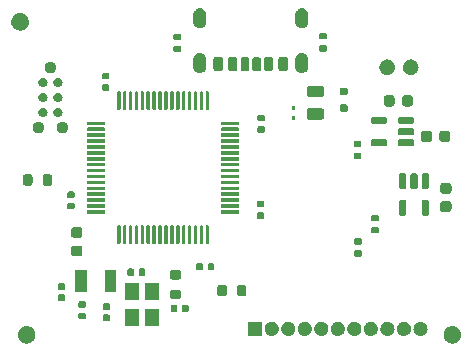
<source format=gbr>
%TF.GenerationSoftware,KiCad,Pcbnew,8.0.3*%
%TF.CreationDate,2024-07-26T16:59:45-04:00*%
%TF.ProjectId,Health_Watch,4865616c-7468-45f5-9761-7463682e6b69,rev?*%
%TF.SameCoordinates,Original*%
%TF.FileFunction,Soldermask,Top*%
%TF.FilePolarity,Negative*%
%FSLAX46Y46*%
G04 Gerber Fmt 4.6, Leading zero omitted, Abs format (unit mm)*
G04 Created by KiCad (PCBNEW 8.0.3) date 2024-07-26 16:59:45*
%MOMM*%
%LPD*%
G01*
G04 APERTURE LIST*
G04 APERTURE END LIST*
G36*
X99391323Y-66854656D02*
G01*
X99428337Y-66854656D01*
X99470090Y-66863530D01*
X99516891Y-66868804D01*
X99550922Y-66880712D01*
X99581592Y-66887231D01*
X99625789Y-66906909D01*
X99675413Y-66924273D01*
X99701243Y-66940503D01*
X99724725Y-66950958D01*
X99768509Y-66982769D01*
X99817617Y-67013626D01*
X99835253Y-67031262D01*
X99851479Y-67043051D01*
X99891596Y-67087605D01*
X99936374Y-67132383D01*
X99946672Y-67148772D01*
X99956317Y-67159484D01*
X99989310Y-67216630D01*
X100025727Y-67274587D01*
X100030274Y-67287582D01*
X100034655Y-67295170D01*
X100057085Y-67364204D01*
X100081196Y-67433109D01*
X100082110Y-67441224D01*
X100083071Y-67444181D01*
X100091791Y-67527147D01*
X100100000Y-67600000D01*
X100091790Y-67672859D01*
X100083071Y-67755818D01*
X100082110Y-67758773D01*
X100081196Y-67766891D01*
X100057080Y-67835808D01*
X100034655Y-67904829D01*
X100030275Y-67912415D01*
X100025727Y-67925413D01*
X99989303Y-67983380D01*
X99956317Y-68040515D01*
X99946674Y-68051224D01*
X99936374Y-68067617D01*
X99891587Y-68112403D01*
X99851479Y-68156948D01*
X99835256Y-68168734D01*
X99817617Y-68186374D01*
X99768499Y-68217236D01*
X99724725Y-68249041D01*
X99701248Y-68259493D01*
X99675413Y-68275727D01*
X99625779Y-68293094D01*
X99581592Y-68312768D01*
X99550928Y-68319285D01*
X99516891Y-68331196D01*
X99470087Y-68336469D01*
X99428337Y-68345344D01*
X99391323Y-68345344D01*
X99350000Y-68350000D01*
X99308677Y-68345344D01*
X99271663Y-68345344D01*
X99229911Y-68336469D01*
X99183109Y-68331196D01*
X99149073Y-68319286D01*
X99118407Y-68312768D01*
X99074215Y-68293092D01*
X99024587Y-68275727D01*
X98998753Y-68259494D01*
X98975274Y-68249041D01*
X98931493Y-68217232D01*
X98882383Y-68186374D01*
X98864745Y-68168736D01*
X98848520Y-68156948D01*
X98808402Y-68112393D01*
X98763626Y-68067617D01*
X98753327Y-68051227D01*
X98743682Y-68040515D01*
X98710684Y-67983361D01*
X98674273Y-67925413D01*
X98669726Y-67912419D01*
X98665344Y-67904829D01*
X98642905Y-67835768D01*
X98618804Y-67766891D01*
X98617889Y-67758778D01*
X98616928Y-67755818D01*
X98608194Y-67672726D01*
X98600000Y-67600000D01*
X98608193Y-67527279D01*
X98616928Y-67444181D01*
X98617890Y-67441219D01*
X98618804Y-67433109D01*
X98642900Y-67364244D01*
X98665344Y-67295170D01*
X98669727Y-67287577D01*
X98674273Y-67274587D01*
X98710677Y-67216650D01*
X98743682Y-67159484D01*
X98753330Y-67148768D01*
X98763626Y-67132383D01*
X98808386Y-67087622D01*
X98848519Y-67043051D01*
X98864751Y-67031257D01*
X98882383Y-67013626D01*
X98931485Y-66982772D01*
X98975275Y-66950958D01*
X98998757Y-66940502D01*
X99024587Y-66924273D01*
X99074206Y-66906910D01*
X99118407Y-66887231D01*
X99149078Y-66880711D01*
X99183109Y-66868804D01*
X99229908Y-66863530D01*
X99271663Y-66854656D01*
X99308677Y-66854656D01*
X99350000Y-66850000D01*
X99391323Y-66854656D01*
G37*
G36*
X135441323Y-66854656D02*
G01*
X135478337Y-66854656D01*
X135520090Y-66863530D01*
X135566891Y-66868804D01*
X135600922Y-66880712D01*
X135631592Y-66887231D01*
X135675789Y-66906909D01*
X135725413Y-66924273D01*
X135751243Y-66940503D01*
X135774725Y-66950958D01*
X135818509Y-66982769D01*
X135867617Y-67013626D01*
X135885253Y-67031262D01*
X135901479Y-67043051D01*
X135941596Y-67087605D01*
X135986374Y-67132383D01*
X135996672Y-67148772D01*
X136006317Y-67159484D01*
X136039310Y-67216630D01*
X136075727Y-67274587D01*
X136080274Y-67287582D01*
X136084655Y-67295170D01*
X136107085Y-67364204D01*
X136131196Y-67433109D01*
X136132110Y-67441224D01*
X136133071Y-67444181D01*
X136141791Y-67527147D01*
X136150000Y-67600000D01*
X136141790Y-67672859D01*
X136133071Y-67755818D01*
X136132110Y-67758773D01*
X136131196Y-67766891D01*
X136107080Y-67835808D01*
X136084655Y-67904829D01*
X136080275Y-67912415D01*
X136075727Y-67925413D01*
X136039303Y-67983380D01*
X136006317Y-68040515D01*
X135996674Y-68051224D01*
X135986374Y-68067617D01*
X135941587Y-68112403D01*
X135901479Y-68156948D01*
X135885256Y-68168734D01*
X135867617Y-68186374D01*
X135818499Y-68217236D01*
X135774725Y-68249041D01*
X135751248Y-68259493D01*
X135725413Y-68275727D01*
X135675779Y-68293094D01*
X135631592Y-68312768D01*
X135600928Y-68319285D01*
X135566891Y-68331196D01*
X135520087Y-68336469D01*
X135478337Y-68345344D01*
X135441323Y-68345344D01*
X135400000Y-68350000D01*
X135358677Y-68345344D01*
X135321663Y-68345344D01*
X135279911Y-68336469D01*
X135233109Y-68331196D01*
X135199073Y-68319286D01*
X135168407Y-68312768D01*
X135124215Y-68293092D01*
X135074587Y-68275727D01*
X135048753Y-68259494D01*
X135025274Y-68249041D01*
X134981493Y-68217232D01*
X134932383Y-68186374D01*
X134914745Y-68168736D01*
X134898520Y-68156948D01*
X134858402Y-68112393D01*
X134813626Y-68067617D01*
X134803327Y-68051227D01*
X134793682Y-68040515D01*
X134760684Y-67983361D01*
X134724273Y-67925413D01*
X134719726Y-67912419D01*
X134715344Y-67904829D01*
X134692905Y-67835768D01*
X134668804Y-67766891D01*
X134667889Y-67758778D01*
X134666928Y-67755818D01*
X134658194Y-67672726D01*
X134650000Y-67600000D01*
X134658193Y-67527279D01*
X134666928Y-67444181D01*
X134667890Y-67441219D01*
X134668804Y-67433109D01*
X134692900Y-67364244D01*
X134715344Y-67295170D01*
X134719727Y-67287577D01*
X134724273Y-67274587D01*
X134760677Y-67216650D01*
X134793682Y-67159484D01*
X134803330Y-67148768D01*
X134813626Y-67132383D01*
X134858386Y-67087622D01*
X134898519Y-67043051D01*
X134914751Y-67031257D01*
X134932383Y-67013626D01*
X134981485Y-66982772D01*
X135025275Y-66950958D01*
X135048757Y-66940502D01*
X135074587Y-66924273D01*
X135124206Y-66906910D01*
X135168407Y-66887231D01*
X135199078Y-66880711D01*
X135233109Y-66868804D01*
X135279908Y-66863530D01*
X135321663Y-66854656D01*
X135358677Y-66854656D01*
X135400000Y-66850000D01*
X135441323Y-66854656D01*
G37*
G36*
X119300000Y-67700000D02*
G01*
X118100000Y-67700000D01*
X118100000Y-66500000D01*
X119300000Y-66500000D01*
X119300000Y-67700000D01*
G37*
G36*
X120138768Y-66505104D02*
G01*
X120172234Y-66505104D01*
X120210606Y-66514561D01*
X120255291Y-66520445D01*
X120285881Y-66533115D01*
X120312501Y-66539677D01*
X120352863Y-66560860D01*
X120400000Y-66580385D01*
X120421502Y-66596884D01*
X120440422Y-66606814D01*
X120479104Y-66641084D01*
X120524264Y-66675736D01*
X120537098Y-66692462D01*
X120548555Y-66702612D01*
X120581405Y-66750204D01*
X120619615Y-66800000D01*
X120625374Y-66813904D01*
X120630622Y-66821507D01*
X120653388Y-66881537D01*
X120679555Y-66944709D01*
X120680729Y-66953628D01*
X120681851Y-66956586D01*
X120690542Y-67028162D01*
X120700000Y-67100000D01*
X120690541Y-67171843D01*
X120681851Y-67243413D01*
X120680729Y-67246370D01*
X120679555Y-67255291D01*
X120653384Y-67318473D01*
X120630622Y-67378492D01*
X120625375Y-67386093D01*
X120619615Y-67400000D01*
X120581398Y-67449804D01*
X120548555Y-67497387D01*
X120537101Y-67507534D01*
X120524264Y-67524264D01*
X120479096Y-67558922D01*
X120440422Y-67593185D01*
X120421506Y-67603112D01*
X120400000Y-67619615D01*
X120352854Y-67639143D01*
X120312501Y-67660322D01*
X120285885Y-67666882D01*
X120255291Y-67679555D01*
X120210603Y-67685438D01*
X120172234Y-67694896D01*
X120138768Y-67694896D01*
X120100000Y-67700000D01*
X120061232Y-67694896D01*
X120027766Y-67694896D01*
X119989395Y-67685438D01*
X119944709Y-67679555D01*
X119914115Y-67666882D01*
X119887498Y-67660322D01*
X119847140Y-67639141D01*
X119800000Y-67619615D01*
X119778495Y-67603114D01*
X119759577Y-67593185D01*
X119720896Y-67558916D01*
X119675736Y-67524264D01*
X119662900Y-67507537D01*
X119651444Y-67497387D01*
X119618591Y-67449791D01*
X119580385Y-67400000D01*
X119574626Y-67386096D01*
X119569377Y-67378492D01*
X119546603Y-67318444D01*
X119520445Y-67255291D01*
X119519271Y-67246374D01*
X119518148Y-67243413D01*
X119509445Y-67171746D01*
X119500000Y-67100000D01*
X119509445Y-67028259D01*
X119518148Y-66956586D01*
X119519271Y-66953624D01*
X119520445Y-66944709D01*
X119546599Y-66881566D01*
X119569377Y-66821507D01*
X119574627Y-66813900D01*
X119580385Y-66800000D01*
X119618584Y-66750217D01*
X119651444Y-66702612D01*
X119662903Y-66692459D01*
X119675736Y-66675736D01*
X119720887Y-66641089D01*
X119759577Y-66606814D01*
X119778499Y-66596882D01*
X119800000Y-66580385D01*
X119847131Y-66560862D01*
X119887498Y-66539677D01*
X119914120Y-66533115D01*
X119944709Y-66520445D01*
X119989393Y-66514562D01*
X120027766Y-66505104D01*
X120061232Y-66505104D01*
X120100000Y-66500000D01*
X120138768Y-66505104D01*
G37*
G36*
X121538768Y-66505104D02*
G01*
X121572234Y-66505104D01*
X121610606Y-66514561D01*
X121655291Y-66520445D01*
X121685881Y-66533115D01*
X121712501Y-66539677D01*
X121752863Y-66560860D01*
X121800000Y-66580385D01*
X121821502Y-66596884D01*
X121840422Y-66606814D01*
X121879104Y-66641084D01*
X121924264Y-66675736D01*
X121937098Y-66692462D01*
X121948555Y-66702612D01*
X121981405Y-66750204D01*
X122019615Y-66800000D01*
X122025374Y-66813904D01*
X122030622Y-66821507D01*
X122053388Y-66881537D01*
X122079555Y-66944709D01*
X122080729Y-66953628D01*
X122081851Y-66956586D01*
X122090542Y-67028162D01*
X122100000Y-67100000D01*
X122090541Y-67171843D01*
X122081851Y-67243413D01*
X122080729Y-67246370D01*
X122079555Y-67255291D01*
X122053384Y-67318473D01*
X122030622Y-67378492D01*
X122025375Y-67386093D01*
X122019615Y-67400000D01*
X121981398Y-67449804D01*
X121948555Y-67497387D01*
X121937101Y-67507534D01*
X121924264Y-67524264D01*
X121879096Y-67558922D01*
X121840422Y-67593185D01*
X121821506Y-67603112D01*
X121800000Y-67619615D01*
X121752854Y-67639143D01*
X121712501Y-67660322D01*
X121685885Y-67666882D01*
X121655291Y-67679555D01*
X121610603Y-67685438D01*
X121572234Y-67694896D01*
X121538768Y-67694896D01*
X121500000Y-67700000D01*
X121461232Y-67694896D01*
X121427766Y-67694896D01*
X121389395Y-67685438D01*
X121344709Y-67679555D01*
X121314115Y-67666882D01*
X121287498Y-67660322D01*
X121247140Y-67639141D01*
X121200000Y-67619615D01*
X121178495Y-67603114D01*
X121159577Y-67593185D01*
X121120896Y-67558916D01*
X121075736Y-67524264D01*
X121062900Y-67507537D01*
X121051444Y-67497387D01*
X121018591Y-67449791D01*
X120980385Y-67400000D01*
X120974626Y-67386096D01*
X120969377Y-67378492D01*
X120946603Y-67318444D01*
X120920445Y-67255291D01*
X120919271Y-67246374D01*
X120918148Y-67243413D01*
X120909445Y-67171746D01*
X120900000Y-67100000D01*
X120909445Y-67028259D01*
X120918148Y-66956586D01*
X120919271Y-66953624D01*
X120920445Y-66944709D01*
X120946599Y-66881566D01*
X120969377Y-66821507D01*
X120974627Y-66813900D01*
X120980385Y-66800000D01*
X121018584Y-66750217D01*
X121051444Y-66702612D01*
X121062903Y-66692459D01*
X121075736Y-66675736D01*
X121120887Y-66641089D01*
X121159577Y-66606814D01*
X121178499Y-66596882D01*
X121200000Y-66580385D01*
X121247131Y-66560862D01*
X121287498Y-66539677D01*
X121314120Y-66533115D01*
X121344709Y-66520445D01*
X121389393Y-66514562D01*
X121427766Y-66505104D01*
X121461232Y-66505104D01*
X121500000Y-66500000D01*
X121538768Y-66505104D01*
G37*
G36*
X122938768Y-66505104D02*
G01*
X122972234Y-66505104D01*
X123010606Y-66514561D01*
X123055291Y-66520445D01*
X123085881Y-66533115D01*
X123112501Y-66539677D01*
X123152863Y-66560860D01*
X123200000Y-66580385D01*
X123221502Y-66596884D01*
X123240422Y-66606814D01*
X123279104Y-66641084D01*
X123324264Y-66675736D01*
X123337098Y-66692462D01*
X123348555Y-66702612D01*
X123381405Y-66750204D01*
X123419615Y-66800000D01*
X123425374Y-66813904D01*
X123430622Y-66821507D01*
X123453388Y-66881537D01*
X123479555Y-66944709D01*
X123480729Y-66953628D01*
X123481851Y-66956586D01*
X123490542Y-67028162D01*
X123500000Y-67100000D01*
X123490541Y-67171843D01*
X123481851Y-67243413D01*
X123480729Y-67246370D01*
X123479555Y-67255291D01*
X123453384Y-67318473D01*
X123430622Y-67378492D01*
X123425375Y-67386093D01*
X123419615Y-67400000D01*
X123381398Y-67449804D01*
X123348555Y-67497387D01*
X123337101Y-67507534D01*
X123324264Y-67524264D01*
X123279096Y-67558922D01*
X123240422Y-67593185D01*
X123221506Y-67603112D01*
X123200000Y-67619615D01*
X123152854Y-67639143D01*
X123112501Y-67660322D01*
X123085885Y-67666882D01*
X123055291Y-67679555D01*
X123010603Y-67685438D01*
X122972234Y-67694896D01*
X122938768Y-67694896D01*
X122900000Y-67700000D01*
X122861232Y-67694896D01*
X122827766Y-67694896D01*
X122789395Y-67685438D01*
X122744709Y-67679555D01*
X122714115Y-67666882D01*
X122687498Y-67660322D01*
X122647140Y-67639141D01*
X122600000Y-67619615D01*
X122578495Y-67603114D01*
X122559577Y-67593185D01*
X122520896Y-67558916D01*
X122475736Y-67524264D01*
X122462900Y-67507537D01*
X122451444Y-67497387D01*
X122418591Y-67449791D01*
X122380385Y-67400000D01*
X122374626Y-67386096D01*
X122369377Y-67378492D01*
X122346603Y-67318444D01*
X122320445Y-67255291D01*
X122319271Y-67246374D01*
X122318148Y-67243413D01*
X122309445Y-67171746D01*
X122300000Y-67100000D01*
X122309445Y-67028259D01*
X122318148Y-66956586D01*
X122319271Y-66953624D01*
X122320445Y-66944709D01*
X122346599Y-66881566D01*
X122369377Y-66821507D01*
X122374627Y-66813900D01*
X122380385Y-66800000D01*
X122418584Y-66750217D01*
X122451444Y-66702612D01*
X122462903Y-66692459D01*
X122475736Y-66675736D01*
X122520887Y-66641089D01*
X122559577Y-66606814D01*
X122578499Y-66596882D01*
X122600000Y-66580385D01*
X122647131Y-66560862D01*
X122687498Y-66539677D01*
X122714120Y-66533115D01*
X122744709Y-66520445D01*
X122789393Y-66514562D01*
X122827766Y-66505104D01*
X122861232Y-66505104D01*
X122900000Y-66500000D01*
X122938768Y-66505104D01*
G37*
G36*
X124338768Y-66505104D02*
G01*
X124372234Y-66505104D01*
X124410606Y-66514561D01*
X124455291Y-66520445D01*
X124485881Y-66533115D01*
X124512501Y-66539677D01*
X124552863Y-66560860D01*
X124600000Y-66580385D01*
X124621502Y-66596884D01*
X124640422Y-66606814D01*
X124679104Y-66641084D01*
X124724264Y-66675736D01*
X124737098Y-66692462D01*
X124748555Y-66702612D01*
X124781405Y-66750204D01*
X124819615Y-66800000D01*
X124825374Y-66813904D01*
X124830622Y-66821507D01*
X124853388Y-66881537D01*
X124879555Y-66944709D01*
X124880729Y-66953628D01*
X124881851Y-66956586D01*
X124890542Y-67028162D01*
X124900000Y-67100000D01*
X124890541Y-67171843D01*
X124881851Y-67243413D01*
X124880729Y-67246370D01*
X124879555Y-67255291D01*
X124853384Y-67318473D01*
X124830622Y-67378492D01*
X124825375Y-67386093D01*
X124819615Y-67400000D01*
X124781398Y-67449804D01*
X124748555Y-67497387D01*
X124737101Y-67507534D01*
X124724264Y-67524264D01*
X124679096Y-67558922D01*
X124640422Y-67593185D01*
X124621506Y-67603112D01*
X124600000Y-67619615D01*
X124552854Y-67639143D01*
X124512501Y-67660322D01*
X124485885Y-67666882D01*
X124455291Y-67679555D01*
X124410603Y-67685438D01*
X124372234Y-67694896D01*
X124338768Y-67694896D01*
X124300000Y-67700000D01*
X124261232Y-67694896D01*
X124227766Y-67694896D01*
X124189395Y-67685438D01*
X124144709Y-67679555D01*
X124114115Y-67666882D01*
X124087498Y-67660322D01*
X124047140Y-67639141D01*
X124000000Y-67619615D01*
X123978495Y-67603114D01*
X123959577Y-67593185D01*
X123920896Y-67558916D01*
X123875736Y-67524264D01*
X123862900Y-67507537D01*
X123851444Y-67497387D01*
X123818591Y-67449791D01*
X123780385Y-67400000D01*
X123774626Y-67386096D01*
X123769377Y-67378492D01*
X123746603Y-67318444D01*
X123720445Y-67255291D01*
X123719271Y-67246374D01*
X123718148Y-67243413D01*
X123709445Y-67171746D01*
X123700000Y-67100000D01*
X123709445Y-67028259D01*
X123718148Y-66956586D01*
X123719271Y-66953624D01*
X123720445Y-66944709D01*
X123746599Y-66881566D01*
X123769377Y-66821507D01*
X123774627Y-66813900D01*
X123780385Y-66800000D01*
X123818584Y-66750217D01*
X123851444Y-66702612D01*
X123862903Y-66692459D01*
X123875736Y-66675736D01*
X123920887Y-66641089D01*
X123959577Y-66606814D01*
X123978499Y-66596882D01*
X124000000Y-66580385D01*
X124047131Y-66560862D01*
X124087498Y-66539677D01*
X124114120Y-66533115D01*
X124144709Y-66520445D01*
X124189393Y-66514562D01*
X124227766Y-66505104D01*
X124261232Y-66505104D01*
X124300000Y-66500000D01*
X124338768Y-66505104D01*
G37*
G36*
X125738768Y-66505104D02*
G01*
X125772234Y-66505104D01*
X125810606Y-66514561D01*
X125855291Y-66520445D01*
X125885881Y-66533115D01*
X125912501Y-66539677D01*
X125952863Y-66560860D01*
X126000000Y-66580385D01*
X126021502Y-66596884D01*
X126040422Y-66606814D01*
X126079104Y-66641084D01*
X126124264Y-66675736D01*
X126137098Y-66692462D01*
X126148555Y-66702612D01*
X126181405Y-66750204D01*
X126219615Y-66800000D01*
X126225374Y-66813904D01*
X126230622Y-66821507D01*
X126253388Y-66881537D01*
X126279555Y-66944709D01*
X126280729Y-66953628D01*
X126281851Y-66956586D01*
X126290542Y-67028162D01*
X126300000Y-67100000D01*
X126290541Y-67171843D01*
X126281851Y-67243413D01*
X126280729Y-67246370D01*
X126279555Y-67255291D01*
X126253384Y-67318473D01*
X126230622Y-67378492D01*
X126225375Y-67386093D01*
X126219615Y-67400000D01*
X126181398Y-67449804D01*
X126148555Y-67497387D01*
X126137101Y-67507534D01*
X126124264Y-67524264D01*
X126079096Y-67558922D01*
X126040422Y-67593185D01*
X126021506Y-67603112D01*
X126000000Y-67619615D01*
X125952854Y-67639143D01*
X125912501Y-67660322D01*
X125885885Y-67666882D01*
X125855291Y-67679555D01*
X125810603Y-67685438D01*
X125772234Y-67694896D01*
X125738768Y-67694896D01*
X125700000Y-67700000D01*
X125661232Y-67694896D01*
X125627766Y-67694896D01*
X125589395Y-67685438D01*
X125544709Y-67679555D01*
X125514115Y-67666882D01*
X125487498Y-67660322D01*
X125447140Y-67639141D01*
X125400000Y-67619615D01*
X125378495Y-67603114D01*
X125359577Y-67593185D01*
X125320896Y-67558916D01*
X125275736Y-67524264D01*
X125262900Y-67507537D01*
X125251444Y-67497387D01*
X125218591Y-67449791D01*
X125180385Y-67400000D01*
X125174626Y-67386096D01*
X125169377Y-67378492D01*
X125146603Y-67318444D01*
X125120445Y-67255291D01*
X125119271Y-67246374D01*
X125118148Y-67243413D01*
X125109445Y-67171746D01*
X125100000Y-67100000D01*
X125109445Y-67028259D01*
X125118148Y-66956586D01*
X125119271Y-66953624D01*
X125120445Y-66944709D01*
X125146599Y-66881566D01*
X125169377Y-66821507D01*
X125174627Y-66813900D01*
X125180385Y-66800000D01*
X125218584Y-66750217D01*
X125251444Y-66702612D01*
X125262903Y-66692459D01*
X125275736Y-66675736D01*
X125320887Y-66641089D01*
X125359577Y-66606814D01*
X125378499Y-66596882D01*
X125400000Y-66580385D01*
X125447131Y-66560862D01*
X125487498Y-66539677D01*
X125514120Y-66533115D01*
X125544709Y-66520445D01*
X125589393Y-66514562D01*
X125627766Y-66505104D01*
X125661232Y-66505104D01*
X125700000Y-66500000D01*
X125738768Y-66505104D01*
G37*
G36*
X127138768Y-66505104D02*
G01*
X127172234Y-66505104D01*
X127210606Y-66514561D01*
X127255291Y-66520445D01*
X127285881Y-66533115D01*
X127312501Y-66539677D01*
X127352863Y-66560860D01*
X127400000Y-66580385D01*
X127421502Y-66596884D01*
X127440422Y-66606814D01*
X127479104Y-66641084D01*
X127524264Y-66675736D01*
X127537098Y-66692462D01*
X127548555Y-66702612D01*
X127581405Y-66750204D01*
X127619615Y-66800000D01*
X127625374Y-66813904D01*
X127630622Y-66821507D01*
X127653388Y-66881537D01*
X127679555Y-66944709D01*
X127680729Y-66953628D01*
X127681851Y-66956586D01*
X127690542Y-67028162D01*
X127700000Y-67100000D01*
X127690541Y-67171843D01*
X127681851Y-67243413D01*
X127680729Y-67246370D01*
X127679555Y-67255291D01*
X127653384Y-67318473D01*
X127630622Y-67378492D01*
X127625375Y-67386093D01*
X127619615Y-67400000D01*
X127581398Y-67449804D01*
X127548555Y-67497387D01*
X127537101Y-67507534D01*
X127524264Y-67524264D01*
X127479096Y-67558922D01*
X127440422Y-67593185D01*
X127421506Y-67603112D01*
X127400000Y-67619615D01*
X127352854Y-67639143D01*
X127312501Y-67660322D01*
X127285885Y-67666882D01*
X127255291Y-67679555D01*
X127210603Y-67685438D01*
X127172234Y-67694896D01*
X127138768Y-67694896D01*
X127100000Y-67700000D01*
X127061232Y-67694896D01*
X127027766Y-67694896D01*
X126989395Y-67685438D01*
X126944709Y-67679555D01*
X126914115Y-67666882D01*
X126887498Y-67660322D01*
X126847140Y-67639141D01*
X126800000Y-67619615D01*
X126778495Y-67603114D01*
X126759577Y-67593185D01*
X126720896Y-67558916D01*
X126675736Y-67524264D01*
X126662900Y-67507537D01*
X126651444Y-67497387D01*
X126618591Y-67449791D01*
X126580385Y-67400000D01*
X126574626Y-67386096D01*
X126569377Y-67378492D01*
X126546603Y-67318444D01*
X126520445Y-67255291D01*
X126519271Y-67246374D01*
X126518148Y-67243413D01*
X126509445Y-67171746D01*
X126500000Y-67100000D01*
X126509445Y-67028259D01*
X126518148Y-66956586D01*
X126519271Y-66953624D01*
X126520445Y-66944709D01*
X126546599Y-66881566D01*
X126569377Y-66821507D01*
X126574627Y-66813900D01*
X126580385Y-66800000D01*
X126618584Y-66750217D01*
X126651444Y-66702612D01*
X126662903Y-66692459D01*
X126675736Y-66675736D01*
X126720887Y-66641089D01*
X126759577Y-66606814D01*
X126778499Y-66596882D01*
X126800000Y-66580385D01*
X126847131Y-66560862D01*
X126887498Y-66539677D01*
X126914120Y-66533115D01*
X126944709Y-66520445D01*
X126989393Y-66514562D01*
X127027766Y-66505104D01*
X127061232Y-66505104D01*
X127100000Y-66500000D01*
X127138768Y-66505104D01*
G37*
G36*
X128538768Y-66505104D02*
G01*
X128572234Y-66505104D01*
X128610606Y-66514561D01*
X128655291Y-66520445D01*
X128685881Y-66533115D01*
X128712501Y-66539677D01*
X128752863Y-66560860D01*
X128800000Y-66580385D01*
X128821502Y-66596884D01*
X128840422Y-66606814D01*
X128879104Y-66641084D01*
X128924264Y-66675736D01*
X128937098Y-66692462D01*
X128948555Y-66702612D01*
X128981405Y-66750204D01*
X129019615Y-66800000D01*
X129025374Y-66813904D01*
X129030622Y-66821507D01*
X129053388Y-66881537D01*
X129079555Y-66944709D01*
X129080729Y-66953628D01*
X129081851Y-66956586D01*
X129090542Y-67028162D01*
X129100000Y-67100000D01*
X129090541Y-67171843D01*
X129081851Y-67243413D01*
X129080729Y-67246370D01*
X129079555Y-67255291D01*
X129053384Y-67318473D01*
X129030622Y-67378492D01*
X129025375Y-67386093D01*
X129019615Y-67400000D01*
X128981398Y-67449804D01*
X128948555Y-67497387D01*
X128937101Y-67507534D01*
X128924264Y-67524264D01*
X128879096Y-67558922D01*
X128840422Y-67593185D01*
X128821506Y-67603112D01*
X128800000Y-67619615D01*
X128752854Y-67639143D01*
X128712501Y-67660322D01*
X128685885Y-67666882D01*
X128655291Y-67679555D01*
X128610603Y-67685438D01*
X128572234Y-67694896D01*
X128538768Y-67694896D01*
X128500000Y-67700000D01*
X128461232Y-67694896D01*
X128427766Y-67694896D01*
X128389395Y-67685438D01*
X128344709Y-67679555D01*
X128314115Y-67666882D01*
X128287498Y-67660322D01*
X128247140Y-67639141D01*
X128200000Y-67619615D01*
X128178495Y-67603114D01*
X128159577Y-67593185D01*
X128120896Y-67558916D01*
X128075736Y-67524264D01*
X128062900Y-67507537D01*
X128051444Y-67497387D01*
X128018591Y-67449791D01*
X127980385Y-67400000D01*
X127974626Y-67386096D01*
X127969377Y-67378492D01*
X127946603Y-67318444D01*
X127920445Y-67255291D01*
X127919271Y-67246374D01*
X127918148Y-67243413D01*
X127909445Y-67171746D01*
X127900000Y-67100000D01*
X127909445Y-67028259D01*
X127918148Y-66956586D01*
X127919271Y-66953624D01*
X127920445Y-66944709D01*
X127946599Y-66881566D01*
X127969377Y-66821507D01*
X127974627Y-66813900D01*
X127980385Y-66800000D01*
X128018584Y-66750217D01*
X128051444Y-66702612D01*
X128062903Y-66692459D01*
X128075736Y-66675736D01*
X128120887Y-66641089D01*
X128159577Y-66606814D01*
X128178499Y-66596882D01*
X128200000Y-66580385D01*
X128247131Y-66560862D01*
X128287498Y-66539677D01*
X128314120Y-66533115D01*
X128344709Y-66520445D01*
X128389393Y-66514562D01*
X128427766Y-66505104D01*
X128461232Y-66505104D01*
X128500000Y-66500000D01*
X128538768Y-66505104D01*
G37*
G36*
X129938768Y-66505104D02*
G01*
X129972234Y-66505104D01*
X130010606Y-66514561D01*
X130055291Y-66520445D01*
X130085881Y-66533115D01*
X130112501Y-66539677D01*
X130152863Y-66560860D01*
X130200000Y-66580385D01*
X130221502Y-66596884D01*
X130240422Y-66606814D01*
X130279104Y-66641084D01*
X130324264Y-66675736D01*
X130337098Y-66692462D01*
X130348555Y-66702612D01*
X130381405Y-66750204D01*
X130419615Y-66800000D01*
X130425374Y-66813904D01*
X130430622Y-66821507D01*
X130453388Y-66881537D01*
X130479555Y-66944709D01*
X130480729Y-66953628D01*
X130481851Y-66956586D01*
X130490542Y-67028162D01*
X130500000Y-67100000D01*
X130490541Y-67171843D01*
X130481851Y-67243413D01*
X130480729Y-67246370D01*
X130479555Y-67255291D01*
X130453384Y-67318473D01*
X130430622Y-67378492D01*
X130425375Y-67386093D01*
X130419615Y-67400000D01*
X130381398Y-67449804D01*
X130348555Y-67497387D01*
X130337101Y-67507534D01*
X130324264Y-67524264D01*
X130279096Y-67558922D01*
X130240422Y-67593185D01*
X130221506Y-67603112D01*
X130200000Y-67619615D01*
X130152854Y-67639143D01*
X130112501Y-67660322D01*
X130085885Y-67666882D01*
X130055291Y-67679555D01*
X130010603Y-67685438D01*
X129972234Y-67694896D01*
X129938768Y-67694896D01*
X129900000Y-67700000D01*
X129861232Y-67694896D01*
X129827766Y-67694896D01*
X129789395Y-67685438D01*
X129744709Y-67679555D01*
X129714115Y-67666882D01*
X129687498Y-67660322D01*
X129647140Y-67639141D01*
X129600000Y-67619615D01*
X129578495Y-67603114D01*
X129559577Y-67593185D01*
X129520896Y-67558916D01*
X129475736Y-67524264D01*
X129462900Y-67507537D01*
X129451444Y-67497387D01*
X129418591Y-67449791D01*
X129380385Y-67400000D01*
X129374626Y-67386096D01*
X129369377Y-67378492D01*
X129346603Y-67318444D01*
X129320445Y-67255291D01*
X129319271Y-67246374D01*
X129318148Y-67243413D01*
X129309445Y-67171746D01*
X129300000Y-67100000D01*
X129309445Y-67028259D01*
X129318148Y-66956586D01*
X129319271Y-66953624D01*
X129320445Y-66944709D01*
X129346599Y-66881566D01*
X129369377Y-66821507D01*
X129374627Y-66813900D01*
X129380385Y-66800000D01*
X129418584Y-66750217D01*
X129451444Y-66702612D01*
X129462903Y-66692459D01*
X129475736Y-66675736D01*
X129520887Y-66641089D01*
X129559577Y-66606814D01*
X129578499Y-66596882D01*
X129600000Y-66580385D01*
X129647131Y-66560862D01*
X129687498Y-66539677D01*
X129714120Y-66533115D01*
X129744709Y-66520445D01*
X129789393Y-66514562D01*
X129827766Y-66505104D01*
X129861232Y-66505104D01*
X129900000Y-66500000D01*
X129938768Y-66505104D01*
G37*
G36*
X131338768Y-66505104D02*
G01*
X131372234Y-66505104D01*
X131410606Y-66514561D01*
X131455291Y-66520445D01*
X131485881Y-66533115D01*
X131512501Y-66539677D01*
X131552863Y-66560860D01*
X131600000Y-66580385D01*
X131621502Y-66596884D01*
X131640422Y-66606814D01*
X131679104Y-66641084D01*
X131724264Y-66675736D01*
X131737098Y-66692462D01*
X131748555Y-66702612D01*
X131781405Y-66750204D01*
X131819615Y-66800000D01*
X131825374Y-66813904D01*
X131830622Y-66821507D01*
X131853388Y-66881537D01*
X131879555Y-66944709D01*
X131880729Y-66953628D01*
X131881851Y-66956586D01*
X131890542Y-67028162D01*
X131900000Y-67100000D01*
X131890541Y-67171843D01*
X131881851Y-67243413D01*
X131880729Y-67246370D01*
X131879555Y-67255291D01*
X131853384Y-67318473D01*
X131830622Y-67378492D01*
X131825375Y-67386093D01*
X131819615Y-67400000D01*
X131781398Y-67449804D01*
X131748555Y-67497387D01*
X131737101Y-67507534D01*
X131724264Y-67524264D01*
X131679096Y-67558922D01*
X131640422Y-67593185D01*
X131621506Y-67603112D01*
X131600000Y-67619615D01*
X131552854Y-67639143D01*
X131512501Y-67660322D01*
X131485885Y-67666882D01*
X131455291Y-67679555D01*
X131410603Y-67685438D01*
X131372234Y-67694896D01*
X131338768Y-67694896D01*
X131300000Y-67700000D01*
X131261232Y-67694896D01*
X131227766Y-67694896D01*
X131189395Y-67685438D01*
X131144709Y-67679555D01*
X131114115Y-67666882D01*
X131087498Y-67660322D01*
X131047140Y-67639141D01*
X131000000Y-67619615D01*
X130978495Y-67603114D01*
X130959577Y-67593185D01*
X130920896Y-67558916D01*
X130875736Y-67524264D01*
X130862900Y-67507537D01*
X130851444Y-67497387D01*
X130818591Y-67449791D01*
X130780385Y-67400000D01*
X130774626Y-67386096D01*
X130769377Y-67378492D01*
X130746603Y-67318444D01*
X130720445Y-67255291D01*
X130719271Y-67246374D01*
X130718148Y-67243413D01*
X130709445Y-67171746D01*
X130700000Y-67100000D01*
X130709445Y-67028259D01*
X130718148Y-66956586D01*
X130719271Y-66953624D01*
X130720445Y-66944709D01*
X130746599Y-66881566D01*
X130769377Y-66821507D01*
X130774627Y-66813900D01*
X130780385Y-66800000D01*
X130818584Y-66750217D01*
X130851444Y-66702612D01*
X130862903Y-66692459D01*
X130875736Y-66675736D01*
X130920887Y-66641089D01*
X130959577Y-66606814D01*
X130978499Y-66596882D01*
X131000000Y-66580385D01*
X131047131Y-66560862D01*
X131087498Y-66539677D01*
X131114120Y-66533115D01*
X131144709Y-66520445D01*
X131189393Y-66514562D01*
X131227766Y-66505104D01*
X131261232Y-66505104D01*
X131300000Y-66500000D01*
X131338768Y-66505104D01*
G37*
G36*
X132738768Y-66505104D02*
G01*
X132772234Y-66505104D01*
X132810606Y-66514561D01*
X132855291Y-66520445D01*
X132885881Y-66533115D01*
X132912501Y-66539677D01*
X132952863Y-66560860D01*
X133000000Y-66580385D01*
X133021502Y-66596884D01*
X133040422Y-66606814D01*
X133079104Y-66641084D01*
X133124264Y-66675736D01*
X133137098Y-66692462D01*
X133148555Y-66702612D01*
X133181405Y-66750204D01*
X133219615Y-66800000D01*
X133225374Y-66813904D01*
X133230622Y-66821507D01*
X133253388Y-66881537D01*
X133279555Y-66944709D01*
X133280729Y-66953628D01*
X133281851Y-66956586D01*
X133290542Y-67028162D01*
X133300000Y-67100000D01*
X133290541Y-67171843D01*
X133281851Y-67243413D01*
X133280729Y-67246370D01*
X133279555Y-67255291D01*
X133253384Y-67318473D01*
X133230622Y-67378492D01*
X133225375Y-67386093D01*
X133219615Y-67400000D01*
X133181398Y-67449804D01*
X133148555Y-67497387D01*
X133137101Y-67507534D01*
X133124264Y-67524264D01*
X133079096Y-67558922D01*
X133040422Y-67593185D01*
X133021506Y-67603112D01*
X133000000Y-67619615D01*
X132952854Y-67639143D01*
X132912501Y-67660322D01*
X132885885Y-67666882D01*
X132855291Y-67679555D01*
X132810603Y-67685438D01*
X132772234Y-67694896D01*
X132738768Y-67694896D01*
X132700000Y-67700000D01*
X132661232Y-67694896D01*
X132627766Y-67694896D01*
X132589395Y-67685438D01*
X132544709Y-67679555D01*
X132514115Y-67666882D01*
X132487498Y-67660322D01*
X132447140Y-67639141D01*
X132400000Y-67619615D01*
X132378495Y-67603114D01*
X132359577Y-67593185D01*
X132320896Y-67558916D01*
X132275736Y-67524264D01*
X132262900Y-67507537D01*
X132251444Y-67497387D01*
X132218591Y-67449791D01*
X132180385Y-67400000D01*
X132174626Y-67386096D01*
X132169377Y-67378492D01*
X132146603Y-67318444D01*
X132120445Y-67255291D01*
X132119271Y-67246374D01*
X132118148Y-67243413D01*
X132109445Y-67171746D01*
X132100000Y-67100000D01*
X132109445Y-67028259D01*
X132118148Y-66956586D01*
X132119271Y-66953624D01*
X132120445Y-66944709D01*
X132146599Y-66881566D01*
X132169377Y-66821507D01*
X132174627Y-66813900D01*
X132180385Y-66800000D01*
X132218584Y-66750217D01*
X132251444Y-66702612D01*
X132262903Y-66692459D01*
X132275736Y-66675736D01*
X132320887Y-66641089D01*
X132359577Y-66606814D01*
X132378499Y-66596882D01*
X132400000Y-66580385D01*
X132447131Y-66560862D01*
X132487498Y-66539677D01*
X132514120Y-66533115D01*
X132544709Y-66520445D01*
X132589393Y-66514562D01*
X132627766Y-66505104D01*
X132661232Y-66505104D01*
X132700000Y-66500000D01*
X132738768Y-66505104D01*
G37*
G36*
X108900000Y-66850000D02*
G01*
X107700000Y-66850000D01*
X107700000Y-65450000D01*
X108900000Y-65450000D01*
X108900000Y-66850000D01*
G37*
G36*
X110600000Y-66850000D02*
G01*
X109400000Y-66850000D01*
X109400000Y-65450000D01*
X110600000Y-65450000D01*
X110600000Y-66850000D01*
G37*
G36*
X106323576Y-65890657D02*
G01*
X106368995Y-65921005D01*
X106399343Y-65966424D01*
X106410000Y-66020000D01*
X106410000Y-66300000D01*
X106399343Y-66353576D01*
X106368995Y-66398995D01*
X106323576Y-66429343D01*
X106270000Y-66440000D01*
X105930000Y-66440000D01*
X105876424Y-66429343D01*
X105831005Y-66398995D01*
X105800657Y-66353576D01*
X105790000Y-66300000D01*
X105790000Y-66020000D01*
X105800657Y-65966424D01*
X105831005Y-65921005D01*
X105876424Y-65890657D01*
X105930000Y-65880000D01*
X106270000Y-65880000D01*
X106323576Y-65890657D01*
G37*
G36*
X104273576Y-65740657D02*
G01*
X104318995Y-65771005D01*
X104349343Y-65816424D01*
X104360000Y-65870000D01*
X104360000Y-66150000D01*
X104349343Y-66203576D01*
X104318995Y-66248995D01*
X104273576Y-66279343D01*
X104220000Y-66290000D01*
X103880000Y-66290000D01*
X103826424Y-66279343D01*
X103781005Y-66248995D01*
X103750657Y-66203576D01*
X103740000Y-66150000D01*
X103740000Y-65870000D01*
X103750657Y-65816424D01*
X103781005Y-65771005D01*
X103826424Y-65740657D01*
X103880000Y-65730000D01*
X104220000Y-65730000D01*
X104273576Y-65740657D01*
G37*
G36*
X112013576Y-65050657D02*
G01*
X112058995Y-65081005D01*
X112089343Y-65126424D01*
X112100000Y-65180000D01*
X112100000Y-65520000D01*
X112089343Y-65573576D01*
X112058995Y-65618995D01*
X112013576Y-65649343D01*
X111960000Y-65660000D01*
X111680000Y-65660000D01*
X111626424Y-65649343D01*
X111581005Y-65618995D01*
X111550657Y-65573576D01*
X111540000Y-65520000D01*
X111540000Y-65180000D01*
X111550657Y-65126424D01*
X111581005Y-65081005D01*
X111626424Y-65050657D01*
X111680000Y-65040000D01*
X111960000Y-65040000D01*
X112013576Y-65050657D01*
G37*
G36*
X112973576Y-65050657D02*
G01*
X113018995Y-65081005D01*
X113049343Y-65126424D01*
X113060000Y-65180000D01*
X113060000Y-65520000D01*
X113049343Y-65573576D01*
X113018995Y-65618995D01*
X112973576Y-65649343D01*
X112920000Y-65660000D01*
X112640000Y-65660000D01*
X112586424Y-65649343D01*
X112541005Y-65618995D01*
X112510657Y-65573576D01*
X112500000Y-65520000D01*
X112500000Y-65180000D01*
X112510657Y-65126424D01*
X112541005Y-65081005D01*
X112586424Y-65050657D01*
X112640000Y-65040000D01*
X112920000Y-65040000D01*
X112973576Y-65050657D01*
G37*
G36*
X106323576Y-64930657D02*
G01*
X106368995Y-64961005D01*
X106399343Y-65006424D01*
X106410000Y-65060000D01*
X106410000Y-65340000D01*
X106399343Y-65393576D01*
X106368995Y-65438995D01*
X106323576Y-65469343D01*
X106270000Y-65480000D01*
X105930000Y-65480000D01*
X105876424Y-65469343D01*
X105831005Y-65438995D01*
X105800657Y-65393576D01*
X105790000Y-65340000D01*
X105790000Y-65060000D01*
X105800657Y-65006424D01*
X105831005Y-64961005D01*
X105876424Y-64930657D01*
X105930000Y-64920000D01*
X106270000Y-64920000D01*
X106323576Y-64930657D01*
G37*
G36*
X104273576Y-64780657D02*
G01*
X104318995Y-64811005D01*
X104349343Y-64856424D01*
X104360000Y-64910000D01*
X104360000Y-65190000D01*
X104349343Y-65243576D01*
X104318995Y-65288995D01*
X104273576Y-65319343D01*
X104220000Y-65330000D01*
X103880000Y-65330000D01*
X103826424Y-65319343D01*
X103781005Y-65288995D01*
X103750657Y-65243576D01*
X103740000Y-65190000D01*
X103740000Y-64910000D01*
X103750657Y-64856424D01*
X103781005Y-64811005D01*
X103826424Y-64780657D01*
X103880000Y-64770000D01*
X104220000Y-64770000D01*
X104273576Y-64780657D01*
G37*
G36*
X102523576Y-64190657D02*
G01*
X102568995Y-64221005D01*
X102599343Y-64266424D01*
X102610000Y-64320000D01*
X102610000Y-64600000D01*
X102599343Y-64653576D01*
X102568995Y-64698995D01*
X102523576Y-64729343D01*
X102470000Y-64740000D01*
X102130000Y-64740000D01*
X102076424Y-64729343D01*
X102031005Y-64698995D01*
X102000657Y-64653576D01*
X101990000Y-64600000D01*
X101990000Y-64320000D01*
X102000657Y-64266424D01*
X102031005Y-64221005D01*
X102076424Y-64190657D01*
X102130000Y-64180000D01*
X102470000Y-64180000D01*
X102523576Y-64190657D01*
G37*
G36*
X108900000Y-64650000D02*
G01*
X107700000Y-64650000D01*
X107700000Y-63250000D01*
X108900000Y-63250000D01*
X108900000Y-64650000D01*
G37*
G36*
X110600000Y-64650000D02*
G01*
X109400000Y-64650000D01*
X109400000Y-63250000D01*
X110600000Y-63250000D01*
X110600000Y-64650000D01*
G37*
G36*
X112233095Y-63776610D02*
G01*
X112267134Y-63780559D01*
X112278764Y-63785694D01*
X112301537Y-63790224D01*
X112325917Y-63806514D01*
X112337047Y-63811429D01*
X112344649Y-63819031D01*
X112366421Y-63833579D01*
X112380968Y-63855350D01*
X112388570Y-63862952D01*
X112393483Y-63874080D01*
X112409776Y-63898463D01*
X112414306Y-63921238D01*
X112419440Y-63932865D01*
X112423387Y-63966895D01*
X112425000Y-63975000D01*
X112425000Y-64375000D01*
X112423387Y-64383107D01*
X112419440Y-64417134D01*
X112414306Y-64428759D01*
X112409776Y-64451537D01*
X112393482Y-64475921D01*
X112388570Y-64487047D01*
X112380970Y-64494646D01*
X112366421Y-64516421D01*
X112344646Y-64530970D01*
X112337047Y-64538570D01*
X112325921Y-64543482D01*
X112301537Y-64559776D01*
X112278759Y-64564306D01*
X112267134Y-64569440D01*
X112233106Y-64573387D01*
X112225000Y-64575000D01*
X111675000Y-64575000D01*
X111666894Y-64573387D01*
X111632865Y-64569440D01*
X111621238Y-64564306D01*
X111598463Y-64559776D01*
X111574080Y-64543483D01*
X111562952Y-64538570D01*
X111555350Y-64530968D01*
X111533579Y-64516421D01*
X111519031Y-64494649D01*
X111511429Y-64487047D01*
X111506514Y-64475917D01*
X111490224Y-64451537D01*
X111485694Y-64428764D01*
X111480559Y-64417134D01*
X111476610Y-64383094D01*
X111475000Y-64375000D01*
X111475000Y-63975000D01*
X111476609Y-63966906D01*
X111480559Y-63932865D01*
X111485694Y-63921234D01*
X111490224Y-63898463D01*
X111506513Y-63874084D01*
X111511429Y-63862952D01*
X111519033Y-63855347D01*
X111533579Y-63833579D01*
X111555347Y-63819033D01*
X111562952Y-63811429D01*
X111574084Y-63806513D01*
X111598463Y-63790224D01*
X111621234Y-63785694D01*
X111632865Y-63780559D01*
X111666907Y-63776609D01*
X111675000Y-63775000D01*
X112225000Y-63775000D01*
X112233095Y-63776610D01*
G37*
G36*
X116108095Y-63376610D02*
G01*
X116142134Y-63380559D01*
X116153764Y-63385694D01*
X116176537Y-63390224D01*
X116200917Y-63406514D01*
X116212047Y-63411429D01*
X116219649Y-63419031D01*
X116241421Y-63433579D01*
X116255968Y-63455350D01*
X116263570Y-63462952D01*
X116268483Y-63474080D01*
X116284776Y-63498463D01*
X116289306Y-63521238D01*
X116294440Y-63532865D01*
X116298387Y-63566895D01*
X116300000Y-63575000D01*
X116300000Y-64125000D01*
X116298387Y-64133107D01*
X116294440Y-64167134D01*
X116289306Y-64178759D01*
X116284776Y-64201537D01*
X116268482Y-64225921D01*
X116263570Y-64237047D01*
X116255970Y-64244646D01*
X116241421Y-64266421D01*
X116219646Y-64280970D01*
X116212047Y-64288570D01*
X116200921Y-64293482D01*
X116176537Y-64309776D01*
X116153759Y-64314306D01*
X116142134Y-64319440D01*
X116108106Y-64323387D01*
X116100000Y-64325000D01*
X115700000Y-64325000D01*
X115691894Y-64323387D01*
X115657865Y-64319440D01*
X115646238Y-64314306D01*
X115623463Y-64309776D01*
X115599080Y-64293483D01*
X115587952Y-64288570D01*
X115580350Y-64280968D01*
X115558579Y-64266421D01*
X115544031Y-64244649D01*
X115536429Y-64237047D01*
X115531514Y-64225917D01*
X115515224Y-64201537D01*
X115510694Y-64178764D01*
X115505559Y-64167134D01*
X115501610Y-64133094D01*
X115500000Y-64125000D01*
X115500000Y-63575000D01*
X115501609Y-63566906D01*
X115505559Y-63532865D01*
X115510694Y-63521234D01*
X115515224Y-63498463D01*
X115531513Y-63474084D01*
X115536429Y-63462952D01*
X115544033Y-63455347D01*
X115558579Y-63433579D01*
X115580347Y-63419033D01*
X115587952Y-63411429D01*
X115599084Y-63406513D01*
X115623463Y-63390224D01*
X115646234Y-63385694D01*
X115657865Y-63380559D01*
X115691907Y-63376609D01*
X115700000Y-63375000D01*
X116100000Y-63375000D01*
X116108095Y-63376610D01*
G37*
G36*
X117758095Y-63376610D02*
G01*
X117792134Y-63380559D01*
X117803764Y-63385694D01*
X117826537Y-63390224D01*
X117850917Y-63406514D01*
X117862047Y-63411429D01*
X117869649Y-63419031D01*
X117891421Y-63433579D01*
X117905968Y-63455350D01*
X117913570Y-63462952D01*
X117918483Y-63474080D01*
X117934776Y-63498463D01*
X117939306Y-63521238D01*
X117944440Y-63532865D01*
X117948387Y-63566895D01*
X117950000Y-63575000D01*
X117950000Y-64125000D01*
X117948387Y-64133107D01*
X117944440Y-64167134D01*
X117939306Y-64178759D01*
X117934776Y-64201537D01*
X117918482Y-64225921D01*
X117913570Y-64237047D01*
X117905970Y-64244646D01*
X117891421Y-64266421D01*
X117869646Y-64280970D01*
X117862047Y-64288570D01*
X117850921Y-64293482D01*
X117826537Y-64309776D01*
X117803759Y-64314306D01*
X117792134Y-64319440D01*
X117758106Y-64323387D01*
X117750000Y-64325000D01*
X117350000Y-64325000D01*
X117341894Y-64323387D01*
X117307865Y-64319440D01*
X117296238Y-64314306D01*
X117273463Y-64309776D01*
X117249080Y-64293483D01*
X117237952Y-64288570D01*
X117230350Y-64280968D01*
X117208579Y-64266421D01*
X117194031Y-64244649D01*
X117186429Y-64237047D01*
X117181514Y-64225917D01*
X117165224Y-64201537D01*
X117160694Y-64178764D01*
X117155559Y-64167134D01*
X117151610Y-64133094D01*
X117150000Y-64125000D01*
X117150000Y-63575000D01*
X117151609Y-63566906D01*
X117155559Y-63532865D01*
X117160694Y-63521234D01*
X117165224Y-63498463D01*
X117181513Y-63474084D01*
X117186429Y-63462952D01*
X117194033Y-63455347D01*
X117208579Y-63433579D01*
X117230347Y-63419033D01*
X117237952Y-63411429D01*
X117249084Y-63406513D01*
X117273463Y-63390224D01*
X117296234Y-63385694D01*
X117307865Y-63380559D01*
X117341907Y-63376609D01*
X117350000Y-63375000D01*
X117750000Y-63375000D01*
X117758095Y-63376610D01*
G37*
G36*
X104450000Y-63950000D02*
G01*
X103450000Y-63950000D01*
X103450000Y-62150000D01*
X104450000Y-62150000D01*
X104450000Y-63950000D01*
G37*
G36*
X106950000Y-63950000D02*
G01*
X105950000Y-63950000D01*
X105950000Y-62150000D01*
X106950000Y-62150000D01*
X106950000Y-63950000D01*
G37*
G36*
X102523576Y-63230657D02*
G01*
X102568995Y-63261005D01*
X102599343Y-63306424D01*
X102610000Y-63360000D01*
X102610000Y-63640000D01*
X102599343Y-63693576D01*
X102568995Y-63738995D01*
X102523576Y-63769343D01*
X102470000Y-63780000D01*
X102130000Y-63780000D01*
X102076424Y-63769343D01*
X102031005Y-63738995D01*
X102000657Y-63693576D01*
X101990000Y-63640000D01*
X101990000Y-63360000D01*
X102000657Y-63306424D01*
X102031005Y-63261005D01*
X102076424Y-63230657D01*
X102130000Y-63220000D01*
X102470000Y-63220000D01*
X102523576Y-63230657D01*
G37*
G36*
X112233095Y-62126610D02*
G01*
X112267134Y-62130559D01*
X112278764Y-62135694D01*
X112301537Y-62140224D01*
X112325917Y-62156514D01*
X112337047Y-62161429D01*
X112344649Y-62169031D01*
X112366421Y-62183579D01*
X112380968Y-62205350D01*
X112388570Y-62212952D01*
X112393483Y-62224080D01*
X112409776Y-62248463D01*
X112414306Y-62271238D01*
X112419440Y-62282865D01*
X112423387Y-62316895D01*
X112425000Y-62325000D01*
X112425000Y-62725000D01*
X112423387Y-62733107D01*
X112419440Y-62767134D01*
X112414306Y-62778759D01*
X112409776Y-62801537D01*
X112393482Y-62825921D01*
X112388570Y-62837047D01*
X112380970Y-62844646D01*
X112366421Y-62866421D01*
X112344646Y-62880970D01*
X112337047Y-62888570D01*
X112325921Y-62893482D01*
X112301537Y-62909776D01*
X112278759Y-62914306D01*
X112267134Y-62919440D01*
X112233106Y-62923387D01*
X112225000Y-62925000D01*
X111675000Y-62925000D01*
X111666894Y-62923387D01*
X111632865Y-62919440D01*
X111621238Y-62914306D01*
X111598463Y-62909776D01*
X111574080Y-62893483D01*
X111562952Y-62888570D01*
X111555350Y-62880968D01*
X111533579Y-62866421D01*
X111519031Y-62844649D01*
X111511429Y-62837047D01*
X111506514Y-62825917D01*
X111490224Y-62801537D01*
X111485694Y-62778764D01*
X111480559Y-62767134D01*
X111476610Y-62733094D01*
X111475000Y-62725000D01*
X111475000Y-62325000D01*
X111476609Y-62316906D01*
X111480559Y-62282865D01*
X111485694Y-62271234D01*
X111490224Y-62248463D01*
X111506513Y-62224084D01*
X111511429Y-62212952D01*
X111519033Y-62205347D01*
X111533579Y-62183579D01*
X111555347Y-62169033D01*
X111562952Y-62161429D01*
X111574084Y-62156513D01*
X111598463Y-62140224D01*
X111621234Y-62135694D01*
X111632865Y-62130559D01*
X111666907Y-62126609D01*
X111675000Y-62125000D01*
X112225000Y-62125000D01*
X112233095Y-62126610D01*
G37*
G36*
X108363576Y-62000657D02*
G01*
X108408995Y-62031005D01*
X108439343Y-62076424D01*
X108450000Y-62130000D01*
X108450000Y-62470000D01*
X108439343Y-62523576D01*
X108408995Y-62568995D01*
X108363576Y-62599343D01*
X108310000Y-62610000D01*
X108030000Y-62610000D01*
X107976424Y-62599343D01*
X107931005Y-62568995D01*
X107900657Y-62523576D01*
X107890000Y-62470000D01*
X107890000Y-62130000D01*
X107900657Y-62076424D01*
X107931005Y-62031005D01*
X107976424Y-62000657D01*
X108030000Y-61990000D01*
X108310000Y-61990000D01*
X108363576Y-62000657D01*
G37*
G36*
X109323576Y-62000657D02*
G01*
X109368995Y-62031005D01*
X109399343Y-62076424D01*
X109410000Y-62130000D01*
X109410000Y-62470000D01*
X109399343Y-62523576D01*
X109368995Y-62568995D01*
X109323576Y-62599343D01*
X109270000Y-62610000D01*
X108990000Y-62610000D01*
X108936424Y-62599343D01*
X108891005Y-62568995D01*
X108860657Y-62523576D01*
X108850000Y-62470000D01*
X108850000Y-62130000D01*
X108860657Y-62076424D01*
X108891005Y-62031005D01*
X108936424Y-62000657D01*
X108990000Y-61990000D01*
X109270000Y-61990000D01*
X109323576Y-62000657D01*
G37*
G36*
X114193576Y-61550657D02*
G01*
X114238995Y-61581005D01*
X114269343Y-61626424D01*
X114280000Y-61680000D01*
X114280000Y-62020000D01*
X114269343Y-62073576D01*
X114238995Y-62118995D01*
X114193576Y-62149343D01*
X114140000Y-62160000D01*
X113860000Y-62160000D01*
X113806424Y-62149343D01*
X113761005Y-62118995D01*
X113730657Y-62073576D01*
X113720000Y-62020000D01*
X113720000Y-61680000D01*
X113730657Y-61626424D01*
X113761005Y-61581005D01*
X113806424Y-61550657D01*
X113860000Y-61540000D01*
X114140000Y-61540000D01*
X114193576Y-61550657D01*
G37*
G36*
X115153576Y-61550657D02*
G01*
X115198995Y-61581005D01*
X115229343Y-61626424D01*
X115240000Y-61680000D01*
X115240000Y-62020000D01*
X115229343Y-62073576D01*
X115198995Y-62118995D01*
X115153576Y-62149343D01*
X115100000Y-62160000D01*
X114820000Y-62160000D01*
X114766424Y-62149343D01*
X114721005Y-62118995D01*
X114690657Y-62073576D01*
X114680000Y-62020000D01*
X114680000Y-61680000D01*
X114690657Y-61626424D01*
X114721005Y-61581005D01*
X114766424Y-61550657D01*
X114820000Y-61540000D01*
X115100000Y-61540000D01*
X115153576Y-61550657D01*
G37*
G36*
X127636662Y-60460276D02*
G01*
X127680459Y-60489541D01*
X127709724Y-60533338D01*
X127720000Y-60585000D01*
X127720000Y-60855000D01*
X127709724Y-60906662D01*
X127680459Y-60950459D01*
X127636662Y-60979724D01*
X127585000Y-60990000D01*
X127215000Y-60990000D01*
X127163338Y-60979724D01*
X127119541Y-60950459D01*
X127090276Y-60906662D01*
X127080000Y-60855000D01*
X127080000Y-60585000D01*
X127090276Y-60533338D01*
X127119541Y-60489541D01*
X127163338Y-60460276D01*
X127215000Y-60450000D01*
X127585000Y-60450000D01*
X127636662Y-60460276D01*
G37*
G36*
X103862835Y-60052553D02*
G01*
X103905805Y-60058210D01*
X103916613Y-60063250D01*
X103936104Y-60067127D01*
X103961918Y-60084376D01*
X103978170Y-60091954D01*
X103988057Y-60101841D01*
X104009099Y-60115901D01*
X104023158Y-60136942D01*
X104033045Y-60146829D01*
X104040622Y-60163078D01*
X104057873Y-60188896D01*
X104061750Y-60208388D01*
X104066789Y-60219194D01*
X104072444Y-60262151D01*
X104075000Y-60275000D01*
X104075000Y-60725000D01*
X104072443Y-60737850D01*
X104066789Y-60780805D01*
X104061750Y-60791610D01*
X104057873Y-60811104D01*
X104040620Y-60836923D01*
X104033045Y-60853170D01*
X104023160Y-60863054D01*
X104009099Y-60884099D01*
X103988054Y-60898160D01*
X103978170Y-60908045D01*
X103961923Y-60915620D01*
X103936104Y-60932873D01*
X103916610Y-60936750D01*
X103905805Y-60941789D01*
X103862850Y-60947443D01*
X103850000Y-60950000D01*
X103350000Y-60950000D01*
X103337151Y-60947444D01*
X103294194Y-60941789D01*
X103283388Y-60936750D01*
X103263896Y-60932873D01*
X103238078Y-60915622D01*
X103221829Y-60908045D01*
X103211942Y-60898158D01*
X103190901Y-60884099D01*
X103176841Y-60863057D01*
X103166954Y-60853170D01*
X103159376Y-60836918D01*
X103142127Y-60811104D01*
X103138250Y-60791613D01*
X103133210Y-60780805D01*
X103127553Y-60737835D01*
X103125000Y-60725000D01*
X103125000Y-60275000D01*
X103127552Y-60262166D01*
X103133210Y-60219194D01*
X103138250Y-60208384D01*
X103142127Y-60188896D01*
X103159374Y-60163083D01*
X103166954Y-60146829D01*
X103176843Y-60136939D01*
X103190901Y-60115901D01*
X103211939Y-60101843D01*
X103221829Y-60091954D01*
X103238083Y-60084374D01*
X103263896Y-60067127D01*
X103283384Y-60063250D01*
X103294194Y-60058210D01*
X103337166Y-60052552D01*
X103350000Y-60050000D01*
X103850000Y-60050000D01*
X103862835Y-60052553D01*
G37*
G36*
X127636662Y-59440276D02*
G01*
X127680459Y-59469541D01*
X127709724Y-59513338D01*
X127720000Y-59565000D01*
X127720000Y-59835000D01*
X127709724Y-59886662D01*
X127680459Y-59930459D01*
X127636662Y-59959724D01*
X127585000Y-59970000D01*
X127215000Y-59970000D01*
X127163338Y-59959724D01*
X127119541Y-59930459D01*
X127090276Y-59886662D01*
X127080000Y-59835000D01*
X127080000Y-59565000D01*
X127090276Y-59513338D01*
X127119541Y-59469541D01*
X127163338Y-59440276D01*
X127215000Y-59430000D01*
X127585000Y-59430000D01*
X127636662Y-59440276D01*
G37*
G36*
X107253701Y-58355709D02*
G01*
X107278033Y-58371967D01*
X107294291Y-58396299D01*
X107300000Y-58425000D01*
X107300000Y-59825000D01*
X107294291Y-59853701D01*
X107278033Y-59878033D01*
X107253701Y-59894291D01*
X107225000Y-59900000D01*
X107075000Y-59900000D01*
X107046299Y-59894291D01*
X107021967Y-59878033D01*
X107005709Y-59853701D01*
X107000000Y-59825000D01*
X107000000Y-58425000D01*
X107005709Y-58396299D01*
X107021967Y-58371967D01*
X107046299Y-58355709D01*
X107075000Y-58350000D01*
X107225000Y-58350000D01*
X107253701Y-58355709D01*
G37*
G36*
X107753701Y-58355709D02*
G01*
X107778033Y-58371967D01*
X107794291Y-58396299D01*
X107800000Y-58425000D01*
X107800000Y-59825000D01*
X107794291Y-59853701D01*
X107778033Y-59878033D01*
X107753701Y-59894291D01*
X107725000Y-59900000D01*
X107575000Y-59900000D01*
X107546299Y-59894291D01*
X107521967Y-59878033D01*
X107505709Y-59853701D01*
X107500000Y-59825000D01*
X107500000Y-58425000D01*
X107505709Y-58396299D01*
X107521967Y-58371967D01*
X107546299Y-58355709D01*
X107575000Y-58350000D01*
X107725000Y-58350000D01*
X107753701Y-58355709D01*
G37*
G36*
X108253701Y-58355709D02*
G01*
X108278033Y-58371967D01*
X108294291Y-58396299D01*
X108300000Y-58425000D01*
X108300000Y-59825000D01*
X108294291Y-59853701D01*
X108278033Y-59878033D01*
X108253701Y-59894291D01*
X108225000Y-59900000D01*
X108075000Y-59900000D01*
X108046299Y-59894291D01*
X108021967Y-59878033D01*
X108005709Y-59853701D01*
X108000000Y-59825000D01*
X108000000Y-58425000D01*
X108005709Y-58396299D01*
X108021967Y-58371967D01*
X108046299Y-58355709D01*
X108075000Y-58350000D01*
X108225000Y-58350000D01*
X108253701Y-58355709D01*
G37*
G36*
X108753701Y-58355709D02*
G01*
X108778033Y-58371967D01*
X108794291Y-58396299D01*
X108800000Y-58425000D01*
X108800000Y-59825000D01*
X108794291Y-59853701D01*
X108778033Y-59878033D01*
X108753701Y-59894291D01*
X108725000Y-59900000D01*
X108575000Y-59900000D01*
X108546299Y-59894291D01*
X108521967Y-59878033D01*
X108505709Y-59853701D01*
X108500000Y-59825000D01*
X108500000Y-58425000D01*
X108505709Y-58396299D01*
X108521967Y-58371967D01*
X108546299Y-58355709D01*
X108575000Y-58350000D01*
X108725000Y-58350000D01*
X108753701Y-58355709D01*
G37*
G36*
X109253701Y-58355709D02*
G01*
X109278033Y-58371967D01*
X109294291Y-58396299D01*
X109300000Y-58425000D01*
X109300000Y-59825000D01*
X109294291Y-59853701D01*
X109278033Y-59878033D01*
X109253701Y-59894291D01*
X109225000Y-59900000D01*
X109075000Y-59900000D01*
X109046299Y-59894291D01*
X109021967Y-59878033D01*
X109005709Y-59853701D01*
X109000000Y-59825000D01*
X109000000Y-58425000D01*
X109005709Y-58396299D01*
X109021967Y-58371967D01*
X109046299Y-58355709D01*
X109075000Y-58350000D01*
X109225000Y-58350000D01*
X109253701Y-58355709D01*
G37*
G36*
X109753701Y-58355709D02*
G01*
X109778033Y-58371967D01*
X109794291Y-58396299D01*
X109800000Y-58425000D01*
X109800000Y-59825000D01*
X109794291Y-59853701D01*
X109778033Y-59878033D01*
X109753701Y-59894291D01*
X109725000Y-59900000D01*
X109575000Y-59900000D01*
X109546299Y-59894291D01*
X109521967Y-59878033D01*
X109505709Y-59853701D01*
X109500000Y-59825000D01*
X109500000Y-58425000D01*
X109505709Y-58396299D01*
X109521967Y-58371967D01*
X109546299Y-58355709D01*
X109575000Y-58350000D01*
X109725000Y-58350000D01*
X109753701Y-58355709D01*
G37*
G36*
X110253701Y-58355709D02*
G01*
X110278033Y-58371967D01*
X110294291Y-58396299D01*
X110300000Y-58425000D01*
X110300000Y-59825000D01*
X110294291Y-59853701D01*
X110278033Y-59878033D01*
X110253701Y-59894291D01*
X110225000Y-59900000D01*
X110075000Y-59900000D01*
X110046299Y-59894291D01*
X110021967Y-59878033D01*
X110005709Y-59853701D01*
X110000000Y-59825000D01*
X110000000Y-58425000D01*
X110005709Y-58396299D01*
X110021967Y-58371967D01*
X110046299Y-58355709D01*
X110075000Y-58350000D01*
X110225000Y-58350000D01*
X110253701Y-58355709D01*
G37*
G36*
X110753701Y-58355709D02*
G01*
X110778033Y-58371967D01*
X110794291Y-58396299D01*
X110800000Y-58425000D01*
X110800000Y-59825000D01*
X110794291Y-59853701D01*
X110778033Y-59878033D01*
X110753701Y-59894291D01*
X110725000Y-59900000D01*
X110575000Y-59900000D01*
X110546299Y-59894291D01*
X110521967Y-59878033D01*
X110505709Y-59853701D01*
X110500000Y-59825000D01*
X110500000Y-58425000D01*
X110505709Y-58396299D01*
X110521967Y-58371967D01*
X110546299Y-58355709D01*
X110575000Y-58350000D01*
X110725000Y-58350000D01*
X110753701Y-58355709D01*
G37*
G36*
X111253701Y-58355709D02*
G01*
X111278033Y-58371967D01*
X111294291Y-58396299D01*
X111300000Y-58425000D01*
X111300000Y-59825000D01*
X111294291Y-59853701D01*
X111278033Y-59878033D01*
X111253701Y-59894291D01*
X111225000Y-59900000D01*
X111075000Y-59900000D01*
X111046299Y-59894291D01*
X111021967Y-59878033D01*
X111005709Y-59853701D01*
X111000000Y-59825000D01*
X111000000Y-58425000D01*
X111005709Y-58396299D01*
X111021967Y-58371967D01*
X111046299Y-58355709D01*
X111075000Y-58350000D01*
X111225000Y-58350000D01*
X111253701Y-58355709D01*
G37*
G36*
X111753701Y-58355709D02*
G01*
X111778033Y-58371967D01*
X111794291Y-58396299D01*
X111800000Y-58425000D01*
X111800000Y-59825000D01*
X111794291Y-59853701D01*
X111778033Y-59878033D01*
X111753701Y-59894291D01*
X111725000Y-59900000D01*
X111575000Y-59900000D01*
X111546299Y-59894291D01*
X111521967Y-59878033D01*
X111505709Y-59853701D01*
X111500000Y-59825000D01*
X111500000Y-58425000D01*
X111505709Y-58396299D01*
X111521967Y-58371967D01*
X111546299Y-58355709D01*
X111575000Y-58350000D01*
X111725000Y-58350000D01*
X111753701Y-58355709D01*
G37*
G36*
X112253701Y-58355709D02*
G01*
X112278033Y-58371967D01*
X112294291Y-58396299D01*
X112300000Y-58425000D01*
X112300000Y-59825000D01*
X112294291Y-59853701D01*
X112278033Y-59878033D01*
X112253701Y-59894291D01*
X112225000Y-59900000D01*
X112075000Y-59900000D01*
X112046299Y-59894291D01*
X112021967Y-59878033D01*
X112005709Y-59853701D01*
X112000000Y-59825000D01*
X112000000Y-58425000D01*
X112005709Y-58396299D01*
X112021967Y-58371967D01*
X112046299Y-58355709D01*
X112075000Y-58350000D01*
X112225000Y-58350000D01*
X112253701Y-58355709D01*
G37*
G36*
X112753701Y-58355709D02*
G01*
X112778033Y-58371967D01*
X112794291Y-58396299D01*
X112800000Y-58425000D01*
X112800000Y-59825000D01*
X112794291Y-59853701D01*
X112778033Y-59878033D01*
X112753701Y-59894291D01*
X112725000Y-59900000D01*
X112575000Y-59900000D01*
X112546299Y-59894291D01*
X112521967Y-59878033D01*
X112505709Y-59853701D01*
X112500000Y-59825000D01*
X112500000Y-58425000D01*
X112505709Y-58396299D01*
X112521967Y-58371967D01*
X112546299Y-58355709D01*
X112575000Y-58350000D01*
X112725000Y-58350000D01*
X112753701Y-58355709D01*
G37*
G36*
X113253701Y-58355709D02*
G01*
X113278033Y-58371967D01*
X113294291Y-58396299D01*
X113300000Y-58425000D01*
X113300000Y-59825000D01*
X113294291Y-59853701D01*
X113278033Y-59878033D01*
X113253701Y-59894291D01*
X113225000Y-59900000D01*
X113075000Y-59900000D01*
X113046299Y-59894291D01*
X113021967Y-59878033D01*
X113005709Y-59853701D01*
X113000000Y-59825000D01*
X113000000Y-58425000D01*
X113005709Y-58396299D01*
X113021967Y-58371967D01*
X113046299Y-58355709D01*
X113075000Y-58350000D01*
X113225000Y-58350000D01*
X113253701Y-58355709D01*
G37*
G36*
X113753701Y-58355709D02*
G01*
X113778033Y-58371967D01*
X113794291Y-58396299D01*
X113800000Y-58425000D01*
X113800000Y-59825000D01*
X113794291Y-59853701D01*
X113778033Y-59878033D01*
X113753701Y-59894291D01*
X113725000Y-59900000D01*
X113575000Y-59900000D01*
X113546299Y-59894291D01*
X113521967Y-59878033D01*
X113505709Y-59853701D01*
X113500000Y-59825000D01*
X113500000Y-58425000D01*
X113505709Y-58396299D01*
X113521967Y-58371967D01*
X113546299Y-58355709D01*
X113575000Y-58350000D01*
X113725000Y-58350000D01*
X113753701Y-58355709D01*
G37*
G36*
X114253701Y-58355709D02*
G01*
X114278033Y-58371967D01*
X114294291Y-58396299D01*
X114300000Y-58425000D01*
X114300000Y-59825000D01*
X114294291Y-59853701D01*
X114278033Y-59878033D01*
X114253701Y-59894291D01*
X114225000Y-59900000D01*
X114075000Y-59900000D01*
X114046299Y-59894291D01*
X114021967Y-59878033D01*
X114005709Y-59853701D01*
X114000000Y-59825000D01*
X114000000Y-58425000D01*
X114005709Y-58396299D01*
X114021967Y-58371967D01*
X114046299Y-58355709D01*
X114075000Y-58350000D01*
X114225000Y-58350000D01*
X114253701Y-58355709D01*
G37*
G36*
X114753701Y-58355709D02*
G01*
X114778033Y-58371967D01*
X114794291Y-58396299D01*
X114800000Y-58425000D01*
X114800000Y-59825000D01*
X114794291Y-59853701D01*
X114778033Y-59878033D01*
X114753701Y-59894291D01*
X114725000Y-59900000D01*
X114575000Y-59900000D01*
X114546299Y-59894291D01*
X114521967Y-59878033D01*
X114505709Y-59853701D01*
X114500000Y-59825000D01*
X114500000Y-58425000D01*
X114505709Y-58396299D01*
X114521967Y-58371967D01*
X114546299Y-58355709D01*
X114575000Y-58350000D01*
X114725000Y-58350000D01*
X114753701Y-58355709D01*
G37*
G36*
X103862835Y-58502553D02*
G01*
X103905805Y-58508210D01*
X103916613Y-58513250D01*
X103936104Y-58517127D01*
X103961918Y-58534376D01*
X103978170Y-58541954D01*
X103988057Y-58551841D01*
X104009099Y-58565901D01*
X104023158Y-58586942D01*
X104033045Y-58596829D01*
X104040622Y-58613078D01*
X104057873Y-58638896D01*
X104061750Y-58658388D01*
X104066789Y-58669194D01*
X104072444Y-58712151D01*
X104075000Y-58725000D01*
X104075000Y-59175000D01*
X104072443Y-59187850D01*
X104066789Y-59230805D01*
X104061750Y-59241610D01*
X104057873Y-59261104D01*
X104040620Y-59286923D01*
X104033045Y-59303170D01*
X104023160Y-59313054D01*
X104009099Y-59334099D01*
X103988054Y-59348160D01*
X103978170Y-59358045D01*
X103961923Y-59365620D01*
X103936104Y-59382873D01*
X103916610Y-59386750D01*
X103905805Y-59391789D01*
X103862850Y-59397443D01*
X103850000Y-59400000D01*
X103350000Y-59400000D01*
X103337151Y-59397444D01*
X103294194Y-59391789D01*
X103283388Y-59386750D01*
X103263896Y-59382873D01*
X103238078Y-59365622D01*
X103221829Y-59358045D01*
X103211942Y-59348158D01*
X103190901Y-59334099D01*
X103176841Y-59313057D01*
X103166954Y-59303170D01*
X103159376Y-59286918D01*
X103142127Y-59261104D01*
X103138250Y-59241613D01*
X103133210Y-59230805D01*
X103127553Y-59187835D01*
X103125000Y-59175000D01*
X103125000Y-58725000D01*
X103127552Y-58712166D01*
X103133210Y-58669194D01*
X103138250Y-58658384D01*
X103142127Y-58638896D01*
X103159374Y-58613083D01*
X103166954Y-58596829D01*
X103176843Y-58586939D01*
X103190901Y-58565901D01*
X103211939Y-58551843D01*
X103221829Y-58541954D01*
X103238083Y-58534374D01*
X103263896Y-58517127D01*
X103283384Y-58513250D01*
X103294194Y-58508210D01*
X103337166Y-58502552D01*
X103350000Y-58500000D01*
X103850000Y-58500000D01*
X103862835Y-58502553D01*
G37*
G36*
X129086662Y-58490276D02*
G01*
X129130459Y-58519541D01*
X129159724Y-58563338D01*
X129170000Y-58615000D01*
X129170000Y-58885000D01*
X129159724Y-58936662D01*
X129130459Y-58980459D01*
X129086662Y-59009724D01*
X129035000Y-59020000D01*
X128665000Y-59020000D01*
X128613338Y-59009724D01*
X128569541Y-58980459D01*
X128540276Y-58936662D01*
X128530000Y-58885000D01*
X128530000Y-58615000D01*
X128540276Y-58563338D01*
X128569541Y-58519541D01*
X128613338Y-58490276D01*
X128665000Y-58480000D01*
X129035000Y-58480000D01*
X129086662Y-58490276D01*
G37*
G36*
X129086662Y-57470276D02*
G01*
X129130459Y-57499541D01*
X129159724Y-57543338D01*
X129170000Y-57595000D01*
X129170000Y-57865000D01*
X129159724Y-57916662D01*
X129130459Y-57960459D01*
X129086662Y-57989724D01*
X129035000Y-58000000D01*
X128665000Y-58000000D01*
X128613338Y-57989724D01*
X128569541Y-57960459D01*
X128540276Y-57916662D01*
X128530000Y-57865000D01*
X128530000Y-57595000D01*
X128540276Y-57543338D01*
X128569541Y-57499541D01*
X128613338Y-57470276D01*
X128665000Y-57460000D01*
X129035000Y-57460000D01*
X129086662Y-57470276D01*
G37*
G36*
X119373576Y-57230657D02*
G01*
X119418995Y-57261005D01*
X119449343Y-57306424D01*
X119460000Y-57360000D01*
X119460000Y-57640000D01*
X119449343Y-57693576D01*
X119418995Y-57738995D01*
X119373576Y-57769343D01*
X119320000Y-57780000D01*
X118980000Y-57780000D01*
X118926424Y-57769343D01*
X118881005Y-57738995D01*
X118850657Y-57693576D01*
X118840000Y-57640000D01*
X118840000Y-57360000D01*
X118850657Y-57306424D01*
X118881005Y-57261005D01*
X118926424Y-57230657D01*
X118980000Y-57220000D01*
X119320000Y-57220000D01*
X119373576Y-57230657D01*
G37*
G36*
X131407403Y-56198918D02*
G01*
X131456066Y-56231434D01*
X131488582Y-56280097D01*
X131500000Y-56337500D01*
X131500000Y-57362500D01*
X131488582Y-57419903D01*
X131456066Y-57468566D01*
X131407403Y-57501082D01*
X131350000Y-57512500D01*
X131050000Y-57512500D01*
X130992597Y-57501082D01*
X130943934Y-57468566D01*
X130911418Y-57419903D01*
X130900000Y-57362500D01*
X130900000Y-56337500D01*
X130911418Y-56280097D01*
X130943934Y-56231434D01*
X130992597Y-56198918D01*
X131050000Y-56187500D01*
X131350000Y-56187500D01*
X131407403Y-56198918D01*
G37*
G36*
X133307403Y-56198918D02*
G01*
X133356066Y-56231434D01*
X133388582Y-56280097D01*
X133400000Y-56337500D01*
X133400000Y-57362500D01*
X133388582Y-57419903D01*
X133356066Y-57468566D01*
X133307403Y-57501082D01*
X133250000Y-57512500D01*
X132950000Y-57512500D01*
X132892597Y-57501082D01*
X132843934Y-57468566D01*
X132811418Y-57419903D01*
X132800000Y-57362500D01*
X132800000Y-56337500D01*
X132811418Y-56280097D01*
X132843934Y-56231434D01*
X132892597Y-56198918D01*
X132950000Y-56187500D01*
X133250000Y-56187500D01*
X133307403Y-56198918D01*
G37*
G36*
X105953701Y-57055709D02*
G01*
X105978033Y-57071967D01*
X105994291Y-57096299D01*
X106000000Y-57125000D01*
X106000000Y-57275000D01*
X105994291Y-57303701D01*
X105978033Y-57328033D01*
X105953701Y-57344291D01*
X105925000Y-57350000D01*
X104525000Y-57350000D01*
X104496299Y-57344291D01*
X104471967Y-57328033D01*
X104455709Y-57303701D01*
X104450000Y-57275000D01*
X104450000Y-57125000D01*
X104455709Y-57096299D01*
X104471967Y-57071967D01*
X104496299Y-57055709D01*
X104525000Y-57050000D01*
X105925000Y-57050000D01*
X105953701Y-57055709D01*
G37*
G36*
X117303701Y-57055709D02*
G01*
X117328033Y-57071967D01*
X117344291Y-57096299D01*
X117350000Y-57125000D01*
X117350000Y-57275000D01*
X117344291Y-57303701D01*
X117328033Y-57328033D01*
X117303701Y-57344291D01*
X117275000Y-57350000D01*
X115875000Y-57350000D01*
X115846299Y-57344291D01*
X115821967Y-57328033D01*
X115805709Y-57303701D01*
X115800000Y-57275000D01*
X115800000Y-57125000D01*
X115805709Y-57096299D01*
X115821967Y-57071967D01*
X115846299Y-57055709D01*
X115875000Y-57050000D01*
X117275000Y-57050000D01*
X117303701Y-57055709D01*
G37*
G36*
X135112835Y-56302553D02*
G01*
X135155805Y-56308210D01*
X135166613Y-56313250D01*
X135186104Y-56317127D01*
X135211918Y-56334376D01*
X135228170Y-56341954D01*
X135238057Y-56351841D01*
X135259099Y-56365901D01*
X135273158Y-56386942D01*
X135283045Y-56396829D01*
X135290622Y-56413078D01*
X135307873Y-56438896D01*
X135311750Y-56458388D01*
X135316789Y-56469194D01*
X135322444Y-56512151D01*
X135325000Y-56525000D01*
X135325000Y-56975000D01*
X135322443Y-56987850D01*
X135316789Y-57030805D01*
X135311750Y-57041610D01*
X135307873Y-57061104D01*
X135290620Y-57086923D01*
X135283045Y-57103170D01*
X135273160Y-57113054D01*
X135259099Y-57134099D01*
X135238054Y-57148160D01*
X135228170Y-57158045D01*
X135211923Y-57165620D01*
X135186104Y-57182873D01*
X135166610Y-57186750D01*
X135155805Y-57191789D01*
X135112850Y-57197443D01*
X135100000Y-57200000D01*
X134600000Y-57200000D01*
X134587151Y-57197444D01*
X134544194Y-57191789D01*
X134533388Y-57186750D01*
X134513896Y-57182873D01*
X134488078Y-57165622D01*
X134471829Y-57158045D01*
X134461942Y-57148158D01*
X134440901Y-57134099D01*
X134426841Y-57113057D01*
X134416954Y-57103170D01*
X134409376Y-57086918D01*
X134392127Y-57061104D01*
X134388250Y-57041613D01*
X134383210Y-57030805D01*
X134377553Y-56987835D01*
X134375000Y-56975000D01*
X134375000Y-56525000D01*
X134377552Y-56512166D01*
X134383210Y-56469194D01*
X134388250Y-56458384D01*
X134392127Y-56438896D01*
X134409374Y-56413083D01*
X134416954Y-56396829D01*
X134426843Y-56386939D01*
X134440901Y-56365901D01*
X134461939Y-56351843D01*
X134471829Y-56341954D01*
X134488083Y-56334374D01*
X134513896Y-56317127D01*
X134533384Y-56313250D01*
X134544194Y-56308210D01*
X134587166Y-56302552D01*
X134600000Y-56300000D01*
X135100000Y-56300000D01*
X135112835Y-56302553D01*
G37*
G36*
X103323576Y-56440657D02*
G01*
X103368995Y-56471005D01*
X103399343Y-56516424D01*
X103410000Y-56570000D01*
X103410000Y-56850000D01*
X103399343Y-56903576D01*
X103368995Y-56948995D01*
X103323576Y-56979343D01*
X103270000Y-56990000D01*
X102930000Y-56990000D01*
X102876424Y-56979343D01*
X102831005Y-56948995D01*
X102800657Y-56903576D01*
X102790000Y-56850000D01*
X102790000Y-56570000D01*
X102800657Y-56516424D01*
X102831005Y-56471005D01*
X102876424Y-56440657D01*
X102930000Y-56430000D01*
X103270000Y-56430000D01*
X103323576Y-56440657D01*
G37*
G36*
X105953701Y-56555709D02*
G01*
X105978033Y-56571967D01*
X105994291Y-56596299D01*
X106000000Y-56625000D01*
X106000000Y-56775000D01*
X105994291Y-56803701D01*
X105978033Y-56828033D01*
X105953701Y-56844291D01*
X105925000Y-56850000D01*
X104525000Y-56850000D01*
X104496299Y-56844291D01*
X104471967Y-56828033D01*
X104455709Y-56803701D01*
X104450000Y-56775000D01*
X104450000Y-56625000D01*
X104455709Y-56596299D01*
X104471967Y-56571967D01*
X104496299Y-56555709D01*
X104525000Y-56550000D01*
X105925000Y-56550000D01*
X105953701Y-56555709D01*
G37*
G36*
X117303701Y-56555709D02*
G01*
X117328033Y-56571967D01*
X117344291Y-56596299D01*
X117350000Y-56625000D01*
X117350000Y-56775000D01*
X117344291Y-56803701D01*
X117328033Y-56828033D01*
X117303701Y-56844291D01*
X117275000Y-56850000D01*
X115875000Y-56850000D01*
X115846299Y-56844291D01*
X115821967Y-56828033D01*
X115805709Y-56803701D01*
X115800000Y-56775000D01*
X115800000Y-56625000D01*
X115805709Y-56596299D01*
X115821967Y-56571967D01*
X115846299Y-56555709D01*
X115875000Y-56550000D01*
X117275000Y-56550000D01*
X117303701Y-56555709D01*
G37*
G36*
X119373576Y-56270657D02*
G01*
X119418995Y-56301005D01*
X119449343Y-56346424D01*
X119460000Y-56400000D01*
X119460000Y-56680000D01*
X119449343Y-56733576D01*
X119418995Y-56778995D01*
X119373576Y-56809343D01*
X119320000Y-56820000D01*
X118980000Y-56820000D01*
X118926424Y-56809343D01*
X118881005Y-56778995D01*
X118850657Y-56733576D01*
X118840000Y-56680000D01*
X118840000Y-56400000D01*
X118850657Y-56346424D01*
X118881005Y-56301005D01*
X118926424Y-56270657D01*
X118980000Y-56260000D01*
X119320000Y-56260000D01*
X119373576Y-56270657D01*
G37*
G36*
X105953701Y-56055709D02*
G01*
X105978033Y-56071967D01*
X105994291Y-56096299D01*
X106000000Y-56125000D01*
X106000000Y-56275000D01*
X105994291Y-56303701D01*
X105978033Y-56328033D01*
X105953701Y-56344291D01*
X105925000Y-56350000D01*
X104525000Y-56350000D01*
X104496299Y-56344291D01*
X104471967Y-56328033D01*
X104455709Y-56303701D01*
X104450000Y-56275000D01*
X104450000Y-56125000D01*
X104455709Y-56096299D01*
X104471967Y-56071967D01*
X104496299Y-56055709D01*
X104525000Y-56050000D01*
X105925000Y-56050000D01*
X105953701Y-56055709D01*
G37*
G36*
X117303701Y-56055709D02*
G01*
X117328033Y-56071967D01*
X117344291Y-56096299D01*
X117350000Y-56125000D01*
X117350000Y-56275000D01*
X117344291Y-56303701D01*
X117328033Y-56328033D01*
X117303701Y-56344291D01*
X117275000Y-56350000D01*
X115875000Y-56350000D01*
X115846299Y-56344291D01*
X115821967Y-56328033D01*
X115805709Y-56303701D01*
X115800000Y-56275000D01*
X115800000Y-56125000D01*
X115805709Y-56096299D01*
X115821967Y-56071967D01*
X115846299Y-56055709D01*
X115875000Y-56050000D01*
X117275000Y-56050000D01*
X117303701Y-56055709D01*
G37*
G36*
X103323576Y-55480657D02*
G01*
X103368995Y-55511005D01*
X103399343Y-55556424D01*
X103410000Y-55610000D01*
X103410000Y-55890000D01*
X103399343Y-55943576D01*
X103368995Y-55988995D01*
X103323576Y-56019343D01*
X103270000Y-56030000D01*
X102930000Y-56030000D01*
X102876424Y-56019343D01*
X102831005Y-55988995D01*
X102800657Y-55943576D01*
X102790000Y-55890000D01*
X102790000Y-55610000D01*
X102800657Y-55556424D01*
X102831005Y-55511005D01*
X102876424Y-55480657D01*
X102930000Y-55470000D01*
X103270000Y-55470000D01*
X103323576Y-55480657D01*
G37*
G36*
X105953701Y-55555709D02*
G01*
X105978033Y-55571967D01*
X105994291Y-55596299D01*
X106000000Y-55625000D01*
X106000000Y-55775000D01*
X105994291Y-55803701D01*
X105978033Y-55828033D01*
X105953701Y-55844291D01*
X105925000Y-55850000D01*
X104525000Y-55850000D01*
X104496299Y-55844291D01*
X104471967Y-55828033D01*
X104455709Y-55803701D01*
X104450000Y-55775000D01*
X104450000Y-55625000D01*
X104455709Y-55596299D01*
X104471967Y-55571967D01*
X104496299Y-55555709D01*
X104525000Y-55550000D01*
X105925000Y-55550000D01*
X105953701Y-55555709D01*
G37*
G36*
X117303701Y-55555709D02*
G01*
X117328033Y-55571967D01*
X117344291Y-55596299D01*
X117350000Y-55625000D01*
X117350000Y-55775000D01*
X117344291Y-55803701D01*
X117328033Y-55828033D01*
X117303701Y-55844291D01*
X117275000Y-55850000D01*
X115875000Y-55850000D01*
X115846299Y-55844291D01*
X115821967Y-55828033D01*
X115805709Y-55803701D01*
X115800000Y-55775000D01*
X115800000Y-55625000D01*
X115805709Y-55596299D01*
X115821967Y-55571967D01*
X115846299Y-55555709D01*
X115875000Y-55550000D01*
X117275000Y-55550000D01*
X117303701Y-55555709D01*
G37*
G36*
X135112835Y-54752553D02*
G01*
X135155805Y-54758210D01*
X135166613Y-54763250D01*
X135186104Y-54767127D01*
X135211918Y-54784376D01*
X135228170Y-54791954D01*
X135238057Y-54801841D01*
X135259099Y-54815901D01*
X135273158Y-54836942D01*
X135283045Y-54846829D01*
X135290622Y-54863078D01*
X135307873Y-54888896D01*
X135311750Y-54908388D01*
X135316789Y-54919194D01*
X135322444Y-54962151D01*
X135325000Y-54975000D01*
X135325000Y-55425000D01*
X135322443Y-55437850D01*
X135316789Y-55480805D01*
X135311750Y-55491610D01*
X135307873Y-55511104D01*
X135290620Y-55536923D01*
X135283045Y-55553170D01*
X135273160Y-55563054D01*
X135259099Y-55584099D01*
X135238054Y-55598160D01*
X135228170Y-55608045D01*
X135211923Y-55615620D01*
X135186104Y-55632873D01*
X135166610Y-55636750D01*
X135155805Y-55641789D01*
X135112850Y-55647443D01*
X135100000Y-55650000D01*
X134600000Y-55650000D01*
X134587151Y-55647444D01*
X134544194Y-55641789D01*
X134533388Y-55636750D01*
X134513896Y-55632873D01*
X134488078Y-55615622D01*
X134471829Y-55608045D01*
X134461942Y-55598158D01*
X134440901Y-55584099D01*
X134426841Y-55563057D01*
X134416954Y-55553170D01*
X134409376Y-55536918D01*
X134392127Y-55511104D01*
X134388250Y-55491613D01*
X134383210Y-55480805D01*
X134377553Y-55437835D01*
X134375000Y-55425000D01*
X134375000Y-54975000D01*
X134377552Y-54962166D01*
X134383210Y-54919194D01*
X134388250Y-54908384D01*
X134392127Y-54888896D01*
X134409374Y-54863083D01*
X134416954Y-54846829D01*
X134426843Y-54836939D01*
X134440901Y-54815901D01*
X134461939Y-54801843D01*
X134471829Y-54791954D01*
X134488083Y-54784374D01*
X134513896Y-54767127D01*
X134533384Y-54763250D01*
X134544194Y-54758210D01*
X134587166Y-54752552D01*
X134600000Y-54750000D01*
X135100000Y-54750000D01*
X135112835Y-54752553D01*
G37*
G36*
X105953701Y-55055709D02*
G01*
X105978033Y-55071967D01*
X105994291Y-55096299D01*
X106000000Y-55125000D01*
X106000000Y-55275000D01*
X105994291Y-55303701D01*
X105978033Y-55328033D01*
X105953701Y-55344291D01*
X105925000Y-55350000D01*
X104525000Y-55350000D01*
X104496299Y-55344291D01*
X104471967Y-55328033D01*
X104455709Y-55303701D01*
X104450000Y-55275000D01*
X104450000Y-55125000D01*
X104455709Y-55096299D01*
X104471967Y-55071967D01*
X104496299Y-55055709D01*
X104525000Y-55050000D01*
X105925000Y-55050000D01*
X105953701Y-55055709D01*
G37*
G36*
X117303701Y-55055709D02*
G01*
X117328033Y-55071967D01*
X117344291Y-55096299D01*
X117350000Y-55125000D01*
X117350000Y-55275000D01*
X117344291Y-55303701D01*
X117328033Y-55328033D01*
X117303701Y-55344291D01*
X117275000Y-55350000D01*
X115875000Y-55350000D01*
X115846299Y-55344291D01*
X115821967Y-55328033D01*
X115805709Y-55303701D01*
X115800000Y-55275000D01*
X115800000Y-55125000D01*
X115805709Y-55096299D01*
X115821967Y-55071967D01*
X115846299Y-55055709D01*
X115875000Y-55050000D01*
X117275000Y-55050000D01*
X117303701Y-55055709D01*
G37*
G36*
X131407403Y-53923918D02*
G01*
X131456066Y-53956434D01*
X131488582Y-54005097D01*
X131500000Y-54062500D01*
X131500000Y-55087500D01*
X131488582Y-55144903D01*
X131456066Y-55193566D01*
X131407403Y-55226082D01*
X131350000Y-55237500D01*
X131050000Y-55237500D01*
X130992597Y-55226082D01*
X130943934Y-55193566D01*
X130911418Y-55144903D01*
X130900000Y-55087500D01*
X130900000Y-54062500D01*
X130911418Y-54005097D01*
X130943934Y-53956434D01*
X130992597Y-53923918D01*
X131050000Y-53912500D01*
X131350000Y-53912500D01*
X131407403Y-53923918D01*
G37*
G36*
X132357403Y-53923918D02*
G01*
X132406066Y-53956434D01*
X132438582Y-54005097D01*
X132450000Y-54062500D01*
X132450000Y-55087500D01*
X132438582Y-55144903D01*
X132406066Y-55193566D01*
X132357403Y-55226082D01*
X132300000Y-55237500D01*
X132000000Y-55237500D01*
X131942597Y-55226082D01*
X131893934Y-55193566D01*
X131861418Y-55144903D01*
X131850000Y-55087500D01*
X131850000Y-54062500D01*
X131861418Y-54005097D01*
X131893934Y-53956434D01*
X131942597Y-53923918D01*
X132000000Y-53912500D01*
X132300000Y-53912500D01*
X132357403Y-53923918D01*
G37*
G36*
X133307403Y-53923918D02*
G01*
X133356066Y-53956434D01*
X133388582Y-54005097D01*
X133400000Y-54062500D01*
X133400000Y-55087500D01*
X133388582Y-55144903D01*
X133356066Y-55193566D01*
X133307403Y-55226082D01*
X133250000Y-55237500D01*
X132950000Y-55237500D01*
X132892597Y-55226082D01*
X132843934Y-55193566D01*
X132811418Y-55144903D01*
X132800000Y-55087500D01*
X132800000Y-54062500D01*
X132811418Y-54005097D01*
X132843934Y-53956434D01*
X132892597Y-53923918D01*
X132950000Y-53912500D01*
X133250000Y-53912500D01*
X133307403Y-53923918D01*
G37*
G36*
X99658095Y-54026610D02*
G01*
X99692134Y-54030559D01*
X99703764Y-54035694D01*
X99726537Y-54040224D01*
X99750917Y-54056514D01*
X99762047Y-54061429D01*
X99769649Y-54069031D01*
X99791421Y-54083579D01*
X99805968Y-54105350D01*
X99813570Y-54112952D01*
X99818483Y-54124080D01*
X99834776Y-54148463D01*
X99839306Y-54171238D01*
X99844440Y-54182865D01*
X99848387Y-54216895D01*
X99850000Y-54225000D01*
X99850000Y-54775000D01*
X99848387Y-54783107D01*
X99844440Y-54817134D01*
X99839306Y-54828759D01*
X99834776Y-54851537D01*
X99818482Y-54875921D01*
X99813570Y-54887047D01*
X99805970Y-54894646D01*
X99791421Y-54916421D01*
X99769646Y-54930970D01*
X99762047Y-54938570D01*
X99750921Y-54943482D01*
X99726537Y-54959776D01*
X99703759Y-54964306D01*
X99692134Y-54969440D01*
X99658106Y-54973387D01*
X99650000Y-54975000D01*
X99250000Y-54975000D01*
X99241894Y-54973387D01*
X99207865Y-54969440D01*
X99196238Y-54964306D01*
X99173463Y-54959776D01*
X99149080Y-54943483D01*
X99137952Y-54938570D01*
X99130350Y-54930968D01*
X99108579Y-54916421D01*
X99094031Y-54894649D01*
X99086429Y-54887047D01*
X99081514Y-54875917D01*
X99065224Y-54851537D01*
X99060694Y-54828764D01*
X99055559Y-54817134D01*
X99051610Y-54783094D01*
X99050000Y-54775000D01*
X99050000Y-54225000D01*
X99051609Y-54216906D01*
X99055559Y-54182865D01*
X99060694Y-54171234D01*
X99065224Y-54148463D01*
X99081513Y-54124084D01*
X99086429Y-54112952D01*
X99094033Y-54105347D01*
X99108579Y-54083579D01*
X99130347Y-54069033D01*
X99137952Y-54061429D01*
X99149084Y-54056513D01*
X99173463Y-54040224D01*
X99196234Y-54035694D01*
X99207865Y-54030559D01*
X99241907Y-54026609D01*
X99250000Y-54025000D01*
X99650000Y-54025000D01*
X99658095Y-54026610D01*
G37*
G36*
X101308095Y-54026610D02*
G01*
X101342134Y-54030559D01*
X101353764Y-54035694D01*
X101376537Y-54040224D01*
X101400917Y-54056514D01*
X101412047Y-54061429D01*
X101419649Y-54069031D01*
X101441421Y-54083579D01*
X101455968Y-54105350D01*
X101463570Y-54112952D01*
X101468483Y-54124080D01*
X101484776Y-54148463D01*
X101489306Y-54171238D01*
X101494440Y-54182865D01*
X101498387Y-54216895D01*
X101500000Y-54225000D01*
X101500000Y-54775000D01*
X101498387Y-54783107D01*
X101494440Y-54817134D01*
X101489306Y-54828759D01*
X101484776Y-54851537D01*
X101468482Y-54875921D01*
X101463570Y-54887047D01*
X101455970Y-54894646D01*
X101441421Y-54916421D01*
X101419646Y-54930970D01*
X101412047Y-54938570D01*
X101400921Y-54943482D01*
X101376537Y-54959776D01*
X101353759Y-54964306D01*
X101342134Y-54969440D01*
X101308106Y-54973387D01*
X101300000Y-54975000D01*
X100900000Y-54975000D01*
X100891894Y-54973387D01*
X100857865Y-54969440D01*
X100846238Y-54964306D01*
X100823463Y-54959776D01*
X100799080Y-54943483D01*
X100787952Y-54938570D01*
X100780350Y-54930968D01*
X100758579Y-54916421D01*
X100744031Y-54894649D01*
X100736429Y-54887047D01*
X100731514Y-54875917D01*
X100715224Y-54851537D01*
X100710694Y-54828764D01*
X100705559Y-54817134D01*
X100701610Y-54783094D01*
X100700000Y-54775000D01*
X100700000Y-54225000D01*
X100701609Y-54216906D01*
X100705559Y-54182865D01*
X100710694Y-54171234D01*
X100715224Y-54148463D01*
X100731513Y-54124084D01*
X100736429Y-54112952D01*
X100744033Y-54105347D01*
X100758579Y-54083579D01*
X100780347Y-54069033D01*
X100787952Y-54061429D01*
X100799084Y-54056513D01*
X100823463Y-54040224D01*
X100846234Y-54035694D01*
X100857865Y-54030559D01*
X100891907Y-54026609D01*
X100900000Y-54025000D01*
X101300000Y-54025000D01*
X101308095Y-54026610D01*
G37*
G36*
X105953701Y-54555709D02*
G01*
X105978033Y-54571967D01*
X105994291Y-54596299D01*
X106000000Y-54625000D01*
X106000000Y-54775000D01*
X105994291Y-54803701D01*
X105978033Y-54828033D01*
X105953701Y-54844291D01*
X105925000Y-54850000D01*
X104525000Y-54850000D01*
X104496299Y-54844291D01*
X104471967Y-54828033D01*
X104455709Y-54803701D01*
X104450000Y-54775000D01*
X104450000Y-54625000D01*
X104455709Y-54596299D01*
X104471967Y-54571967D01*
X104496299Y-54555709D01*
X104525000Y-54550000D01*
X105925000Y-54550000D01*
X105953701Y-54555709D01*
G37*
G36*
X117303701Y-54555709D02*
G01*
X117328033Y-54571967D01*
X117344291Y-54596299D01*
X117350000Y-54625000D01*
X117350000Y-54775000D01*
X117344291Y-54803701D01*
X117328033Y-54828033D01*
X117303701Y-54844291D01*
X117275000Y-54850000D01*
X115875000Y-54850000D01*
X115846299Y-54844291D01*
X115821967Y-54828033D01*
X115805709Y-54803701D01*
X115800000Y-54775000D01*
X115800000Y-54625000D01*
X115805709Y-54596299D01*
X115821967Y-54571967D01*
X115846299Y-54555709D01*
X115875000Y-54550000D01*
X117275000Y-54550000D01*
X117303701Y-54555709D01*
G37*
G36*
X105953701Y-54055709D02*
G01*
X105978033Y-54071967D01*
X105994291Y-54096299D01*
X106000000Y-54125000D01*
X106000000Y-54275000D01*
X105994291Y-54303701D01*
X105978033Y-54328033D01*
X105953701Y-54344291D01*
X105925000Y-54350000D01*
X104525000Y-54350000D01*
X104496299Y-54344291D01*
X104471967Y-54328033D01*
X104455709Y-54303701D01*
X104450000Y-54275000D01*
X104450000Y-54125000D01*
X104455709Y-54096299D01*
X104471967Y-54071967D01*
X104496299Y-54055709D01*
X104525000Y-54050000D01*
X105925000Y-54050000D01*
X105953701Y-54055709D01*
G37*
G36*
X117303701Y-54055709D02*
G01*
X117328033Y-54071967D01*
X117344291Y-54096299D01*
X117350000Y-54125000D01*
X117350000Y-54275000D01*
X117344291Y-54303701D01*
X117328033Y-54328033D01*
X117303701Y-54344291D01*
X117275000Y-54350000D01*
X115875000Y-54350000D01*
X115846299Y-54344291D01*
X115821967Y-54328033D01*
X115805709Y-54303701D01*
X115800000Y-54275000D01*
X115800000Y-54125000D01*
X115805709Y-54096299D01*
X115821967Y-54071967D01*
X115846299Y-54055709D01*
X115875000Y-54050000D01*
X117275000Y-54050000D01*
X117303701Y-54055709D01*
G37*
G36*
X105953701Y-53555709D02*
G01*
X105978033Y-53571967D01*
X105994291Y-53596299D01*
X106000000Y-53625000D01*
X106000000Y-53775000D01*
X105994291Y-53803701D01*
X105978033Y-53828033D01*
X105953701Y-53844291D01*
X105925000Y-53850000D01*
X104525000Y-53850000D01*
X104496299Y-53844291D01*
X104471967Y-53828033D01*
X104455709Y-53803701D01*
X104450000Y-53775000D01*
X104450000Y-53625000D01*
X104455709Y-53596299D01*
X104471967Y-53571967D01*
X104496299Y-53555709D01*
X104525000Y-53550000D01*
X105925000Y-53550000D01*
X105953701Y-53555709D01*
G37*
G36*
X117303701Y-53555709D02*
G01*
X117328033Y-53571967D01*
X117344291Y-53596299D01*
X117350000Y-53625000D01*
X117350000Y-53775000D01*
X117344291Y-53803701D01*
X117328033Y-53828033D01*
X117303701Y-53844291D01*
X117275000Y-53850000D01*
X115875000Y-53850000D01*
X115846299Y-53844291D01*
X115821967Y-53828033D01*
X115805709Y-53803701D01*
X115800000Y-53775000D01*
X115800000Y-53625000D01*
X115805709Y-53596299D01*
X115821967Y-53571967D01*
X115846299Y-53555709D01*
X115875000Y-53550000D01*
X117275000Y-53550000D01*
X117303701Y-53555709D01*
G37*
G36*
X105953701Y-53055709D02*
G01*
X105978033Y-53071967D01*
X105994291Y-53096299D01*
X106000000Y-53125000D01*
X106000000Y-53275000D01*
X105994291Y-53303701D01*
X105978033Y-53328033D01*
X105953701Y-53344291D01*
X105925000Y-53350000D01*
X104525000Y-53350000D01*
X104496299Y-53344291D01*
X104471967Y-53328033D01*
X104455709Y-53303701D01*
X104450000Y-53275000D01*
X104450000Y-53125000D01*
X104455709Y-53096299D01*
X104471967Y-53071967D01*
X104496299Y-53055709D01*
X104525000Y-53050000D01*
X105925000Y-53050000D01*
X105953701Y-53055709D01*
G37*
G36*
X117303701Y-53055709D02*
G01*
X117328033Y-53071967D01*
X117344291Y-53096299D01*
X117350000Y-53125000D01*
X117350000Y-53275000D01*
X117344291Y-53303701D01*
X117328033Y-53328033D01*
X117303701Y-53344291D01*
X117275000Y-53350000D01*
X115875000Y-53350000D01*
X115846299Y-53344291D01*
X115821967Y-53328033D01*
X115805709Y-53303701D01*
X115800000Y-53275000D01*
X115800000Y-53125000D01*
X115805709Y-53096299D01*
X115821967Y-53071967D01*
X115846299Y-53055709D01*
X115875000Y-53050000D01*
X117275000Y-53050000D01*
X117303701Y-53055709D01*
G37*
G36*
X105953701Y-52555709D02*
G01*
X105978033Y-52571967D01*
X105994291Y-52596299D01*
X106000000Y-52625000D01*
X106000000Y-52775000D01*
X105994291Y-52803701D01*
X105978033Y-52828033D01*
X105953701Y-52844291D01*
X105925000Y-52850000D01*
X104525000Y-52850000D01*
X104496299Y-52844291D01*
X104471967Y-52828033D01*
X104455709Y-52803701D01*
X104450000Y-52775000D01*
X104450000Y-52625000D01*
X104455709Y-52596299D01*
X104471967Y-52571967D01*
X104496299Y-52555709D01*
X104525000Y-52550000D01*
X105925000Y-52550000D01*
X105953701Y-52555709D01*
G37*
G36*
X117303701Y-52555709D02*
G01*
X117328033Y-52571967D01*
X117344291Y-52596299D01*
X117350000Y-52625000D01*
X117350000Y-52775000D01*
X117344291Y-52803701D01*
X117328033Y-52828033D01*
X117303701Y-52844291D01*
X117275000Y-52850000D01*
X115875000Y-52850000D01*
X115846299Y-52844291D01*
X115821967Y-52828033D01*
X115805709Y-52803701D01*
X115800000Y-52775000D01*
X115800000Y-52625000D01*
X115805709Y-52596299D01*
X115821967Y-52571967D01*
X115846299Y-52555709D01*
X115875000Y-52550000D01*
X117275000Y-52550000D01*
X117303701Y-52555709D01*
G37*
G36*
X127586662Y-52210276D02*
G01*
X127630459Y-52239541D01*
X127659724Y-52283338D01*
X127670000Y-52335000D01*
X127670000Y-52605000D01*
X127659724Y-52656662D01*
X127630459Y-52700459D01*
X127586662Y-52729724D01*
X127535000Y-52740000D01*
X127165000Y-52740000D01*
X127113338Y-52729724D01*
X127069541Y-52700459D01*
X127040276Y-52656662D01*
X127030000Y-52605000D01*
X127030000Y-52335000D01*
X127040276Y-52283338D01*
X127069541Y-52239541D01*
X127113338Y-52210276D01*
X127165000Y-52200000D01*
X127535000Y-52200000D01*
X127586662Y-52210276D01*
G37*
G36*
X105953701Y-52055709D02*
G01*
X105978033Y-52071967D01*
X105994291Y-52096299D01*
X106000000Y-52125000D01*
X106000000Y-52275000D01*
X105994291Y-52303701D01*
X105978033Y-52328033D01*
X105953701Y-52344291D01*
X105925000Y-52350000D01*
X104525000Y-52350000D01*
X104496299Y-52344291D01*
X104471967Y-52328033D01*
X104455709Y-52303701D01*
X104450000Y-52275000D01*
X104450000Y-52125000D01*
X104455709Y-52096299D01*
X104471967Y-52071967D01*
X104496299Y-52055709D01*
X104525000Y-52050000D01*
X105925000Y-52050000D01*
X105953701Y-52055709D01*
G37*
G36*
X117303701Y-52055709D02*
G01*
X117328033Y-52071967D01*
X117344291Y-52096299D01*
X117350000Y-52125000D01*
X117350000Y-52275000D01*
X117344291Y-52303701D01*
X117328033Y-52328033D01*
X117303701Y-52344291D01*
X117275000Y-52350000D01*
X115875000Y-52350000D01*
X115846299Y-52344291D01*
X115821967Y-52328033D01*
X115805709Y-52303701D01*
X115800000Y-52275000D01*
X115800000Y-52125000D01*
X115805709Y-52096299D01*
X115821967Y-52071967D01*
X115846299Y-52055709D01*
X115875000Y-52050000D01*
X117275000Y-52050000D01*
X117303701Y-52055709D01*
G37*
G36*
X105953701Y-51555709D02*
G01*
X105978033Y-51571967D01*
X105994291Y-51596299D01*
X106000000Y-51625000D01*
X106000000Y-51775000D01*
X105994291Y-51803701D01*
X105978033Y-51828033D01*
X105953701Y-51844291D01*
X105925000Y-51850000D01*
X104525000Y-51850000D01*
X104496299Y-51844291D01*
X104471967Y-51828033D01*
X104455709Y-51803701D01*
X104450000Y-51775000D01*
X104450000Y-51625000D01*
X104455709Y-51596299D01*
X104471967Y-51571967D01*
X104496299Y-51555709D01*
X104525000Y-51550000D01*
X105925000Y-51550000D01*
X105953701Y-51555709D01*
G37*
G36*
X117303701Y-51555709D02*
G01*
X117328033Y-51571967D01*
X117344291Y-51596299D01*
X117350000Y-51625000D01*
X117350000Y-51775000D01*
X117344291Y-51803701D01*
X117328033Y-51828033D01*
X117303701Y-51844291D01*
X117275000Y-51850000D01*
X115875000Y-51850000D01*
X115846299Y-51844291D01*
X115821967Y-51828033D01*
X115805709Y-51803701D01*
X115800000Y-51775000D01*
X115800000Y-51625000D01*
X115805709Y-51596299D01*
X115821967Y-51571967D01*
X115846299Y-51555709D01*
X115875000Y-51550000D01*
X117275000Y-51550000D01*
X117303701Y-51555709D01*
G37*
G36*
X127586662Y-51190276D02*
G01*
X127630459Y-51219541D01*
X127659724Y-51263338D01*
X127670000Y-51315000D01*
X127670000Y-51585000D01*
X127659724Y-51636662D01*
X127630459Y-51680459D01*
X127586662Y-51709724D01*
X127535000Y-51720000D01*
X127165000Y-51720000D01*
X127113338Y-51709724D01*
X127069541Y-51680459D01*
X127040276Y-51636662D01*
X127030000Y-51585000D01*
X127030000Y-51315000D01*
X127040276Y-51263338D01*
X127069541Y-51219541D01*
X127113338Y-51190276D01*
X127165000Y-51180000D01*
X127535000Y-51180000D01*
X127586662Y-51190276D01*
G37*
G36*
X129769903Y-51061418D02*
G01*
X129818566Y-51093934D01*
X129851082Y-51142597D01*
X129862500Y-51200000D01*
X129862500Y-51500000D01*
X129851082Y-51557403D01*
X129818566Y-51606066D01*
X129769903Y-51638582D01*
X129712500Y-51650000D01*
X128687500Y-51650000D01*
X128630097Y-51638582D01*
X128581434Y-51606066D01*
X128548918Y-51557403D01*
X128537500Y-51500000D01*
X128537500Y-51200000D01*
X128548918Y-51142597D01*
X128581434Y-51093934D01*
X128630097Y-51061418D01*
X128687500Y-51050000D01*
X129712500Y-51050000D01*
X129769903Y-51061418D01*
G37*
G36*
X132044903Y-51061418D02*
G01*
X132093566Y-51093934D01*
X132126082Y-51142597D01*
X132137500Y-51200000D01*
X132137500Y-51500000D01*
X132126082Y-51557403D01*
X132093566Y-51606066D01*
X132044903Y-51638582D01*
X131987500Y-51650000D01*
X130962500Y-51650000D01*
X130905097Y-51638582D01*
X130856434Y-51606066D01*
X130823918Y-51557403D01*
X130812500Y-51500000D01*
X130812500Y-51200000D01*
X130823918Y-51142597D01*
X130856434Y-51093934D01*
X130905097Y-51061418D01*
X130962500Y-51050000D01*
X131987500Y-51050000D01*
X132044903Y-51061418D01*
G37*
G36*
X105953701Y-51055709D02*
G01*
X105978033Y-51071967D01*
X105994291Y-51096299D01*
X106000000Y-51125000D01*
X106000000Y-51275000D01*
X105994291Y-51303701D01*
X105978033Y-51328033D01*
X105953701Y-51344291D01*
X105925000Y-51350000D01*
X104525000Y-51350000D01*
X104496299Y-51344291D01*
X104471967Y-51328033D01*
X104455709Y-51303701D01*
X104450000Y-51275000D01*
X104450000Y-51125000D01*
X104455709Y-51096299D01*
X104471967Y-51071967D01*
X104496299Y-51055709D01*
X104525000Y-51050000D01*
X105925000Y-51050000D01*
X105953701Y-51055709D01*
G37*
G36*
X117303701Y-51055709D02*
G01*
X117328033Y-51071967D01*
X117344291Y-51096299D01*
X117350000Y-51125000D01*
X117350000Y-51275000D01*
X117344291Y-51303701D01*
X117328033Y-51328033D01*
X117303701Y-51344291D01*
X117275000Y-51350000D01*
X115875000Y-51350000D01*
X115846299Y-51344291D01*
X115821967Y-51328033D01*
X115805709Y-51303701D01*
X115800000Y-51275000D01*
X115800000Y-51125000D01*
X115805709Y-51096299D01*
X115821967Y-51071967D01*
X115846299Y-51055709D01*
X115875000Y-51050000D01*
X117275000Y-51050000D01*
X117303701Y-51055709D01*
G37*
G36*
X133437835Y-50327553D02*
G01*
X133480805Y-50333210D01*
X133491613Y-50338250D01*
X133511104Y-50342127D01*
X133536918Y-50359376D01*
X133553170Y-50366954D01*
X133563057Y-50376841D01*
X133584099Y-50390901D01*
X133598158Y-50411942D01*
X133608045Y-50421829D01*
X133615622Y-50438078D01*
X133632873Y-50463896D01*
X133636750Y-50483388D01*
X133641789Y-50494194D01*
X133647444Y-50537151D01*
X133650000Y-50550000D01*
X133650000Y-51050000D01*
X133647443Y-51062850D01*
X133641789Y-51105805D01*
X133636750Y-51116610D01*
X133632873Y-51136104D01*
X133615620Y-51161923D01*
X133608045Y-51178170D01*
X133598160Y-51188054D01*
X133584099Y-51209099D01*
X133563054Y-51223160D01*
X133553170Y-51233045D01*
X133536923Y-51240620D01*
X133511104Y-51257873D01*
X133491610Y-51261750D01*
X133480805Y-51266789D01*
X133437850Y-51272443D01*
X133425000Y-51275000D01*
X132975000Y-51275000D01*
X132962151Y-51272444D01*
X132919194Y-51266789D01*
X132908388Y-51261750D01*
X132888896Y-51257873D01*
X132863078Y-51240622D01*
X132846829Y-51233045D01*
X132836942Y-51223158D01*
X132815901Y-51209099D01*
X132801841Y-51188057D01*
X132791954Y-51178170D01*
X132784376Y-51161918D01*
X132767127Y-51136104D01*
X132763250Y-51116613D01*
X132758210Y-51105805D01*
X132752553Y-51062835D01*
X132750000Y-51050000D01*
X132750000Y-50550000D01*
X132752552Y-50537166D01*
X132758210Y-50494194D01*
X132763250Y-50483384D01*
X132767127Y-50463896D01*
X132784374Y-50438083D01*
X132791954Y-50421829D01*
X132801843Y-50411939D01*
X132815901Y-50390901D01*
X132836939Y-50376843D01*
X132846829Y-50366954D01*
X132863083Y-50359374D01*
X132888896Y-50342127D01*
X132908384Y-50338250D01*
X132919194Y-50333210D01*
X132962166Y-50327552D01*
X132975000Y-50325000D01*
X133425000Y-50325000D01*
X133437835Y-50327553D01*
G37*
G36*
X134987835Y-50327553D02*
G01*
X135030805Y-50333210D01*
X135041613Y-50338250D01*
X135061104Y-50342127D01*
X135086918Y-50359376D01*
X135103170Y-50366954D01*
X135113057Y-50376841D01*
X135134099Y-50390901D01*
X135148158Y-50411942D01*
X135158045Y-50421829D01*
X135165622Y-50438078D01*
X135182873Y-50463896D01*
X135186750Y-50483388D01*
X135191789Y-50494194D01*
X135197444Y-50537151D01*
X135200000Y-50550000D01*
X135200000Y-51050000D01*
X135197443Y-51062850D01*
X135191789Y-51105805D01*
X135186750Y-51116610D01*
X135182873Y-51136104D01*
X135165620Y-51161923D01*
X135158045Y-51178170D01*
X135148160Y-51188054D01*
X135134099Y-51209099D01*
X135113054Y-51223160D01*
X135103170Y-51233045D01*
X135086923Y-51240620D01*
X135061104Y-51257873D01*
X135041610Y-51261750D01*
X135030805Y-51266789D01*
X134987850Y-51272443D01*
X134975000Y-51275000D01*
X134525000Y-51275000D01*
X134512151Y-51272444D01*
X134469194Y-51266789D01*
X134458388Y-51261750D01*
X134438896Y-51257873D01*
X134413078Y-51240622D01*
X134396829Y-51233045D01*
X134386942Y-51223158D01*
X134365901Y-51209099D01*
X134351841Y-51188057D01*
X134341954Y-51178170D01*
X134334376Y-51161918D01*
X134317127Y-51136104D01*
X134313250Y-51116613D01*
X134308210Y-51105805D01*
X134302553Y-51062835D01*
X134300000Y-51050000D01*
X134300000Y-50550000D01*
X134302552Y-50537166D01*
X134308210Y-50494194D01*
X134313250Y-50483384D01*
X134317127Y-50463896D01*
X134334374Y-50438083D01*
X134341954Y-50421829D01*
X134351843Y-50411939D01*
X134365901Y-50390901D01*
X134386939Y-50376843D01*
X134396829Y-50366954D01*
X134413083Y-50359374D01*
X134438896Y-50342127D01*
X134458384Y-50338250D01*
X134469194Y-50333210D01*
X134512166Y-50327552D01*
X134525000Y-50325000D01*
X134975000Y-50325000D01*
X134987835Y-50327553D01*
G37*
G36*
X105953701Y-50555709D02*
G01*
X105978033Y-50571967D01*
X105994291Y-50596299D01*
X106000000Y-50625000D01*
X106000000Y-50775000D01*
X105994291Y-50803701D01*
X105978033Y-50828033D01*
X105953701Y-50844291D01*
X105925000Y-50850000D01*
X104525000Y-50850000D01*
X104496299Y-50844291D01*
X104471967Y-50828033D01*
X104455709Y-50803701D01*
X104450000Y-50775000D01*
X104450000Y-50625000D01*
X104455709Y-50596299D01*
X104471967Y-50571967D01*
X104496299Y-50555709D01*
X104525000Y-50550000D01*
X105925000Y-50550000D01*
X105953701Y-50555709D01*
G37*
G36*
X117303701Y-50555709D02*
G01*
X117328033Y-50571967D01*
X117344291Y-50596299D01*
X117350000Y-50625000D01*
X117350000Y-50775000D01*
X117344291Y-50803701D01*
X117328033Y-50828033D01*
X117303701Y-50844291D01*
X117275000Y-50850000D01*
X115875000Y-50850000D01*
X115846299Y-50844291D01*
X115821967Y-50828033D01*
X115805709Y-50803701D01*
X115800000Y-50775000D01*
X115800000Y-50625000D01*
X115805709Y-50596299D01*
X115821967Y-50571967D01*
X115846299Y-50555709D01*
X115875000Y-50550000D01*
X117275000Y-50550000D01*
X117303701Y-50555709D01*
G37*
G36*
X132044903Y-50111418D02*
G01*
X132093566Y-50143934D01*
X132126082Y-50192597D01*
X132137500Y-50250000D01*
X132137500Y-50550000D01*
X132126082Y-50607403D01*
X132093566Y-50656066D01*
X132044903Y-50688582D01*
X131987500Y-50700000D01*
X130962500Y-50700000D01*
X130905097Y-50688582D01*
X130856434Y-50656066D01*
X130823918Y-50607403D01*
X130812500Y-50550000D01*
X130812500Y-50250000D01*
X130823918Y-50192597D01*
X130856434Y-50143934D01*
X130905097Y-50111418D01*
X130962500Y-50100000D01*
X131987500Y-50100000D01*
X132044903Y-50111418D01*
G37*
G36*
X100381736Y-49559741D02*
G01*
X100420489Y-49559741D01*
X100451984Y-49568988D01*
X100477971Y-49572410D01*
X100512876Y-49586868D01*
X100555755Y-49599459D01*
X100578390Y-49614005D01*
X100597219Y-49621805D01*
X100631720Y-49648279D01*
X100674353Y-49675677D01*
X100688095Y-49691536D01*
X100699619Y-49700379D01*
X100729497Y-49739318D01*
X100766673Y-49782221D01*
X100772928Y-49795918D01*
X100778195Y-49802782D01*
X100798991Y-49852988D01*
X100825237Y-49910458D01*
X100826534Y-49919482D01*
X100827589Y-49922028D01*
X100835060Y-49978780D01*
X100845300Y-50050000D01*
X100835059Y-50121225D01*
X100827589Y-50177971D01*
X100826534Y-50180516D01*
X100825237Y-50189542D01*
X100798985Y-50247023D01*
X100778194Y-50297219D01*
X100772928Y-50304080D01*
X100766673Y-50317779D01*
X100729488Y-50360692D01*
X100699619Y-50399619D01*
X100688100Y-50408457D01*
X100674353Y-50424323D01*
X100631710Y-50451727D01*
X100597219Y-50478194D01*
X100578394Y-50485991D01*
X100555755Y-50500541D01*
X100512868Y-50513133D01*
X100477971Y-50527589D01*
X100451990Y-50531009D01*
X100420489Y-50540259D01*
X100381729Y-50540259D01*
X100350000Y-50544436D01*
X100318271Y-50540259D01*
X100279511Y-50540259D01*
X100248010Y-50531009D01*
X100222028Y-50527589D01*
X100187127Y-50513132D01*
X100144245Y-50500541D01*
X100121607Y-50485992D01*
X100102780Y-50478194D01*
X100068283Y-50451723D01*
X100025647Y-50424323D01*
X100011901Y-50408460D01*
X100000380Y-50399619D01*
X99970502Y-50360682D01*
X99933327Y-50317779D01*
X99927072Y-50304083D01*
X99921805Y-50297219D01*
X99901003Y-50247000D01*
X99874763Y-50189542D01*
X99873465Y-50180519D01*
X99872410Y-50177971D01*
X99864928Y-50121143D01*
X99854700Y-50050000D01*
X99864927Y-49978862D01*
X99872410Y-49922028D01*
X99873466Y-49919478D01*
X99874763Y-49910458D01*
X99900997Y-49853012D01*
X99921804Y-49802782D01*
X99927072Y-49795915D01*
X99933327Y-49782221D01*
X99970497Y-49739323D01*
X100000380Y-49700380D01*
X100011904Y-49691537D01*
X100025647Y-49675677D01*
X100068278Y-49648279D01*
X100102782Y-49621804D01*
X100121612Y-49614004D01*
X100144245Y-49599459D01*
X100187119Y-49586869D01*
X100222028Y-49572410D01*
X100248016Y-49568988D01*
X100279511Y-49559741D01*
X100318263Y-49559741D01*
X100350000Y-49555563D01*
X100381736Y-49559741D01*
G37*
G36*
X102413736Y-49559741D02*
G01*
X102452489Y-49559741D01*
X102483984Y-49568988D01*
X102509971Y-49572410D01*
X102544876Y-49586868D01*
X102587755Y-49599459D01*
X102610390Y-49614005D01*
X102629219Y-49621805D01*
X102663720Y-49648279D01*
X102706353Y-49675677D01*
X102720095Y-49691536D01*
X102731619Y-49700379D01*
X102761497Y-49739318D01*
X102798673Y-49782221D01*
X102804928Y-49795918D01*
X102810195Y-49802782D01*
X102830991Y-49852988D01*
X102857237Y-49910458D01*
X102858534Y-49919482D01*
X102859589Y-49922028D01*
X102867060Y-49978780D01*
X102877300Y-50050000D01*
X102867059Y-50121225D01*
X102859589Y-50177971D01*
X102858534Y-50180516D01*
X102857237Y-50189542D01*
X102830985Y-50247023D01*
X102810194Y-50297219D01*
X102804928Y-50304080D01*
X102798673Y-50317779D01*
X102761488Y-50360692D01*
X102731619Y-50399619D01*
X102720100Y-50408457D01*
X102706353Y-50424323D01*
X102663710Y-50451727D01*
X102629219Y-50478194D01*
X102610394Y-50485991D01*
X102587755Y-50500541D01*
X102544868Y-50513133D01*
X102509971Y-50527589D01*
X102483990Y-50531009D01*
X102452489Y-50540259D01*
X102413729Y-50540259D01*
X102382000Y-50544436D01*
X102350271Y-50540259D01*
X102311511Y-50540259D01*
X102280010Y-50531009D01*
X102254028Y-50527589D01*
X102219127Y-50513132D01*
X102176245Y-50500541D01*
X102153607Y-50485992D01*
X102134780Y-50478194D01*
X102100283Y-50451723D01*
X102057647Y-50424323D01*
X102043901Y-50408460D01*
X102032380Y-50399619D01*
X102002502Y-50360682D01*
X101965327Y-50317779D01*
X101959072Y-50304083D01*
X101953805Y-50297219D01*
X101933003Y-50247000D01*
X101906763Y-50189542D01*
X101905465Y-50180519D01*
X101904410Y-50177971D01*
X101896928Y-50121143D01*
X101886700Y-50050000D01*
X101896927Y-49978862D01*
X101904410Y-49922028D01*
X101905466Y-49919478D01*
X101906763Y-49910458D01*
X101932997Y-49853012D01*
X101953804Y-49802782D01*
X101959072Y-49795915D01*
X101965327Y-49782221D01*
X102002497Y-49739323D01*
X102032380Y-49700380D01*
X102043904Y-49691537D01*
X102057647Y-49675677D01*
X102100278Y-49648279D01*
X102134782Y-49621804D01*
X102153612Y-49614004D01*
X102176245Y-49599459D01*
X102219119Y-49586869D01*
X102254028Y-49572410D01*
X102280016Y-49568988D01*
X102311511Y-49559741D01*
X102350263Y-49559741D01*
X102382000Y-49555563D01*
X102413736Y-49559741D01*
G37*
G36*
X119423576Y-49930657D02*
G01*
X119468995Y-49961005D01*
X119499343Y-50006424D01*
X119510000Y-50060000D01*
X119510000Y-50340000D01*
X119499343Y-50393576D01*
X119468995Y-50438995D01*
X119423576Y-50469343D01*
X119370000Y-50480000D01*
X119030000Y-50480000D01*
X118976424Y-50469343D01*
X118931005Y-50438995D01*
X118900657Y-50393576D01*
X118890000Y-50340000D01*
X118890000Y-50060000D01*
X118900657Y-50006424D01*
X118931005Y-49961005D01*
X118976424Y-49930657D01*
X119030000Y-49920000D01*
X119370000Y-49920000D01*
X119423576Y-49930657D01*
G37*
G36*
X105953701Y-50055709D02*
G01*
X105978033Y-50071967D01*
X105994291Y-50096299D01*
X106000000Y-50125000D01*
X106000000Y-50275000D01*
X105994291Y-50303701D01*
X105978033Y-50328033D01*
X105953701Y-50344291D01*
X105925000Y-50350000D01*
X104525000Y-50350000D01*
X104496299Y-50344291D01*
X104471967Y-50328033D01*
X104455709Y-50303701D01*
X104450000Y-50275000D01*
X104450000Y-50125000D01*
X104455709Y-50096299D01*
X104471967Y-50071967D01*
X104496299Y-50055709D01*
X104525000Y-50050000D01*
X105925000Y-50050000D01*
X105953701Y-50055709D01*
G37*
G36*
X117303701Y-50055709D02*
G01*
X117328033Y-50071967D01*
X117344291Y-50096299D01*
X117350000Y-50125000D01*
X117350000Y-50275000D01*
X117344291Y-50303701D01*
X117328033Y-50328033D01*
X117303701Y-50344291D01*
X117275000Y-50350000D01*
X115875000Y-50350000D01*
X115846299Y-50344291D01*
X115821967Y-50328033D01*
X115805709Y-50303701D01*
X115800000Y-50275000D01*
X115800000Y-50125000D01*
X115805709Y-50096299D01*
X115821967Y-50071967D01*
X115846299Y-50055709D01*
X115875000Y-50050000D01*
X117275000Y-50050000D01*
X117303701Y-50055709D01*
G37*
G36*
X105953701Y-49555709D02*
G01*
X105978033Y-49571967D01*
X105994291Y-49596299D01*
X106000000Y-49625000D01*
X106000000Y-49775000D01*
X105994291Y-49803701D01*
X105978033Y-49828033D01*
X105953701Y-49844291D01*
X105925000Y-49850000D01*
X104525000Y-49850000D01*
X104496299Y-49844291D01*
X104471967Y-49828033D01*
X104455709Y-49803701D01*
X104450000Y-49775000D01*
X104450000Y-49625000D01*
X104455709Y-49596299D01*
X104471967Y-49571967D01*
X104496299Y-49555709D01*
X104525000Y-49550000D01*
X105925000Y-49550000D01*
X105953701Y-49555709D01*
G37*
G36*
X117303701Y-49555709D02*
G01*
X117328033Y-49571967D01*
X117344291Y-49596299D01*
X117350000Y-49625000D01*
X117350000Y-49775000D01*
X117344291Y-49803701D01*
X117328033Y-49828033D01*
X117303701Y-49844291D01*
X117275000Y-49850000D01*
X115875000Y-49850000D01*
X115846299Y-49844291D01*
X115821967Y-49828033D01*
X115805709Y-49803701D01*
X115800000Y-49775000D01*
X115800000Y-49625000D01*
X115805709Y-49596299D01*
X115821967Y-49571967D01*
X115846299Y-49555709D01*
X115875000Y-49550000D01*
X117275000Y-49550000D01*
X117303701Y-49555709D01*
G37*
G36*
X129769903Y-49161418D02*
G01*
X129818566Y-49193934D01*
X129851082Y-49242597D01*
X129862500Y-49300000D01*
X129862500Y-49600000D01*
X129851082Y-49657403D01*
X129818566Y-49706066D01*
X129769903Y-49738582D01*
X129712500Y-49750000D01*
X128687500Y-49750000D01*
X128630097Y-49738582D01*
X128581434Y-49706066D01*
X128548918Y-49657403D01*
X128537500Y-49600000D01*
X128537500Y-49300000D01*
X128548918Y-49242597D01*
X128581434Y-49193934D01*
X128630097Y-49161418D01*
X128687500Y-49150000D01*
X129712500Y-49150000D01*
X129769903Y-49161418D01*
G37*
G36*
X132044903Y-49161418D02*
G01*
X132093566Y-49193934D01*
X132126082Y-49242597D01*
X132137500Y-49300000D01*
X132137500Y-49600000D01*
X132126082Y-49657403D01*
X132093566Y-49706066D01*
X132044903Y-49738582D01*
X131987500Y-49750000D01*
X130962500Y-49750000D01*
X130905097Y-49738582D01*
X130856434Y-49706066D01*
X130823918Y-49657403D01*
X130812500Y-49600000D01*
X130812500Y-49300000D01*
X130823918Y-49242597D01*
X130856434Y-49193934D01*
X130905097Y-49161418D01*
X130962500Y-49150000D01*
X131987500Y-49150000D01*
X132044903Y-49161418D01*
G37*
G36*
X119423576Y-48970657D02*
G01*
X119468995Y-49001005D01*
X119499343Y-49046424D01*
X119510000Y-49100000D01*
X119510000Y-49380000D01*
X119499343Y-49433576D01*
X119468995Y-49478995D01*
X119423576Y-49509343D01*
X119370000Y-49520000D01*
X119030000Y-49520000D01*
X118976424Y-49509343D01*
X118931005Y-49478995D01*
X118900657Y-49433576D01*
X118890000Y-49380000D01*
X118890000Y-49100000D01*
X118900657Y-49046424D01*
X118931005Y-49001005D01*
X118976424Y-48970657D01*
X119030000Y-48960000D01*
X119370000Y-48960000D01*
X119423576Y-48970657D01*
G37*
G36*
X122036418Y-49044758D02*
G01*
X122056694Y-49058306D01*
X122070242Y-49078582D01*
X122075000Y-49102500D01*
X122075000Y-49337500D01*
X122070242Y-49361418D01*
X122056694Y-49381694D01*
X122036418Y-49395242D01*
X122012500Y-49400000D01*
X121887500Y-49400000D01*
X121863582Y-49395242D01*
X121843306Y-49381694D01*
X121829758Y-49361418D01*
X121825000Y-49337500D01*
X121825000Y-49102500D01*
X121829758Y-49078582D01*
X121843306Y-49058306D01*
X121863582Y-49044758D01*
X121887500Y-49040000D01*
X122012500Y-49040000D01*
X122036418Y-49044758D01*
G37*
G36*
X124294828Y-48403944D02*
G01*
X124344985Y-48411251D01*
X124354192Y-48415752D01*
X124370671Y-48419030D01*
X124397322Y-48436838D01*
X124419465Y-48447663D01*
X124431428Y-48459626D01*
X124451777Y-48473223D01*
X124465373Y-48493571D01*
X124477336Y-48505534D01*
X124488160Y-48527674D01*
X124505970Y-48554329D01*
X124509248Y-48570809D01*
X124513748Y-48580014D01*
X124521053Y-48630157D01*
X124525000Y-48650000D01*
X124525000Y-49150000D01*
X124521052Y-49169847D01*
X124513748Y-49219985D01*
X124509248Y-49229188D01*
X124505970Y-49245671D01*
X124488158Y-49272328D01*
X124477336Y-49294465D01*
X124465375Y-49306425D01*
X124451777Y-49326777D01*
X124431425Y-49340375D01*
X124419465Y-49352336D01*
X124397328Y-49363158D01*
X124370671Y-49380970D01*
X124354188Y-49384248D01*
X124344985Y-49388748D01*
X124294845Y-49396052D01*
X124275000Y-49400000D01*
X123325000Y-49400000D01*
X123305155Y-49396052D01*
X123255014Y-49388748D01*
X123245809Y-49384248D01*
X123229329Y-49380970D01*
X123202674Y-49363160D01*
X123180534Y-49352336D01*
X123168571Y-49340373D01*
X123148223Y-49326777D01*
X123134626Y-49306428D01*
X123122663Y-49294465D01*
X123111838Y-49272322D01*
X123094030Y-49245671D01*
X123090752Y-49229192D01*
X123086251Y-49219985D01*
X123078943Y-49169826D01*
X123075000Y-49150000D01*
X123075000Y-48650000D01*
X123078943Y-48630174D01*
X123086251Y-48580014D01*
X123090752Y-48570806D01*
X123094030Y-48554329D01*
X123111836Y-48527679D01*
X123122663Y-48505534D01*
X123134628Y-48493568D01*
X123148223Y-48473223D01*
X123168568Y-48459628D01*
X123180534Y-48447663D01*
X123202679Y-48436836D01*
X123229329Y-48419030D01*
X123245806Y-48415752D01*
X123255014Y-48411251D01*
X123305175Y-48403943D01*
X123325000Y-48400000D01*
X124275000Y-48400000D01*
X124294828Y-48403944D01*
G37*
G36*
X100762727Y-48391325D02*
G01*
X100786884Y-48391325D01*
X100815175Y-48399632D01*
X100852660Y-48405569D01*
X100876139Y-48417532D01*
X100894120Y-48422812D01*
X100923277Y-48441550D01*
X100962411Y-48461490D01*
X100976991Y-48476070D01*
X100988146Y-48483239D01*
X101014020Y-48513099D01*
X101049510Y-48548589D01*
X101056271Y-48561859D01*
X101061336Y-48567704D01*
X101079368Y-48607190D01*
X101105431Y-48658340D01*
X101106866Y-48667400D01*
X101107766Y-48669371D01*
X101113548Y-48709593D01*
X101124700Y-48780000D01*
X101113547Y-48850412D01*
X101107766Y-48890628D01*
X101106866Y-48892598D01*
X101105431Y-48901660D01*
X101079364Y-48952818D01*
X101061336Y-48992295D01*
X101056272Y-48998138D01*
X101049510Y-49011411D01*
X101014014Y-49046906D01*
X100988146Y-49076760D01*
X100976994Y-49083926D01*
X100962411Y-49098510D01*
X100923270Y-49118453D01*
X100894120Y-49137187D01*
X100876143Y-49142465D01*
X100852660Y-49154431D01*
X100815173Y-49160368D01*
X100786884Y-49168675D01*
X100762727Y-49168675D01*
X100731000Y-49173700D01*
X100699273Y-49168675D01*
X100675116Y-49168675D01*
X100646825Y-49160368D01*
X100609340Y-49154431D01*
X100585857Y-49142465D01*
X100567879Y-49137187D01*
X100538725Y-49118450D01*
X100499589Y-49098510D01*
X100485007Y-49083928D01*
X100473853Y-49076760D01*
X100447978Y-49046899D01*
X100412490Y-49011411D01*
X100405728Y-48998140D01*
X100400663Y-48992295D01*
X100382625Y-48952799D01*
X100356569Y-48901660D01*
X100355134Y-48892601D01*
X100354233Y-48890628D01*
X100348441Y-48850343D01*
X100337300Y-48780000D01*
X100348440Y-48709662D01*
X100354233Y-48669371D01*
X100355134Y-48667396D01*
X100356569Y-48658340D01*
X100382621Y-48607209D01*
X100400663Y-48567704D01*
X100405729Y-48561856D01*
X100412490Y-48548589D01*
X100447971Y-48513107D01*
X100473853Y-48483239D01*
X100485010Y-48476068D01*
X100499589Y-48461490D01*
X100538717Y-48441553D01*
X100567879Y-48422812D01*
X100585861Y-48417532D01*
X100609340Y-48405569D01*
X100646823Y-48399632D01*
X100675116Y-48391325D01*
X100699273Y-48391325D01*
X100731000Y-48386300D01*
X100762727Y-48391325D01*
G37*
G36*
X102032727Y-48391325D02*
G01*
X102056884Y-48391325D01*
X102085175Y-48399632D01*
X102122660Y-48405569D01*
X102146139Y-48417532D01*
X102164120Y-48422812D01*
X102193277Y-48441550D01*
X102232411Y-48461490D01*
X102246991Y-48476070D01*
X102258146Y-48483239D01*
X102284020Y-48513099D01*
X102319510Y-48548589D01*
X102326271Y-48561859D01*
X102331336Y-48567704D01*
X102349368Y-48607190D01*
X102375431Y-48658340D01*
X102376866Y-48667400D01*
X102377766Y-48669371D01*
X102383548Y-48709593D01*
X102394700Y-48780000D01*
X102383547Y-48850412D01*
X102377766Y-48890628D01*
X102376866Y-48892598D01*
X102375431Y-48901660D01*
X102349364Y-48952818D01*
X102331336Y-48992295D01*
X102326272Y-48998138D01*
X102319510Y-49011411D01*
X102284014Y-49046906D01*
X102258146Y-49076760D01*
X102246994Y-49083926D01*
X102232411Y-49098510D01*
X102193270Y-49118453D01*
X102164120Y-49137187D01*
X102146143Y-49142465D01*
X102122660Y-49154431D01*
X102085173Y-49160368D01*
X102056884Y-49168675D01*
X102032727Y-49168675D01*
X102001000Y-49173700D01*
X101969273Y-49168675D01*
X101945116Y-49168675D01*
X101916825Y-49160368D01*
X101879340Y-49154431D01*
X101855857Y-49142465D01*
X101837879Y-49137187D01*
X101808725Y-49118450D01*
X101769589Y-49098510D01*
X101755007Y-49083928D01*
X101743853Y-49076760D01*
X101717978Y-49046899D01*
X101682490Y-49011411D01*
X101675728Y-48998140D01*
X101670663Y-48992295D01*
X101652625Y-48952799D01*
X101626569Y-48901660D01*
X101625134Y-48892601D01*
X101624233Y-48890628D01*
X101618441Y-48850343D01*
X101607300Y-48780000D01*
X101618440Y-48709662D01*
X101624233Y-48669371D01*
X101625134Y-48667396D01*
X101626569Y-48658340D01*
X101652621Y-48607209D01*
X101670663Y-48567704D01*
X101675729Y-48561856D01*
X101682490Y-48548589D01*
X101717971Y-48513107D01*
X101743853Y-48483239D01*
X101755010Y-48476068D01*
X101769589Y-48461490D01*
X101808717Y-48441553D01*
X101837879Y-48422812D01*
X101855861Y-48417532D01*
X101879340Y-48405569D01*
X101916823Y-48399632D01*
X101945116Y-48391325D01*
X101969273Y-48391325D01*
X102001000Y-48386300D01*
X102032727Y-48391325D01*
G37*
G36*
X126457403Y-48111418D02*
G01*
X126506066Y-48143934D01*
X126538582Y-48192597D01*
X126550000Y-48250000D01*
X126550000Y-48550000D01*
X126538582Y-48607403D01*
X126506066Y-48656066D01*
X126457403Y-48688582D01*
X126400000Y-48700000D01*
X126000000Y-48700000D01*
X125942597Y-48688582D01*
X125893934Y-48656066D01*
X125861418Y-48607403D01*
X125850000Y-48550000D01*
X125850000Y-48250000D01*
X125861418Y-48192597D01*
X125893934Y-48143934D01*
X125942597Y-48111418D01*
X126000000Y-48100000D01*
X126400000Y-48100000D01*
X126457403Y-48111418D01*
G37*
G36*
X122036418Y-48204758D02*
G01*
X122056694Y-48218306D01*
X122070242Y-48238582D01*
X122075000Y-48262500D01*
X122075000Y-48497500D01*
X122070242Y-48521418D01*
X122056694Y-48541694D01*
X122036418Y-48555242D01*
X122012500Y-48560000D01*
X121887500Y-48560000D01*
X121863582Y-48555242D01*
X121843306Y-48541694D01*
X121829758Y-48521418D01*
X121825000Y-48497500D01*
X121825000Y-48262500D01*
X121829758Y-48238582D01*
X121843306Y-48218306D01*
X121863582Y-48204758D01*
X121887500Y-48200000D01*
X122012500Y-48200000D01*
X122036418Y-48204758D01*
G37*
G36*
X107253701Y-47005709D02*
G01*
X107278033Y-47021967D01*
X107294291Y-47046299D01*
X107300000Y-47075000D01*
X107300000Y-48475000D01*
X107294291Y-48503701D01*
X107278033Y-48528033D01*
X107253701Y-48544291D01*
X107225000Y-48550000D01*
X107075000Y-48550000D01*
X107046299Y-48544291D01*
X107021967Y-48528033D01*
X107005709Y-48503701D01*
X107000000Y-48475000D01*
X107000000Y-47075000D01*
X107005709Y-47046299D01*
X107021967Y-47021967D01*
X107046299Y-47005709D01*
X107075000Y-47000000D01*
X107225000Y-47000000D01*
X107253701Y-47005709D01*
G37*
G36*
X107753701Y-47005709D02*
G01*
X107778033Y-47021967D01*
X107794291Y-47046299D01*
X107800000Y-47075000D01*
X107800000Y-48475000D01*
X107794291Y-48503701D01*
X107778033Y-48528033D01*
X107753701Y-48544291D01*
X107725000Y-48550000D01*
X107575000Y-48550000D01*
X107546299Y-48544291D01*
X107521967Y-48528033D01*
X107505709Y-48503701D01*
X107500000Y-48475000D01*
X107500000Y-47075000D01*
X107505709Y-47046299D01*
X107521967Y-47021967D01*
X107546299Y-47005709D01*
X107575000Y-47000000D01*
X107725000Y-47000000D01*
X107753701Y-47005709D01*
G37*
G36*
X108253701Y-47005709D02*
G01*
X108278033Y-47021967D01*
X108294291Y-47046299D01*
X108300000Y-47075000D01*
X108300000Y-48475000D01*
X108294291Y-48503701D01*
X108278033Y-48528033D01*
X108253701Y-48544291D01*
X108225000Y-48550000D01*
X108075000Y-48550000D01*
X108046299Y-48544291D01*
X108021967Y-48528033D01*
X108005709Y-48503701D01*
X108000000Y-48475000D01*
X108000000Y-47075000D01*
X108005709Y-47046299D01*
X108021967Y-47021967D01*
X108046299Y-47005709D01*
X108075000Y-47000000D01*
X108225000Y-47000000D01*
X108253701Y-47005709D01*
G37*
G36*
X108753701Y-47005709D02*
G01*
X108778033Y-47021967D01*
X108794291Y-47046299D01*
X108800000Y-47075000D01*
X108800000Y-48475000D01*
X108794291Y-48503701D01*
X108778033Y-48528033D01*
X108753701Y-48544291D01*
X108725000Y-48550000D01*
X108575000Y-48550000D01*
X108546299Y-48544291D01*
X108521967Y-48528033D01*
X108505709Y-48503701D01*
X108500000Y-48475000D01*
X108500000Y-47075000D01*
X108505709Y-47046299D01*
X108521967Y-47021967D01*
X108546299Y-47005709D01*
X108575000Y-47000000D01*
X108725000Y-47000000D01*
X108753701Y-47005709D01*
G37*
G36*
X109253701Y-47005709D02*
G01*
X109278033Y-47021967D01*
X109294291Y-47046299D01*
X109300000Y-47075000D01*
X109300000Y-48475000D01*
X109294291Y-48503701D01*
X109278033Y-48528033D01*
X109253701Y-48544291D01*
X109225000Y-48550000D01*
X109075000Y-48550000D01*
X109046299Y-48544291D01*
X109021967Y-48528033D01*
X109005709Y-48503701D01*
X109000000Y-48475000D01*
X109000000Y-47075000D01*
X109005709Y-47046299D01*
X109021967Y-47021967D01*
X109046299Y-47005709D01*
X109075000Y-47000000D01*
X109225000Y-47000000D01*
X109253701Y-47005709D01*
G37*
G36*
X109753701Y-47005709D02*
G01*
X109778033Y-47021967D01*
X109794291Y-47046299D01*
X109800000Y-47075000D01*
X109800000Y-48475000D01*
X109794291Y-48503701D01*
X109778033Y-48528033D01*
X109753701Y-48544291D01*
X109725000Y-48550000D01*
X109575000Y-48550000D01*
X109546299Y-48544291D01*
X109521967Y-48528033D01*
X109505709Y-48503701D01*
X109500000Y-48475000D01*
X109500000Y-47075000D01*
X109505709Y-47046299D01*
X109521967Y-47021967D01*
X109546299Y-47005709D01*
X109575000Y-47000000D01*
X109725000Y-47000000D01*
X109753701Y-47005709D01*
G37*
G36*
X110253701Y-47005709D02*
G01*
X110278033Y-47021967D01*
X110294291Y-47046299D01*
X110300000Y-47075000D01*
X110300000Y-48475000D01*
X110294291Y-48503701D01*
X110278033Y-48528033D01*
X110253701Y-48544291D01*
X110225000Y-48550000D01*
X110075000Y-48550000D01*
X110046299Y-48544291D01*
X110021967Y-48528033D01*
X110005709Y-48503701D01*
X110000000Y-48475000D01*
X110000000Y-47075000D01*
X110005709Y-47046299D01*
X110021967Y-47021967D01*
X110046299Y-47005709D01*
X110075000Y-47000000D01*
X110225000Y-47000000D01*
X110253701Y-47005709D01*
G37*
G36*
X110753701Y-47005709D02*
G01*
X110778033Y-47021967D01*
X110794291Y-47046299D01*
X110800000Y-47075000D01*
X110800000Y-48475000D01*
X110794291Y-48503701D01*
X110778033Y-48528033D01*
X110753701Y-48544291D01*
X110725000Y-48550000D01*
X110575000Y-48550000D01*
X110546299Y-48544291D01*
X110521967Y-48528033D01*
X110505709Y-48503701D01*
X110500000Y-48475000D01*
X110500000Y-47075000D01*
X110505709Y-47046299D01*
X110521967Y-47021967D01*
X110546299Y-47005709D01*
X110575000Y-47000000D01*
X110725000Y-47000000D01*
X110753701Y-47005709D01*
G37*
G36*
X111253701Y-47005709D02*
G01*
X111278033Y-47021967D01*
X111294291Y-47046299D01*
X111300000Y-47075000D01*
X111300000Y-48475000D01*
X111294291Y-48503701D01*
X111278033Y-48528033D01*
X111253701Y-48544291D01*
X111225000Y-48550000D01*
X111075000Y-48550000D01*
X111046299Y-48544291D01*
X111021967Y-48528033D01*
X111005709Y-48503701D01*
X111000000Y-48475000D01*
X111000000Y-47075000D01*
X111005709Y-47046299D01*
X111021967Y-47021967D01*
X111046299Y-47005709D01*
X111075000Y-47000000D01*
X111225000Y-47000000D01*
X111253701Y-47005709D01*
G37*
G36*
X111753701Y-47005709D02*
G01*
X111778033Y-47021967D01*
X111794291Y-47046299D01*
X111800000Y-47075000D01*
X111800000Y-48475000D01*
X111794291Y-48503701D01*
X111778033Y-48528033D01*
X111753701Y-48544291D01*
X111725000Y-48550000D01*
X111575000Y-48550000D01*
X111546299Y-48544291D01*
X111521967Y-48528033D01*
X111505709Y-48503701D01*
X111500000Y-48475000D01*
X111500000Y-47075000D01*
X111505709Y-47046299D01*
X111521967Y-47021967D01*
X111546299Y-47005709D01*
X111575000Y-47000000D01*
X111725000Y-47000000D01*
X111753701Y-47005709D01*
G37*
G36*
X112253701Y-47005709D02*
G01*
X112278033Y-47021967D01*
X112294291Y-47046299D01*
X112300000Y-47075000D01*
X112300000Y-48475000D01*
X112294291Y-48503701D01*
X112278033Y-48528033D01*
X112253701Y-48544291D01*
X112225000Y-48550000D01*
X112075000Y-48550000D01*
X112046299Y-48544291D01*
X112021967Y-48528033D01*
X112005709Y-48503701D01*
X112000000Y-48475000D01*
X112000000Y-47075000D01*
X112005709Y-47046299D01*
X112021967Y-47021967D01*
X112046299Y-47005709D01*
X112075000Y-47000000D01*
X112225000Y-47000000D01*
X112253701Y-47005709D01*
G37*
G36*
X112753701Y-47005709D02*
G01*
X112778033Y-47021967D01*
X112794291Y-47046299D01*
X112800000Y-47075000D01*
X112800000Y-48475000D01*
X112794291Y-48503701D01*
X112778033Y-48528033D01*
X112753701Y-48544291D01*
X112725000Y-48550000D01*
X112575000Y-48550000D01*
X112546299Y-48544291D01*
X112521967Y-48528033D01*
X112505709Y-48503701D01*
X112500000Y-48475000D01*
X112500000Y-47075000D01*
X112505709Y-47046299D01*
X112521967Y-47021967D01*
X112546299Y-47005709D01*
X112575000Y-47000000D01*
X112725000Y-47000000D01*
X112753701Y-47005709D01*
G37*
G36*
X113253701Y-47005709D02*
G01*
X113278033Y-47021967D01*
X113294291Y-47046299D01*
X113300000Y-47075000D01*
X113300000Y-48475000D01*
X113294291Y-48503701D01*
X113278033Y-48528033D01*
X113253701Y-48544291D01*
X113225000Y-48550000D01*
X113075000Y-48550000D01*
X113046299Y-48544291D01*
X113021967Y-48528033D01*
X113005709Y-48503701D01*
X113000000Y-48475000D01*
X113000000Y-47075000D01*
X113005709Y-47046299D01*
X113021967Y-47021967D01*
X113046299Y-47005709D01*
X113075000Y-47000000D01*
X113225000Y-47000000D01*
X113253701Y-47005709D01*
G37*
G36*
X113753701Y-47005709D02*
G01*
X113778033Y-47021967D01*
X113794291Y-47046299D01*
X113800000Y-47075000D01*
X113800000Y-48475000D01*
X113794291Y-48503701D01*
X113778033Y-48528033D01*
X113753701Y-48544291D01*
X113725000Y-48550000D01*
X113575000Y-48550000D01*
X113546299Y-48544291D01*
X113521967Y-48528033D01*
X113505709Y-48503701D01*
X113500000Y-48475000D01*
X113500000Y-47075000D01*
X113505709Y-47046299D01*
X113521967Y-47021967D01*
X113546299Y-47005709D01*
X113575000Y-47000000D01*
X113725000Y-47000000D01*
X113753701Y-47005709D01*
G37*
G36*
X114253701Y-47005709D02*
G01*
X114278033Y-47021967D01*
X114294291Y-47046299D01*
X114300000Y-47075000D01*
X114300000Y-48475000D01*
X114294291Y-48503701D01*
X114278033Y-48528033D01*
X114253701Y-48544291D01*
X114225000Y-48550000D01*
X114075000Y-48550000D01*
X114046299Y-48544291D01*
X114021967Y-48528033D01*
X114005709Y-48503701D01*
X114000000Y-48475000D01*
X114000000Y-47075000D01*
X114005709Y-47046299D01*
X114021967Y-47021967D01*
X114046299Y-47005709D01*
X114075000Y-47000000D01*
X114225000Y-47000000D01*
X114253701Y-47005709D01*
G37*
G36*
X114753701Y-47005709D02*
G01*
X114778033Y-47021967D01*
X114794291Y-47046299D01*
X114800000Y-47075000D01*
X114800000Y-48475000D01*
X114794291Y-48503701D01*
X114778033Y-48528033D01*
X114753701Y-48544291D01*
X114725000Y-48550000D01*
X114575000Y-48550000D01*
X114546299Y-48544291D01*
X114521967Y-48528033D01*
X114505709Y-48503701D01*
X114500000Y-48475000D01*
X114500000Y-47075000D01*
X114505709Y-47046299D01*
X114521967Y-47021967D01*
X114546299Y-47005709D01*
X114575000Y-47000000D01*
X114725000Y-47000000D01*
X114753701Y-47005709D01*
G37*
G36*
X130287835Y-47327553D02*
G01*
X130330805Y-47333210D01*
X130341613Y-47338250D01*
X130361104Y-47342127D01*
X130386918Y-47359376D01*
X130403170Y-47366954D01*
X130413057Y-47376841D01*
X130434099Y-47390901D01*
X130448158Y-47411942D01*
X130458045Y-47421829D01*
X130465622Y-47438078D01*
X130482873Y-47463896D01*
X130486750Y-47483388D01*
X130491789Y-47494194D01*
X130497444Y-47537151D01*
X130500000Y-47550000D01*
X130500000Y-48050000D01*
X130497443Y-48062850D01*
X130491789Y-48105805D01*
X130486750Y-48116610D01*
X130482873Y-48136104D01*
X130465620Y-48161923D01*
X130458045Y-48178170D01*
X130448160Y-48188054D01*
X130434099Y-48209099D01*
X130413054Y-48223160D01*
X130403170Y-48233045D01*
X130386923Y-48240620D01*
X130361104Y-48257873D01*
X130341610Y-48261750D01*
X130330805Y-48266789D01*
X130287850Y-48272443D01*
X130275000Y-48275000D01*
X129825000Y-48275000D01*
X129812151Y-48272444D01*
X129769194Y-48266789D01*
X129758388Y-48261750D01*
X129738896Y-48257873D01*
X129713078Y-48240622D01*
X129696829Y-48233045D01*
X129686942Y-48223158D01*
X129665901Y-48209099D01*
X129651841Y-48188057D01*
X129641954Y-48178170D01*
X129634376Y-48161918D01*
X129617127Y-48136104D01*
X129613250Y-48116613D01*
X129608210Y-48105805D01*
X129602553Y-48062835D01*
X129600000Y-48050000D01*
X129600000Y-47550000D01*
X129602552Y-47537166D01*
X129608210Y-47494194D01*
X129613250Y-47483384D01*
X129617127Y-47463896D01*
X129634374Y-47438083D01*
X129641954Y-47421829D01*
X129651843Y-47411939D01*
X129665901Y-47390901D01*
X129686939Y-47376843D01*
X129696829Y-47366954D01*
X129713083Y-47359374D01*
X129738896Y-47342127D01*
X129758384Y-47338250D01*
X129769194Y-47333210D01*
X129812166Y-47327552D01*
X129825000Y-47325000D01*
X130275000Y-47325000D01*
X130287835Y-47327553D01*
G37*
G36*
X131837835Y-47327553D02*
G01*
X131880805Y-47333210D01*
X131891613Y-47338250D01*
X131911104Y-47342127D01*
X131936918Y-47359376D01*
X131953170Y-47366954D01*
X131963057Y-47376841D01*
X131984099Y-47390901D01*
X131998158Y-47411942D01*
X132008045Y-47421829D01*
X132015622Y-47438078D01*
X132032873Y-47463896D01*
X132036750Y-47483388D01*
X132041789Y-47494194D01*
X132047444Y-47537151D01*
X132050000Y-47550000D01*
X132050000Y-48050000D01*
X132047443Y-48062850D01*
X132041789Y-48105805D01*
X132036750Y-48116610D01*
X132032873Y-48136104D01*
X132015620Y-48161923D01*
X132008045Y-48178170D01*
X131998160Y-48188054D01*
X131984099Y-48209099D01*
X131963054Y-48223160D01*
X131953170Y-48233045D01*
X131936923Y-48240620D01*
X131911104Y-48257873D01*
X131891610Y-48261750D01*
X131880805Y-48266789D01*
X131837850Y-48272443D01*
X131825000Y-48275000D01*
X131375000Y-48275000D01*
X131362151Y-48272444D01*
X131319194Y-48266789D01*
X131308388Y-48261750D01*
X131288896Y-48257873D01*
X131263078Y-48240622D01*
X131246829Y-48233045D01*
X131236942Y-48223158D01*
X131215901Y-48209099D01*
X131201841Y-48188057D01*
X131191954Y-48178170D01*
X131184376Y-48161918D01*
X131167127Y-48136104D01*
X131163250Y-48116613D01*
X131158210Y-48105805D01*
X131152553Y-48062835D01*
X131150000Y-48050000D01*
X131150000Y-47550000D01*
X131152552Y-47537166D01*
X131158210Y-47494194D01*
X131163250Y-47483384D01*
X131167127Y-47463896D01*
X131184374Y-47438083D01*
X131191954Y-47421829D01*
X131201843Y-47411939D01*
X131215901Y-47390901D01*
X131236939Y-47376843D01*
X131246829Y-47366954D01*
X131263083Y-47359374D01*
X131288896Y-47342127D01*
X131308384Y-47338250D01*
X131319194Y-47333210D01*
X131362166Y-47327552D01*
X131375000Y-47325000D01*
X131825000Y-47325000D01*
X131837835Y-47327553D01*
G37*
G36*
X100762727Y-47121325D02*
G01*
X100786884Y-47121325D01*
X100815175Y-47129632D01*
X100852660Y-47135569D01*
X100876139Y-47147532D01*
X100894120Y-47152812D01*
X100923277Y-47171550D01*
X100962411Y-47191490D01*
X100976991Y-47206070D01*
X100988146Y-47213239D01*
X101014020Y-47243099D01*
X101049510Y-47278589D01*
X101056271Y-47291859D01*
X101061336Y-47297704D01*
X101079368Y-47337190D01*
X101105431Y-47388340D01*
X101106866Y-47397400D01*
X101107766Y-47399371D01*
X101113548Y-47439593D01*
X101124700Y-47510000D01*
X101113547Y-47580412D01*
X101107766Y-47620628D01*
X101106866Y-47622598D01*
X101105431Y-47631660D01*
X101079364Y-47682818D01*
X101061336Y-47722295D01*
X101056272Y-47728138D01*
X101049510Y-47741411D01*
X101014014Y-47776906D01*
X100988146Y-47806760D01*
X100976994Y-47813926D01*
X100962411Y-47828510D01*
X100923270Y-47848453D01*
X100894120Y-47867187D01*
X100876143Y-47872465D01*
X100852660Y-47884431D01*
X100815173Y-47890368D01*
X100786884Y-47898675D01*
X100762727Y-47898675D01*
X100731000Y-47903700D01*
X100699273Y-47898675D01*
X100675116Y-47898675D01*
X100646825Y-47890368D01*
X100609340Y-47884431D01*
X100585857Y-47872465D01*
X100567879Y-47867187D01*
X100538725Y-47848450D01*
X100499589Y-47828510D01*
X100485007Y-47813928D01*
X100473853Y-47806760D01*
X100447978Y-47776899D01*
X100412490Y-47741411D01*
X100405728Y-47728140D01*
X100400663Y-47722295D01*
X100382625Y-47682799D01*
X100356569Y-47631660D01*
X100355134Y-47622601D01*
X100354233Y-47620628D01*
X100348441Y-47580343D01*
X100337300Y-47510000D01*
X100348440Y-47439662D01*
X100354233Y-47399371D01*
X100355134Y-47397396D01*
X100356569Y-47388340D01*
X100382621Y-47337209D01*
X100400663Y-47297704D01*
X100405729Y-47291856D01*
X100412490Y-47278589D01*
X100447971Y-47243107D01*
X100473853Y-47213239D01*
X100485010Y-47206068D01*
X100499589Y-47191490D01*
X100538717Y-47171553D01*
X100567879Y-47152812D01*
X100585861Y-47147532D01*
X100609340Y-47135569D01*
X100646823Y-47129632D01*
X100675116Y-47121325D01*
X100699273Y-47121325D01*
X100731000Y-47116300D01*
X100762727Y-47121325D01*
G37*
G36*
X102032727Y-47121325D02*
G01*
X102056884Y-47121325D01*
X102085175Y-47129632D01*
X102122660Y-47135569D01*
X102146139Y-47147532D01*
X102164120Y-47152812D01*
X102193277Y-47171550D01*
X102232411Y-47191490D01*
X102246991Y-47206070D01*
X102258146Y-47213239D01*
X102284020Y-47243099D01*
X102319510Y-47278589D01*
X102326271Y-47291859D01*
X102331336Y-47297704D01*
X102349368Y-47337190D01*
X102375431Y-47388340D01*
X102376866Y-47397400D01*
X102377766Y-47399371D01*
X102383548Y-47439593D01*
X102394700Y-47510000D01*
X102383547Y-47580412D01*
X102377766Y-47620628D01*
X102376866Y-47622598D01*
X102375431Y-47631660D01*
X102349364Y-47682818D01*
X102331336Y-47722295D01*
X102326272Y-47728138D01*
X102319510Y-47741411D01*
X102284014Y-47776906D01*
X102258146Y-47806760D01*
X102246994Y-47813926D01*
X102232411Y-47828510D01*
X102193270Y-47848453D01*
X102164120Y-47867187D01*
X102146143Y-47872465D01*
X102122660Y-47884431D01*
X102085173Y-47890368D01*
X102056884Y-47898675D01*
X102032727Y-47898675D01*
X102001000Y-47903700D01*
X101969273Y-47898675D01*
X101945116Y-47898675D01*
X101916825Y-47890368D01*
X101879340Y-47884431D01*
X101855857Y-47872465D01*
X101837879Y-47867187D01*
X101808725Y-47848450D01*
X101769589Y-47828510D01*
X101755007Y-47813928D01*
X101743853Y-47806760D01*
X101717978Y-47776899D01*
X101682490Y-47741411D01*
X101675728Y-47728140D01*
X101670663Y-47722295D01*
X101652625Y-47682799D01*
X101626569Y-47631660D01*
X101625134Y-47622601D01*
X101624233Y-47620628D01*
X101618441Y-47580343D01*
X101607300Y-47510000D01*
X101618440Y-47439662D01*
X101624233Y-47399371D01*
X101625134Y-47397396D01*
X101626569Y-47388340D01*
X101652621Y-47337209D01*
X101670663Y-47297704D01*
X101675729Y-47291856D01*
X101682490Y-47278589D01*
X101717971Y-47243107D01*
X101743853Y-47213239D01*
X101755010Y-47206068D01*
X101769589Y-47191490D01*
X101808717Y-47171553D01*
X101837879Y-47152812D01*
X101855861Y-47147532D01*
X101879340Y-47135569D01*
X101916823Y-47129632D01*
X101945116Y-47121325D01*
X101969273Y-47121325D01*
X102001000Y-47116300D01*
X102032727Y-47121325D01*
G37*
G36*
X124294828Y-46503944D02*
G01*
X124344985Y-46511251D01*
X124354192Y-46515752D01*
X124370671Y-46519030D01*
X124397322Y-46536838D01*
X124419465Y-46547663D01*
X124431428Y-46559626D01*
X124451777Y-46573223D01*
X124465373Y-46593571D01*
X124477336Y-46605534D01*
X124488160Y-46627674D01*
X124505970Y-46654329D01*
X124509248Y-46670809D01*
X124513748Y-46680014D01*
X124521053Y-46730157D01*
X124525000Y-46750000D01*
X124525000Y-47250000D01*
X124521052Y-47269847D01*
X124513748Y-47319985D01*
X124509248Y-47329188D01*
X124505970Y-47345671D01*
X124488158Y-47372328D01*
X124477336Y-47394465D01*
X124465375Y-47406425D01*
X124451777Y-47426777D01*
X124431425Y-47440375D01*
X124419465Y-47452336D01*
X124397328Y-47463158D01*
X124370671Y-47480970D01*
X124354188Y-47484248D01*
X124344985Y-47488748D01*
X124294845Y-47496052D01*
X124275000Y-47500000D01*
X123325000Y-47500000D01*
X123305155Y-47496052D01*
X123255014Y-47488748D01*
X123245809Y-47484248D01*
X123229329Y-47480970D01*
X123202674Y-47463160D01*
X123180534Y-47452336D01*
X123168571Y-47440373D01*
X123148223Y-47426777D01*
X123134626Y-47406428D01*
X123122663Y-47394465D01*
X123111838Y-47372322D01*
X123094030Y-47345671D01*
X123090752Y-47329192D01*
X123086251Y-47319985D01*
X123078943Y-47269826D01*
X123075000Y-47250000D01*
X123075000Y-46750000D01*
X123078943Y-46730174D01*
X123086251Y-46680014D01*
X123090752Y-46670806D01*
X123094030Y-46654329D01*
X123111836Y-46627679D01*
X123122663Y-46605534D01*
X123134628Y-46593568D01*
X123148223Y-46573223D01*
X123168568Y-46559628D01*
X123180534Y-46547663D01*
X123202679Y-46536836D01*
X123229329Y-46519030D01*
X123245806Y-46515752D01*
X123255014Y-46511251D01*
X123305175Y-46503943D01*
X123325000Y-46500000D01*
X124275000Y-46500000D01*
X124294828Y-46503944D01*
G37*
G36*
X126457403Y-46711418D02*
G01*
X126506066Y-46743934D01*
X126538582Y-46792597D01*
X126550000Y-46850000D01*
X126550000Y-47150000D01*
X126538582Y-47207403D01*
X126506066Y-47256066D01*
X126457403Y-47288582D01*
X126400000Y-47300000D01*
X126000000Y-47300000D01*
X125942597Y-47288582D01*
X125893934Y-47256066D01*
X125861418Y-47207403D01*
X125850000Y-47150000D01*
X125850000Y-46850000D01*
X125861418Y-46792597D01*
X125893934Y-46743934D01*
X125942597Y-46711418D01*
X126000000Y-46700000D01*
X126400000Y-46700000D01*
X126457403Y-46711418D01*
G37*
G36*
X106273576Y-46390657D02*
G01*
X106318995Y-46421005D01*
X106349343Y-46466424D01*
X106360000Y-46520000D01*
X106360000Y-46800000D01*
X106349343Y-46853576D01*
X106318995Y-46898995D01*
X106273576Y-46929343D01*
X106220000Y-46940000D01*
X105880000Y-46940000D01*
X105826424Y-46929343D01*
X105781005Y-46898995D01*
X105750657Y-46853576D01*
X105740000Y-46800000D01*
X105740000Y-46520000D01*
X105750657Y-46466424D01*
X105781005Y-46421005D01*
X105826424Y-46390657D01*
X105880000Y-46380000D01*
X106220000Y-46380000D01*
X106273576Y-46390657D01*
G37*
G36*
X100762727Y-45851325D02*
G01*
X100786884Y-45851325D01*
X100815175Y-45859632D01*
X100852660Y-45865569D01*
X100876139Y-45877532D01*
X100894120Y-45882812D01*
X100923277Y-45901550D01*
X100962411Y-45921490D01*
X100976991Y-45936070D01*
X100988146Y-45943239D01*
X101014020Y-45973099D01*
X101049510Y-46008589D01*
X101056271Y-46021859D01*
X101061336Y-46027704D01*
X101079368Y-46067190D01*
X101105431Y-46118340D01*
X101106866Y-46127400D01*
X101107766Y-46129371D01*
X101113548Y-46169593D01*
X101124700Y-46240000D01*
X101113547Y-46310412D01*
X101107766Y-46350628D01*
X101106866Y-46352598D01*
X101105431Y-46361660D01*
X101079364Y-46412818D01*
X101061336Y-46452295D01*
X101056272Y-46458138D01*
X101049510Y-46471411D01*
X101014014Y-46506906D01*
X100988146Y-46536760D01*
X100976994Y-46543926D01*
X100962411Y-46558510D01*
X100923270Y-46578453D01*
X100894120Y-46597187D01*
X100876143Y-46602465D01*
X100852660Y-46614431D01*
X100815173Y-46620368D01*
X100786884Y-46628675D01*
X100762727Y-46628675D01*
X100731000Y-46633700D01*
X100699273Y-46628675D01*
X100675116Y-46628675D01*
X100646825Y-46620368D01*
X100609340Y-46614431D01*
X100585857Y-46602465D01*
X100567879Y-46597187D01*
X100538725Y-46578450D01*
X100499589Y-46558510D01*
X100485007Y-46543928D01*
X100473853Y-46536760D01*
X100447978Y-46506899D01*
X100412490Y-46471411D01*
X100405728Y-46458140D01*
X100400663Y-46452295D01*
X100382625Y-46412799D01*
X100356569Y-46361660D01*
X100355134Y-46352601D01*
X100354233Y-46350628D01*
X100348441Y-46310343D01*
X100337300Y-46240000D01*
X100348440Y-46169662D01*
X100354233Y-46129371D01*
X100355134Y-46127396D01*
X100356569Y-46118340D01*
X100382621Y-46067209D01*
X100400663Y-46027704D01*
X100405729Y-46021856D01*
X100412490Y-46008589D01*
X100447971Y-45973107D01*
X100473853Y-45943239D01*
X100485010Y-45936068D01*
X100499589Y-45921490D01*
X100538717Y-45901553D01*
X100567879Y-45882812D01*
X100585861Y-45877532D01*
X100609340Y-45865569D01*
X100646823Y-45859632D01*
X100675116Y-45851325D01*
X100699273Y-45851325D01*
X100731000Y-45846300D01*
X100762727Y-45851325D01*
G37*
G36*
X102032727Y-45851325D02*
G01*
X102056884Y-45851325D01*
X102085175Y-45859632D01*
X102122660Y-45865569D01*
X102146139Y-45877532D01*
X102164120Y-45882812D01*
X102193277Y-45901550D01*
X102232411Y-45921490D01*
X102246991Y-45936070D01*
X102258146Y-45943239D01*
X102284020Y-45973099D01*
X102319510Y-46008589D01*
X102326271Y-46021859D01*
X102331336Y-46027704D01*
X102349368Y-46067190D01*
X102375431Y-46118340D01*
X102376866Y-46127400D01*
X102377766Y-46129371D01*
X102383548Y-46169593D01*
X102394700Y-46240000D01*
X102383547Y-46310412D01*
X102377766Y-46350628D01*
X102376866Y-46352598D01*
X102375431Y-46361660D01*
X102349364Y-46412818D01*
X102331336Y-46452295D01*
X102326272Y-46458138D01*
X102319510Y-46471411D01*
X102284014Y-46506906D01*
X102258146Y-46536760D01*
X102246994Y-46543926D01*
X102232411Y-46558510D01*
X102193270Y-46578453D01*
X102164120Y-46597187D01*
X102146143Y-46602465D01*
X102122660Y-46614431D01*
X102085173Y-46620368D01*
X102056884Y-46628675D01*
X102032727Y-46628675D01*
X102001000Y-46633700D01*
X101969273Y-46628675D01*
X101945116Y-46628675D01*
X101916825Y-46620368D01*
X101879340Y-46614431D01*
X101855857Y-46602465D01*
X101837879Y-46597187D01*
X101808725Y-46578450D01*
X101769589Y-46558510D01*
X101755007Y-46543928D01*
X101743853Y-46536760D01*
X101717978Y-46506899D01*
X101682490Y-46471411D01*
X101675728Y-46458140D01*
X101670663Y-46452295D01*
X101652625Y-46412799D01*
X101626569Y-46361660D01*
X101625134Y-46352601D01*
X101624233Y-46350628D01*
X101618441Y-46310343D01*
X101607300Y-46240000D01*
X101618440Y-46169662D01*
X101624233Y-46129371D01*
X101625134Y-46127396D01*
X101626569Y-46118340D01*
X101652621Y-46067209D01*
X101670663Y-46027704D01*
X101675729Y-46021856D01*
X101682490Y-46008589D01*
X101717971Y-45973107D01*
X101743853Y-45943239D01*
X101755010Y-45936068D01*
X101769589Y-45921490D01*
X101808717Y-45901553D01*
X101837879Y-45882812D01*
X101855861Y-45877532D01*
X101879340Y-45865569D01*
X101916823Y-45859632D01*
X101945116Y-45851325D01*
X101969273Y-45851325D01*
X102001000Y-45846300D01*
X102032727Y-45851325D01*
G37*
G36*
X106273576Y-45430657D02*
G01*
X106318995Y-45461005D01*
X106349343Y-45506424D01*
X106360000Y-45560000D01*
X106360000Y-45840000D01*
X106349343Y-45893576D01*
X106318995Y-45938995D01*
X106273576Y-45969343D01*
X106220000Y-45980000D01*
X105880000Y-45980000D01*
X105826424Y-45969343D01*
X105781005Y-45938995D01*
X105750657Y-45893576D01*
X105740000Y-45840000D01*
X105740000Y-45560000D01*
X105750657Y-45506424D01*
X105781005Y-45461005D01*
X105826424Y-45430657D01*
X105880000Y-45420000D01*
X106220000Y-45420000D01*
X106273576Y-45430657D01*
G37*
G36*
X129912124Y-44294415D02*
G01*
X129954601Y-44294415D01*
X129990370Y-44303231D01*
X130021812Y-44306774D01*
X130062484Y-44321005D01*
X130109180Y-44332515D01*
X130136789Y-44347005D01*
X130161257Y-44355567D01*
X130202606Y-44381548D01*
X130250149Y-44406501D01*
X130269253Y-44423426D01*
X130286358Y-44434174D01*
X130324981Y-44472797D01*
X130369315Y-44512074D01*
X130380584Y-44528400D01*
X130390824Y-44538640D01*
X130423018Y-44589876D01*
X130459754Y-44643097D01*
X130464770Y-44656323D01*
X130469431Y-44663741D01*
X130491464Y-44726711D01*
X130516209Y-44791956D01*
X130517226Y-44800334D01*
X130518224Y-44803186D01*
X130526613Y-44877646D01*
X130535399Y-44950000D01*
X130526612Y-45022359D01*
X130518224Y-45096813D01*
X130517226Y-45099663D01*
X130516209Y-45108044D01*
X130491460Y-45173300D01*
X130469431Y-45236258D01*
X130464771Y-45243674D01*
X130459754Y-45256903D01*
X130423011Y-45310134D01*
X130390824Y-45361359D01*
X130380586Y-45371596D01*
X130369315Y-45387926D01*
X130324972Y-45427210D01*
X130286358Y-45465825D01*
X130269257Y-45476569D01*
X130250149Y-45493499D01*
X130202596Y-45518456D01*
X130161257Y-45544432D01*
X130136795Y-45552991D01*
X130109180Y-45567485D01*
X130062475Y-45578996D01*
X130021812Y-45593225D01*
X129990378Y-45596766D01*
X129954601Y-45605585D01*
X129912115Y-45605585D01*
X129874999Y-45609767D01*
X129837883Y-45605585D01*
X129795397Y-45605585D01*
X129759620Y-45596766D01*
X129728185Y-45593225D01*
X129687519Y-45578995D01*
X129640818Y-45567485D01*
X129613204Y-45552992D01*
X129588740Y-45544432D01*
X129547395Y-45518453D01*
X129499849Y-45493499D01*
X129480742Y-45476572D01*
X129463639Y-45465825D01*
X129425016Y-45427202D01*
X129380683Y-45387926D01*
X129369413Y-45371599D01*
X129359173Y-45361359D01*
X129326975Y-45310117D01*
X129290244Y-45256903D01*
X129285228Y-45243678D01*
X129280566Y-45236258D01*
X129258524Y-45173266D01*
X129233789Y-45108044D01*
X129232771Y-45099667D01*
X129231773Y-45096813D01*
X129223371Y-45022245D01*
X129214599Y-44950000D01*
X129223370Y-44877760D01*
X129231773Y-44803186D01*
X129232772Y-44800330D01*
X129233789Y-44791956D01*
X129258520Y-44726745D01*
X129280566Y-44663741D01*
X129285229Y-44656319D01*
X129290244Y-44643097D01*
X129326968Y-44589892D01*
X129359173Y-44538640D01*
X129369416Y-44528396D01*
X129380683Y-44512074D01*
X129425007Y-44472805D01*
X129463639Y-44434174D01*
X129480746Y-44423424D01*
X129499849Y-44406501D01*
X129547385Y-44381551D01*
X129588740Y-44355567D01*
X129613210Y-44347004D01*
X129640818Y-44332515D01*
X129687509Y-44321006D01*
X129728185Y-44306774D01*
X129759627Y-44303231D01*
X129795397Y-44294415D01*
X129837874Y-44294415D01*
X129874999Y-44290232D01*
X129912124Y-44294415D01*
G37*
G36*
X131912125Y-44294415D02*
G01*
X131954602Y-44294415D01*
X131990371Y-44303231D01*
X132021813Y-44306774D01*
X132062485Y-44321005D01*
X132109181Y-44332515D01*
X132136790Y-44347005D01*
X132161258Y-44355567D01*
X132202607Y-44381548D01*
X132250150Y-44406501D01*
X132269254Y-44423426D01*
X132286359Y-44434174D01*
X132324982Y-44472797D01*
X132369316Y-44512074D01*
X132380585Y-44528400D01*
X132390825Y-44538640D01*
X132423019Y-44589876D01*
X132459755Y-44643097D01*
X132464771Y-44656323D01*
X132469432Y-44663741D01*
X132491465Y-44726711D01*
X132516210Y-44791956D01*
X132517227Y-44800334D01*
X132518225Y-44803186D01*
X132526614Y-44877646D01*
X132535400Y-44950000D01*
X132526613Y-45022359D01*
X132518225Y-45096813D01*
X132517227Y-45099663D01*
X132516210Y-45108044D01*
X132491461Y-45173300D01*
X132469432Y-45236258D01*
X132464772Y-45243674D01*
X132459755Y-45256903D01*
X132423012Y-45310134D01*
X132390825Y-45361359D01*
X132380587Y-45371596D01*
X132369316Y-45387926D01*
X132324973Y-45427210D01*
X132286359Y-45465825D01*
X132269258Y-45476569D01*
X132250150Y-45493499D01*
X132202597Y-45518456D01*
X132161258Y-45544432D01*
X132136796Y-45552991D01*
X132109181Y-45567485D01*
X132062476Y-45578996D01*
X132021813Y-45593225D01*
X131990379Y-45596766D01*
X131954602Y-45605585D01*
X131912116Y-45605585D01*
X131875000Y-45609767D01*
X131837884Y-45605585D01*
X131795398Y-45605585D01*
X131759621Y-45596766D01*
X131728186Y-45593225D01*
X131687520Y-45578995D01*
X131640819Y-45567485D01*
X131613205Y-45552992D01*
X131588741Y-45544432D01*
X131547396Y-45518453D01*
X131499850Y-45493499D01*
X131480743Y-45476572D01*
X131463640Y-45465825D01*
X131425017Y-45427202D01*
X131380684Y-45387926D01*
X131369414Y-45371599D01*
X131359174Y-45361359D01*
X131326976Y-45310117D01*
X131290245Y-45256903D01*
X131285229Y-45243678D01*
X131280567Y-45236258D01*
X131258525Y-45173266D01*
X131233790Y-45108044D01*
X131232772Y-45099667D01*
X131231774Y-45096813D01*
X131223372Y-45022245D01*
X131214600Y-44950000D01*
X131223371Y-44877760D01*
X131231774Y-44803186D01*
X131232773Y-44800330D01*
X131233790Y-44791956D01*
X131258521Y-44726745D01*
X131280567Y-44663741D01*
X131285230Y-44656319D01*
X131290245Y-44643097D01*
X131326969Y-44589892D01*
X131359174Y-44538640D01*
X131369417Y-44528396D01*
X131380684Y-44512074D01*
X131425008Y-44472805D01*
X131463640Y-44434174D01*
X131480747Y-44423424D01*
X131499850Y-44406501D01*
X131547386Y-44381551D01*
X131588741Y-44355567D01*
X131613211Y-44347004D01*
X131640819Y-44332515D01*
X131687510Y-44321006D01*
X131728186Y-44306774D01*
X131759628Y-44303231D01*
X131795398Y-44294415D01*
X131837875Y-44294415D01*
X131875000Y-44290232D01*
X131912125Y-44294415D01*
G37*
G36*
X101397736Y-44479741D02*
G01*
X101436489Y-44479741D01*
X101467984Y-44488988D01*
X101493971Y-44492410D01*
X101528876Y-44506868D01*
X101571755Y-44519459D01*
X101594390Y-44534005D01*
X101613219Y-44541805D01*
X101647720Y-44568279D01*
X101690353Y-44595677D01*
X101704095Y-44611536D01*
X101715619Y-44620379D01*
X101745497Y-44659318D01*
X101782673Y-44702221D01*
X101788928Y-44715918D01*
X101794195Y-44722782D01*
X101814991Y-44772988D01*
X101841237Y-44830458D01*
X101842534Y-44839482D01*
X101843589Y-44842028D01*
X101851060Y-44898780D01*
X101861300Y-44970000D01*
X101851059Y-45041225D01*
X101843589Y-45097971D01*
X101842534Y-45100516D01*
X101841237Y-45109542D01*
X101814985Y-45167023D01*
X101794194Y-45217219D01*
X101788928Y-45224080D01*
X101782673Y-45237779D01*
X101745488Y-45280692D01*
X101715619Y-45319619D01*
X101704100Y-45328457D01*
X101690353Y-45344323D01*
X101647710Y-45371727D01*
X101613219Y-45398194D01*
X101594394Y-45405991D01*
X101571755Y-45420541D01*
X101528868Y-45433133D01*
X101493971Y-45447589D01*
X101467990Y-45451009D01*
X101436489Y-45460259D01*
X101397729Y-45460259D01*
X101366000Y-45464436D01*
X101334271Y-45460259D01*
X101295511Y-45460259D01*
X101264010Y-45451009D01*
X101238028Y-45447589D01*
X101203127Y-45433132D01*
X101160245Y-45420541D01*
X101137607Y-45405992D01*
X101118780Y-45398194D01*
X101084283Y-45371723D01*
X101041647Y-45344323D01*
X101027901Y-45328460D01*
X101016380Y-45319619D01*
X100986502Y-45280682D01*
X100949327Y-45237779D01*
X100943072Y-45224083D01*
X100937805Y-45217219D01*
X100917003Y-45167000D01*
X100890763Y-45109542D01*
X100889465Y-45100519D01*
X100888410Y-45097971D01*
X100880928Y-45041143D01*
X100870700Y-44970000D01*
X100880927Y-44898862D01*
X100888410Y-44842028D01*
X100889466Y-44839478D01*
X100890763Y-44830458D01*
X100916997Y-44773012D01*
X100937804Y-44722782D01*
X100943072Y-44715915D01*
X100949327Y-44702221D01*
X100986497Y-44659323D01*
X101016380Y-44620380D01*
X101027904Y-44611537D01*
X101041647Y-44595677D01*
X101084278Y-44568279D01*
X101118782Y-44541804D01*
X101137612Y-44534004D01*
X101160245Y-44519459D01*
X101203119Y-44506869D01*
X101238028Y-44492410D01*
X101264016Y-44488988D01*
X101295511Y-44479741D01*
X101334263Y-44479741D01*
X101366000Y-44475563D01*
X101397736Y-44479741D01*
G37*
G36*
X114061777Y-43754705D02*
G01*
X114071789Y-43754705D01*
X114100636Y-43762434D01*
X114159518Y-43774147D01*
X114187310Y-43785658D01*
X114210476Y-43791866D01*
X114231242Y-43803855D01*
X114259041Y-43815370D01*
X114308975Y-43848735D01*
X114334819Y-43863656D01*
X114341892Y-43870729D01*
X114348607Y-43875216D01*
X114424783Y-43951392D01*
X114429269Y-43958106D01*
X114436344Y-43965181D01*
X114451266Y-43991027D01*
X114484629Y-44040958D01*
X114496142Y-44068753D01*
X114508134Y-44089524D01*
X114514342Y-44112693D01*
X114525852Y-44140481D01*
X114537563Y-44199356D01*
X114545295Y-44228211D01*
X114545367Y-44238589D01*
X114546916Y-44246373D01*
X114549988Y-44897774D01*
X114549984Y-44897837D01*
X114550000Y-44900000D01*
X114549514Y-44907402D01*
X114547351Y-44951436D01*
X114546274Y-44956849D01*
X114545295Y-44971789D01*
X114537561Y-45000651D01*
X114525852Y-45059518D01*
X114514342Y-45087303D01*
X114508134Y-45110476D01*
X114496140Y-45131249D01*
X114484629Y-45159041D01*
X114451271Y-45208964D01*
X114436344Y-45234819D01*
X114429267Y-45241895D01*
X114424783Y-45248607D01*
X114348607Y-45324783D01*
X114341895Y-45329267D01*
X114334819Y-45336344D01*
X114308964Y-45351271D01*
X114259041Y-45384629D01*
X114231249Y-45396140D01*
X114210476Y-45408134D01*
X114187303Y-45414342D01*
X114159518Y-45425852D01*
X114100643Y-45437563D01*
X114071789Y-45445295D01*
X114061777Y-45445295D01*
X114053859Y-45446870D01*
X113946141Y-45446870D01*
X113938223Y-45445295D01*
X113928211Y-45445295D01*
X113899357Y-45437563D01*
X113840481Y-45425852D01*
X113812693Y-45414342D01*
X113789524Y-45408134D01*
X113768753Y-45396142D01*
X113740958Y-45384629D01*
X113691027Y-45351266D01*
X113665181Y-45336344D01*
X113658106Y-45329269D01*
X113651392Y-45324783D01*
X113575216Y-45248607D01*
X113570729Y-45241892D01*
X113563656Y-45234819D01*
X113548735Y-45208975D01*
X113515370Y-45159041D01*
X113503855Y-45131242D01*
X113491866Y-45110476D01*
X113485658Y-45087310D01*
X113474147Y-45059518D01*
X113462433Y-45000631D01*
X113454705Y-44971789D01*
X113454632Y-44961414D01*
X113453083Y-44953626D01*
X113450011Y-44302225D01*
X113450015Y-44302143D01*
X113450000Y-44300000D01*
X113450480Y-44292661D01*
X113452648Y-44248563D01*
X113453726Y-44243141D01*
X113454705Y-44228211D01*
X113462433Y-44199366D01*
X113474147Y-44140481D01*
X113485659Y-44112686D01*
X113491866Y-44089524D01*
X113503854Y-44068759D01*
X113515370Y-44040958D01*
X113548739Y-43991016D01*
X113563656Y-43965181D01*
X113570727Y-43958109D01*
X113575216Y-43951392D01*
X113651392Y-43875216D01*
X113658109Y-43870727D01*
X113665181Y-43863656D01*
X113691016Y-43848739D01*
X113740958Y-43815370D01*
X113768759Y-43803854D01*
X113789524Y-43791866D01*
X113812686Y-43785659D01*
X113840481Y-43774147D01*
X113899364Y-43762434D01*
X113928211Y-43754705D01*
X113938223Y-43754705D01*
X113946141Y-43753130D01*
X114053859Y-43753130D01*
X114061777Y-43754705D01*
G37*
G36*
X122701777Y-43754705D02*
G01*
X122711789Y-43754705D01*
X122740636Y-43762434D01*
X122799518Y-43774147D01*
X122827310Y-43785658D01*
X122850476Y-43791866D01*
X122871242Y-43803855D01*
X122899041Y-43815370D01*
X122948975Y-43848735D01*
X122974819Y-43863656D01*
X122981892Y-43870729D01*
X122988607Y-43875216D01*
X123064783Y-43951392D01*
X123069269Y-43958106D01*
X123076344Y-43965181D01*
X123091266Y-43991027D01*
X123124629Y-44040958D01*
X123136142Y-44068753D01*
X123148134Y-44089524D01*
X123154342Y-44112693D01*
X123165852Y-44140481D01*
X123177563Y-44199356D01*
X123185295Y-44228211D01*
X123185367Y-44238589D01*
X123186916Y-44246373D01*
X123189988Y-44897774D01*
X123189984Y-44897837D01*
X123190000Y-44900000D01*
X123189514Y-44907402D01*
X123187351Y-44951436D01*
X123186274Y-44956849D01*
X123185295Y-44971789D01*
X123177561Y-45000651D01*
X123165852Y-45059518D01*
X123154342Y-45087303D01*
X123148134Y-45110476D01*
X123136140Y-45131249D01*
X123124629Y-45159041D01*
X123091271Y-45208964D01*
X123076344Y-45234819D01*
X123069267Y-45241895D01*
X123064783Y-45248607D01*
X122988607Y-45324783D01*
X122981895Y-45329267D01*
X122974819Y-45336344D01*
X122948964Y-45351271D01*
X122899041Y-45384629D01*
X122871249Y-45396140D01*
X122850476Y-45408134D01*
X122827303Y-45414342D01*
X122799518Y-45425852D01*
X122740643Y-45437563D01*
X122711789Y-45445295D01*
X122701777Y-45445295D01*
X122693859Y-45446870D01*
X122586141Y-45446870D01*
X122578223Y-45445295D01*
X122568211Y-45445295D01*
X122539357Y-45437563D01*
X122480481Y-45425852D01*
X122452693Y-45414342D01*
X122429524Y-45408134D01*
X122408753Y-45396142D01*
X122380958Y-45384629D01*
X122331027Y-45351266D01*
X122305181Y-45336344D01*
X122298106Y-45329269D01*
X122291392Y-45324783D01*
X122215216Y-45248607D01*
X122210729Y-45241892D01*
X122203656Y-45234819D01*
X122188735Y-45208975D01*
X122155370Y-45159041D01*
X122143855Y-45131242D01*
X122131866Y-45110476D01*
X122125658Y-45087310D01*
X122114147Y-45059518D01*
X122102433Y-45000631D01*
X122094705Y-44971789D01*
X122094632Y-44961414D01*
X122093083Y-44953626D01*
X122090011Y-44302225D01*
X122090015Y-44302143D01*
X122090000Y-44300000D01*
X122090480Y-44292661D01*
X122092648Y-44248563D01*
X122093726Y-44243141D01*
X122094705Y-44228211D01*
X122102433Y-44199366D01*
X122114147Y-44140481D01*
X122125659Y-44112686D01*
X122131866Y-44089524D01*
X122143854Y-44068759D01*
X122155370Y-44040958D01*
X122188739Y-43991016D01*
X122203656Y-43965181D01*
X122210727Y-43958109D01*
X122215216Y-43951392D01*
X122291392Y-43875216D01*
X122298109Y-43870727D01*
X122305181Y-43863656D01*
X122331016Y-43848739D01*
X122380958Y-43815370D01*
X122408759Y-43803854D01*
X122429524Y-43791866D01*
X122452686Y-43785659D01*
X122480481Y-43774147D01*
X122539364Y-43762434D01*
X122568211Y-43754705D01*
X122578223Y-43754705D01*
X122586141Y-43753130D01*
X122693859Y-43753130D01*
X122701777Y-43754705D01*
G37*
G36*
X115778095Y-44081610D02*
G01*
X115812134Y-44085559D01*
X115823764Y-44090694D01*
X115846537Y-44095224D01*
X115870917Y-44111514D01*
X115882047Y-44116429D01*
X115889649Y-44124031D01*
X115911421Y-44138579D01*
X115925968Y-44160350D01*
X115933570Y-44167952D01*
X115938483Y-44179080D01*
X115954776Y-44203463D01*
X115959306Y-44226238D01*
X115964440Y-44237865D01*
X115968388Y-44271896D01*
X115970000Y-44280000D01*
X115970000Y-45080000D01*
X115968387Y-45088107D01*
X115964440Y-45122134D01*
X115959306Y-45133759D01*
X115954776Y-45156537D01*
X115938482Y-45180921D01*
X115933570Y-45192047D01*
X115925970Y-45199646D01*
X115911421Y-45221421D01*
X115889646Y-45235970D01*
X115882047Y-45243570D01*
X115870921Y-45248482D01*
X115846537Y-45264776D01*
X115823759Y-45269306D01*
X115812134Y-45274440D01*
X115778106Y-45278387D01*
X115770000Y-45280000D01*
X115370000Y-45280000D01*
X115361894Y-45278387D01*
X115327865Y-45274440D01*
X115316238Y-45269306D01*
X115293463Y-45264776D01*
X115269080Y-45248483D01*
X115257952Y-45243570D01*
X115250350Y-45235968D01*
X115228579Y-45221421D01*
X115214031Y-45199649D01*
X115206429Y-45192047D01*
X115201514Y-45180917D01*
X115185224Y-45156537D01*
X115180694Y-45133764D01*
X115175559Y-45122134D01*
X115171609Y-45088093D01*
X115170000Y-45080000D01*
X115170000Y-44280000D01*
X115171609Y-44271906D01*
X115175559Y-44237865D01*
X115180694Y-44226234D01*
X115185224Y-44203463D01*
X115201513Y-44179084D01*
X115206429Y-44167952D01*
X115214033Y-44160347D01*
X115228579Y-44138579D01*
X115250347Y-44124033D01*
X115257952Y-44116429D01*
X115269084Y-44111513D01*
X115293463Y-44095224D01*
X115316234Y-44090694D01*
X115327865Y-44085559D01*
X115361907Y-44081609D01*
X115370000Y-44080000D01*
X115770000Y-44080000D01*
X115778095Y-44081610D01*
G37*
G36*
X116998092Y-44081609D02*
G01*
X117029844Y-44085293D01*
X117040693Y-44090083D01*
X117062710Y-44094463D01*
X117086280Y-44110212D01*
X117096396Y-44114679D01*
X117103305Y-44121588D01*
X117124350Y-44135650D01*
X117138411Y-44156694D01*
X117145320Y-44163603D01*
X117149785Y-44173716D01*
X117165537Y-44197290D01*
X117169916Y-44219308D01*
X117174706Y-44230155D01*
X117178388Y-44261897D01*
X117180000Y-44270000D01*
X117180000Y-45090000D01*
X117178387Y-45098104D01*
X117174706Y-45129844D01*
X117169917Y-45140689D01*
X117165537Y-45162710D01*
X117149784Y-45186285D01*
X117145320Y-45196396D01*
X117138413Y-45203302D01*
X117124350Y-45224350D01*
X117103302Y-45238413D01*
X117096396Y-45245320D01*
X117086285Y-45249784D01*
X117062710Y-45265537D01*
X117040689Y-45269917D01*
X117029844Y-45274706D01*
X116998103Y-45278388D01*
X116990000Y-45280000D01*
X116610000Y-45280000D01*
X116601896Y-45278388D01*
X116570155Y-45274706D01*
X116559308Y-45269916D01*
X116537290Y-45265537D01*
X116513716Y-45249785D01*
X116503603Y-45245320D01*
X116496694Y-45238411D01*
X116475650Y-45224350D01*
X116461588Y-45203305D01*
X116454679Y-45196396D01*
X116450212Y-45186280D01*
X116434463Y-45162710D01*
X116430083Y-45140693D01*
X116425293Y-45129844D01*
X116421609Y-45098091D01*
X116420000Y-45090000D01*
X116420000Y-44270000D01*
X116421609Y-44261908D01*
X116425293Y-44230155D01*
X116430084Y-44219304D01*
X116434463Y-44197290D01*
X116450211Y-44173721D01*
X116454679Y-44163603D01*
X116461590Y-44156691D01*
X116475650Y-44135650D01*
X116496691Y-44121590D01*
X116503603Y-44114679D01*
X116513721Y-44110211D01*
X116537290Y-44094463D01*
X116559304Y-44090084D01*
X116570155Y-44085293D01*
X116601909Y-44081609D01*
X116610000Y-44080000D01*
X116990000Y-44080000D01*
X116998092Y-44081609D01*
G37*
G36*
X118061970Y-44093321D02*
G01*
X118118744Y-44131256D01*
X118156679Y-44188030D01*
X118170000Y-44255000D01*
X118170000Y-45105000D01*
X118156679Y-45171970D01*
X118118744Y-45228744D01*
X118061970Y-45266679D01*
X117995000Y-45280000D01*
X117645000Y-45280000D01*
X117578030Y-45266679D01*
X117521256Y-45228744D01*
X117483321Y-45171970D01*
X117470000Y-45105000D01*
X117470000Y-44255000D01*
X117483321Y-44188030D01*
X117521256Y-44131256D01*
X117578030Y-44093321D01*
X117645000Y-44080000D01*
X117995000Y-44080000D01*
X118061970Y-44093321D01*
G37*
G36*
X119061970Y-44093321D02*
G01*
X119118744Y-44131256D01*
X119156679Y-44188030D01*
X119170000Y-44255000D01*
X119170000Y-45105000D01*
X119156679Y-45171970D01*
X119118744Y-45228744D01*
X119061970Y-45266679D01*
X118995000Y-45280000D01*
X118645000Y-45280000D01*
X118578030Y-45266679D01*
X118521256Y-45228744D01*
X118483321Y-45171970D01*
X118470000Y-45105000D01*
X118470000Y-44255000D01*
X118483321Y-44188030D01*
X118521256Y-44131256D01*
X118578030Y-44093321D01*
X118645000Y-44080000D01*
X118995000Y-44080000D01*
X119061970Y-44093321D01*
G37*
G36*
X120038092Y-44081609D02*
G01*
X120069844Y-44085293D01*
X120080693Y-44090083D01*
X120102710Y-44094463D01*
X120126280Y-44110212D01*
X120136396Y-44114679D01*
X120143305Y-44121588D01*
X120164350Y-44135650D01*
X120178411Y-44156694D01*
X120185320Y-44163603D01*
X120189785Y-44173716D01*
X120205537Y-44197290D01*
X120209916Y-44219308D01*
X120214706Y-44230155D01*
X120218388Y-44261897D01*
X120220000Y-44270000D01*
X120220000Y-45090000D01*
X120218387Y-45098104D01*
X120214706Y-45129844D01*
X120209917Y-45140689D01*
X120205537Y-45162710D01*
X120189784Y-45186285D01*
X120185320Y-45196396D01*
X120178413Y-45203302D01*
X120164350Y-45224350D01*
X120143302Y-45238413D01*
X120136396Y-45245320D01*
X120126285Y-45249784D01*
X120102710Y-45265537D01*
X120080689Y-45269917D01*
X120069844Y-45274706D01*
X120038103Y-45278388D01*
X120030000Y-45280000D01*
X119650000Y-45280000D01*
X119641896Y-45278388D01*
X119610155Y-45274706D01*
X119599308Y-45269916D01*
X119577290Y-45265537D01*
X119553716Y-45249785D01*
X119543603Y-45245320D01*
X119536694Y-45238411D01*
X119515650Y-45224350D01*
X119501588Y-45203305D01*
X119494679Y-45196396D01*
X119490212Y-45186280D01*
X119474463Y-45162710D01*
X119470083Y-45140693D01*
X119465293Y-45129844D01*
X119461609Y-45098091D01*
X119460000Y-45090000D01*
X119460000Y-44270000D01*
X119461609Y-44261908D01*
X119465293Y-44230155D01*
X119470084Y-44219304D01*
X119474463Y-44197290D01*
X119490211Y-44173721D01*
X119494679Y-44163603D01*
X119501590Y-44156691D01*
X119515650Y-44135650D01*
X119536691Y-44121590D01*
X119543603Y-44114679D01*
X119553721Y-44110211D01*
X119577290Y-44094463D01*
X119599304Y-44090084D01*
X119610155Y-44085293D01*
X119641909Y-44081609D01*
X119650000Y-44080000D01*
X120030000Y-44080000D01*
X120038092Y-44081609D01*
G37*
G36*
X121278095Y-44081610D02*
G01*
X121312134Y-44085559D01*
X121323764Y-44090694D01*
X121346537Y-44095224D01*
X121370917Y-44111514D01*
X121382047Y-44116429D01*
X121389649Y-44124031D01*
X121411421Y-44138579D01*
X121425968Y-44160350D01*
X121433570Y-44167952D01*
X121438483Y-44179080D01*
X121454776Y-44203463D01*
X121459306Y-44226238D01*
X121464440Y-44237865D01*
X121468388Y-44271896D01*
X121470000Y-44280000D01*
X121470000Y-45080000D01*
X121468387Y-45088107D01*
X121464440Y-45122134D01*
X121459306Y-45133759D01*
X121454776Y-45156537D01*
X121438482Y-45180921D01*
X121433570Y-45192047D01*
X121425970Y-45199646D01*
X121411421Y-45221421D01*
X121389646Y-45235970D01*
X121382047Y-45243570D01*
X121370921Y-45248482D01*
X121346537Y-45264776D01*
X121323759Y-45269306D01*
X121312134Y-45274440D01*
X121278106Y-45278387D01*
X121270000Y-45280000D01*
X120870000Y-45280000D01*
X120861894Y-45278387D01*
X120827865Y-45274440D01*
X120816238Y-45269306D01*
X120793463Y-45264776D01*
X120769080Y-45248483D01*
X120757952Y-45243570D01*
X120750350Y-45235968D01*
X120728579Y-45221421D01*
X120714031Y-45199649D01*
X120706429Y-45192047D01*
X120701514Y-45180917D01*
X120685224Y-45156537D01*
X120680694Y-45133764D01*
X120675559Y-45122134D01*
X120671609Y-45088093D01*
X120670000Y-45080000D01*
X120670000Y-44280000D01*
X120671609Y-44271906D01*
X120675559Y-44237865D01*
X120680694Y-44226234D01*
X120685224Y-44203463D01*
X120701513Y-44179084D01*
X120706429Y-44167952D01*
X120714033Y-44160347D01*
X120728579Y-44138579D01*
X120750347Y-44124033D01*
X120757952Y-44116429D01*
X120769084Y-44111513D01*
X120793463Y-44095224D01*
X120816234Y-44090694D01*
X120827865Y-44085559D01*
X120861907Y-44081609D01*
X120870000Y-44080000D01*
X121270000Y-44080000D01*
X121278095Y-44081610D01*
G37*
G36*
X112336662Y-43140276D02*
G01*
X112380459Y-43169541D01*
X112409724Y-43213338D01*
X112420000Y-43265000D01*
X112420000Y-43535000D01*
X112409724Y-43586662D01*
X112380459Y-43630459D01*
X112336662Y-43659724D01*
X112285000Y-43670000D01*
X111915000Y-43670000D01*
X111863338Y-43659724D01*
X111819541Y-43630459D01*
X111790276Y-43586662D01*
X111780000Y-43535000D01*
X111780000Y-43265000D01*
X111790276Y-43213338D01*
X111819541Y-43169541D01*
X111863338Y-43140276D01*
X111915000Y-43130000D01*
X112285000Y-43130000D01*
X112336662Y-43140276D01*
G37*
G36*
X124686662Y-43090276D02*
G01*
X124730459Y-43119541D01*
X124759724Y-43163338D01*
X124770000Y-43215000D01*
X124770000Y-43485000D01*
X124759724Y-43536662D01*
X124730459Y-43580459D01*
X124686662Y-43609724D01*
X124635000Y-43620000D01*
X124265000Y-43620000D01*
X124213338Y-43609724D01*
X124169541Y-43580459D01*
X124140276Y-43536662D01*
X124130000Y-43485000D01*
X124130000Y-43215000D01*
X124140276Y-43163338D01*
X124169541Y-43119541D01*
X124213338Y-43090276D01*
X124265000Y-43080000D01*
X124635000Y-43080000D01*
X124686662Y-43090276D01*
G37*
G36*
X112336662Y-42120276D02*
G01*
X112380459Y-42149541D01*
X112409724Y-42193338D01*
X112420000Y-42245000D01*
X112420000Y-42515000D01*
X112409724Y-42566662D01*
X112380459Y-42610459D01*
X112336662Y-42639724D01*
X112285000Y-42650000D01*
X111915000Y-42650000D01*
X111863338Y-42639724D01*
X111819541Y-42610459D01*
X111790276Y-42566662D01*
X111780000Y-42515000D01*
X111780000Y-42245000D01*
X111790276Y-42193338D01*
X111819541Y-42149541D01*
X111863338Y-42120276D01*
X111915000Y-42110000D01*
X112285000Y-42110000D01*
X112336662Y-42120276D01*
G37*
G36*
X124686662Y-42070276D02*
G01*
X124730459Y-42099541D01*
X124759724Y-42143338D01*
X124770000Y-42195000D01*
X124770000Y-42465000D01*
X124759724Y-42516662D01*
X124730459Y-42560459D01*
X124686662Y-42589724D01*
X124635000Y-42600000D01*
X124265000Y-42600000D01*
X124213338Y-42589724D01*
X124169541Y-42560459D01*
X124140276Y-42516662D01*
X124130000Y-42465000D01*
X124130000Y-42195000D01*
X124140276Y-42143338D01*
X124169541Y-42099541D01*
X124213338Y-42070276D01*
X124265000Y-42060000D01*
X124635000Y-42060000D01*
X124686662Y-42070276D01*
G37*
G36*
X98841323Y-40354656D02*
G01*
X98878337Y-40354656D01*
X98920090Y-40363530D01*
X98966891Y-40368804D01*
X99000922Y-40380712D01*
X99031592Y-40387231D01*
X99075789Y-40406909D01*
X99125413Y-40424273D01*
X99151243Y-40440503D01*
X99174725Y-40450958D01*
X99218509Y-40482769D01*
X99267617Y-40513626D01*
X99285253Y-40531262D01*
X99301479Y-40543051D01*
X99341596Y-40587605D01*
X99386374Y-40632383D01*
X99396672Y-40648772D01*
X99406317Y-40659484D01*
X99439310Y-40716630D01*
X99475727Y-40774587D01*
X99480274Y-40787582D01*
X99484655Y-40795170D01*
X99507085Y-40864204D01*
X99531196Y-40933109D01*
X99532110Y-40941224D01*
X99533071Y-40944181D01*
X99541791Y-41027147D01*
X99550000Y-41100000D01*
X99541790Y-41172859D01*
X99533071Y-41255818D01*
X99532110Y-41258773D01*
X99531196Y-41266891D01*
X99507080Y-41335808D01*
X99484655Y-41404829D01*
X99480275Y-41412415D01*
X99475727Y-41425413D01*
X99439303Y-41483380D01*
X99406317Y-41540515D01*
X99396674Y-41551224D01*
X99386374Y-41567617D01*
X99341587Y-41612403D01*
X99301479Y-41656948D01*
X99285256Y-41668734D01*
X99267617Y-41686374D01*
X99218499Y-41717236D01*
X99174725Y-41749041D01*
X99151248Y-41759493D01*
X99125413Y-41775727D01*
X99075779Y-41793094D01*
X99031592Y-41812768D01*
X99000928Y-41819285D01*
X98966891Y-41831196D01*
X98920087Y-41836469D01*
X98878337Y-41845344D01*
X98841323Y-41845344D01*
X98800000Y-41850000D01*
X98758677Y-41845344D01*
X98721663Y-41845344D01*
X98679911Y-41836469D01*
X98633109Y-41831196D01*
X98599073Y-41819286D01*
X98568407Y-41812768D01*
X98524215Y-41793092D01*
X98474587Y-41775727D01*
X98448753Y-41759494D01*
X98425274Y-41749041D01*
X98381493Y-41717232D01*
X98332383Y-41686374D01*
X98314745Y-41668736D01*
X98298520Y-41656948D01*
X98258402Y-41612393D01*
X98213626Y-41567617D01*
X98203327Y-41551227D01*
X98193682Y-41540515D01*
X98160684Y-41483361D01*
X98124273Y-41425413D01*
X98119726Y-41412419D01*
X98115344Y-41404829D01*
X98092905Y-41335768D01*
X98068804Y-41266891D01*
X98067889Y-41258778D01*
X98066928Y-41255818D01*
X98058194Y-41172726D01*
X98050000Y-41100000D01*
X98058193Y-41027279D01*
X98066928Y-40944181D01*
X98067890Y-40941219D01*
X98068804Y-40933109D01*
X98092900Y-40864244D01*
X98115344Y-40795170D01*
X98119727Y-40787577D01*
X98124273Y-40774587D01*
X98160677Y-40716650D01*
X98193682Y-40659484D01*
X98203330Y-40648768D01*
X98213626Y-40632383D01*
X98258386Y-40587622D01*
X98298519Y-40543051D01*
X98314751Y-40531257D01*
X98332383Y-40513626D01*
X98381485Y-40482772D01*
X98425275Y-40450958D01*
X98448757Y-40440502D01*
X98474587Y-40424273D01*
X98524206Y-40406910D01*
X98568407Y-40387231D01*
X98599078Y-40380711D01*
X98633109Y-40368804D01*
X98679908Y-40363530D01*
X98721663Y-40354656D01*
X98758677Y-40354656D01*
X98800000Y-40350000D01*
X98841323Y-40354656D01*
G37*
G36*
X114061777Y-39954705D02*
G01*
X114071789Y-39954705D01*
X114100636Y-39962434D01*
X114159518Y-39974147D01*
X114187310Y-39985658D01*
X114210476Y-39991866D01*
X114231242Y-40003855D01*
X114259041Y-40015370D01*
X114308975Y-40048735D01*
X114334819Y-40063656D01*
X114341892Y-40070729D01*
X114348607Y-40075216D01*
X114424783Y-40151392D01*
X114429269Y-40158106D01*
X114436344Y-40165181D01*
X114451266Y-40191027D01*
X114484629Y-40240958D01*
X114496142Y-40268753D01*
X114508134Y-40289524D01*
X114514342Y-40312693D01*
X114525852Y-40340481D01*
X114537563Y-40399356D01*
X114545295Y-40428211D01*
X114545367Y-40438589D01*
X114546916Y-40446373D01*
X114549988Y-41097774D01*
X114549984Y-41097837D01*
X114550000Y-41100000D01*
X114549514Y-41107402D01*
X114547351Y-41151436D01*
X114546274Y-41156849D01*
X114545295Y-41171789D01*
X114537561Y-41200651D01*
X114525852Y-41259518D01*
X114514342Y-41287303D01*
X114508134Y-41310476D01*
X114496140Y-41331249D01*
X114484629Y-41359041D01*
X114451271Y-41408964D01*
X114436344Y-41434819D01*
X114429267Y-41441895D01*
X114424783Y-41448607D01*
X114348607Y-41524783D01*
X114341895Y-41529267D01*
X114334819Y-41536344D01*
X114308964Y-41551271D01*
X114259041Y-41584629D01*
X114231249Y-41596140D01*
X114210476Y-41608134D01*
X114187303Y-41614342D01*
X114159518Y-41625852D01*
X114100643Y-41637563D01*
X114071789Y-41645295D01*
X114061777Y-41645295D01*
X114053859Y-41646870D01*
X113946141Y-41646870D01*
X113938223Y-41645295D01*
X113928211Y-41645295D01*
X113899357Y-41637563D01*
X113840481Y-41625852D01*
X113812693Y-41614342D01*
X113789524Y-41608134D01*
X113768753Y-41596142D01*
X113740958Y-41584629D01*
X113691027Y-41551266D01*
X113665181Y-41536344D01*
X113658106Y-41529269D01*
X113651392Y-41524783D01*
X113575216Y-41448607D01*
X113570729Y-41441892D01*
X113563656Y-41434819D01*
X113548735Y-41408975D01*
X113515370Y-41359041D01*
X113503855Y-41331242D01*
X113491866Y-41310476D01*
X113485658Y-41287310D01*
X113474147Y-41259518D01*
X113462433Y-41200631D01*
X113454705Y-41171789D01*
X113454632Y-41161414D01*
X113453083Y-41153626D01*
X113450011Y-40502225D01*
X113450015Y-40502143D01*
X113450000Y-40500000D01*
X113450480Y-40492661D01*
X113452648Y-40448563D01*
X113453726Y-40443141D01*
X113454705Y-40428211D01*
X113462433Y-40399366D01*
X113474147Y-40340481D01*
X113485659Y-40312686D01*
X113491866Y-40289524D01*
X113503854Y-40268759D01*
X113515370Y-40240958D01*
X113548739Y-40191016D01*
X113563656Y-40165181D01*
X113570727Y-40158109D01*
X113575216Y-40151392D01*
X113651392Y-40075216D01*
X113658109Y-40070727D01*
X113665181Y-40063656D01*
X113691016Y-40048739D01*
X113740958Y-40015370D01*
X113768759Y-40003854D01*
X113789524Y-39991866D01*
X113812686Y-39985659D01*
X113840481Y-39974147D01*
X113899364Y-39962434D01*
X113928211Y-39954705D01*
X113938223Y-39954705D01*
X113946141Y-39953130D01*
X114053859Y-39953130D01*
X114061777Y-39954705D01*
G37*
G36*
X122701777Y-39954705D02*
G01*
X122711789Y-39954705D01*
X122740636Y-39962434D01*
X122799518Y-39974147D01*
X122827310Y-39985658D01*
X122850476Y-39991866D01*
X122871242Y-40003855D01*
X122899041Y-40015370D01*
X122948975Y-40048735D01*
X122974819Y-40063656D01*
X122981892Y-40070729D01*
X122988607Y-40075216D01*
X123064783Y-40151392D01*
X123069269Y-40158106D01*
X123076344Y-40165181D01*
X123091266Y-40191027D01*
X123124629Y-40240958D01*
X123136142Y-40268753D01*
X123148134Y-40289524D01*
X123154342Y-40312693D01*
X123165852Y-40340481D01*
X123177563Y-40399356D01*
X123185295Y-40428211D01*
X123185367Y-40438589D01*
X123186916Y-40446373D01*
X123189988Y-41097774D01*
X123189984Y-41097837D01*
X123190000Y-41100000D01*
X123189514Y-41107402D01*
X123187351Y-41151436D01*
X123186274Y-41156849D01*
X123185295Y-41171789D01*
X123177561Y-41200651D01*
X123165852Y-41259518D01*
X123154342Y-41287303D01*
X123148134Y-41310476D01*
X123136140Y-41331249D01*
X123124629Y-41359041D01*
X123091271Y-41408964D01*
X123076344Y-41434819D01*
X123069267Y-41441895D01*
X123064783Y-41448607D01*
X122988607Y-41524783D01*
X122981895Y-41529267D01*
X122974819Y-41536344D01*
X122948964Y-41551271D01*
X122899041Y-41584629D01*
X122871249Y-41596140D01*
X122850476Y-41608134D01*
X122827303Y-41614342D01*
X122799518Y-41625852D01*
X122740643Y-41637563D01*
X122711789Y-41645295D01*
X122701777Y-41645295D01*
X122693859Y-41646870D01*
X122586141Y-41646870D01*
X122578223Y-41645295D01*
X122568211Y-41645295D01*
X122539357Y-41637563D01*
X122480481Y-41625852D01*
X122452693Y-41614342D01*
X122429524Y-41608134D01*
X122408753Y-41596142D01*
X122380958Y-41584629D01*
X122331027Y-41551266D01*
X122305181Y-41536344D01*
X122298106Y-41529269D01*
X122291392Y-41524783D01*
X122215216Y-41448607D01*
X122210729Y-41441892D01*
X122203656Y-41434819D01*
X122188735Y-41408975D01*
X122155370Y-41359041D01*
X122143855Y-41331242D01*
X122131866Y-41310476D01*
X122125658Y-41287310D01*
X122114147Y-41259518D01*
X122102433Y-41200631D01*
X122094705Y-41171789D01*
X122094632Y-41161414D01*
X122093083Y-41153626D01*
X122090011Y-40502225D01*
X122090015Y-40502143D01*
X122090000Y-40500000D01*
X122090480Y-40492661D01*
X122092648Y-40448563D01*
X122093726Y-40443141D01*
X122094705Y-40428211D01*
X122102433Y-40399366D01*
X122114147Y-40340481D01*
X122125659Y-40312686D01*
X122131866Y-40289524D01*
X122143854Y-40268759D01*
X122155370Y-40240958D01*
X122188739Y-40191016D01*
X122203656Y-40165181D01*
X122210727Y-40158109D01*
X122215216Y-40151392D01*
X122291392Y-40075216D01*
X122298109Y-40070727D01*
X122305181Y-40063656D01*
X122331016Y-40048739D01*
X122380958Y-40015370D01*
X122408759Y-40003854D01*
X122429524Y-39991866D01*
X122452686Y-39985659D01*
X122480481Y-39974147D01*
X122539364Y-39962434D01*
X122568211Y-39954705D01*
X122578223Y-39954705D01*
X122586141Y-39953130D01*
X122693859Y-39953130D01*
X122701777Y-39954705D01*
G37*
M02*

</source>
